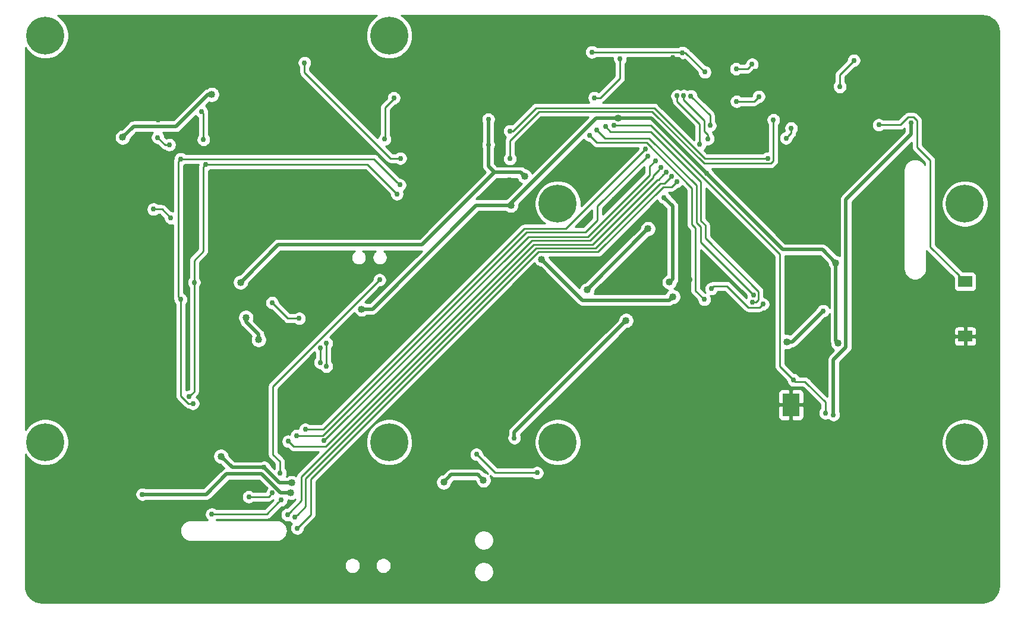
<source format=gbl>
G04 #@! TF.GenerationSoftware,KiCad,Pcbnew,5.0.2-bee76a0~70~ubuntu18.04.1*
G04 #@! TF.CreationDate,2018-12-20T17:19:35+03:00*
G04 #@! TF.ProjectId,AA-PI-V2_2-Display-Board-NanoPiA64,41412d50-492d-4563-925f-322d44697370,2.2*
G04 #@! TF.SameCoordinates,Original*
G04 #@! TF.FileFunction,Copper,L2,Bot*
G04 #@! TF.FilePolarity,Positive*
%FSLAX46Y46*%
G04 Gerber Fmt 4.6, Leading zero omitted, Abs format (unit mm)*
G04 Created by KiCad (PCBNEW 5.0.2-bee76a0~70~ubuntu18.04.1) date Thu 20 Dec 2018 17:19:35 MSK*
%MOMM*%
%LPD*%
G01*
G04 APERTURE LIST*
G04 #@! TA.AperFunction,ComponentPad*
%ADD10C,5.400000*%
G04 #@! TD*
G04 #@! TA.AperFunction,ComponentPad*
%ADD11R,2.410000X3.290000*%
G04 #@! TD*
G04 #@! TA.AperFunction,SMDPad,CuDef*
%ADD12R,2.000000X1.600000*%
G04 #@! TD*
G04 #@! TA.AperFunction,ViaPad*
%ADD13C,0.762000*%
G04 #@! TD*
G04 #@! TA.AperFunction,ViaPad*
%ADD14C,1.016000*%
G04 #@! TD*
G04 #@! TA.AperFunction,Conductor*
%ADD15C,0.254000*%
G04 #@! TD*
G04 #@! TA.AperFunction,Conductor*
%ADD16C,0.508000*%
G04 #@! TD*
G04 APERTURE END LIST*
D10*
G04 #@! TO.P,SS8,1*
G04 #@! TO.N,N/C*
X103300000Y-116200000D03*
G04 #@! TD*
D11*
G04 #@! TO.P,U5,17*
G04 #@! TO.N,GND*
X160520000Y-110872000D03*
G04 #@! TD*
D10*
G04 #@! TO.P,SS7,1*
G04 #@! TO.N,N/C*
X54300000Y-116200000D03*
G04 #@! TD*
G04 #@! TO.P,SS6,1*
G04 #@! TO.N,N/C*
X103300000Y-58200000D03*
G04 #@! TD*
G04 #@! TO.P,SS5,1*
G04 #@! TO.N,N/C*
X54300000Y-58200000D03*
G04 #@! TD*
G04 #@! TO.P,SS4,1*
G04 #@! TO.N,N/C*
X185300000Y-116200000D03*
G04 #@! TD*
G04 #@! TO.P,SS3,1*
G04 #@! TO.N,N/C*
X127300000Y-116200000D03*
G04 #@! TD*
G04 #@! TO.P,SS1,1*
G04 #@! TO.N,N/C*
X127300000Y-82200000D03*
G04 #@! TD*
G04 #@! TO.P,SS2,1*
G04 #@! TO.N,N/C*
X185300000Y-82200000D03*
G04 #@! TD*
D12*
G04 #@! TO.P,SW1,1*
G04 #@! TO.N,GND*
X185350000Y-101100000D03*
G04 #@! TO.P,SW1,2*
G04 #@! TO.N,Net-(C1-Pad1)*
X185350000Y-93300000D03*
G04 #@! TD*
D13*
G04 #@! TO.N,Net-(C1-Pad1)*
X173044000Y-70962400D03*
X169497902Y-61752098D03*
X167481210Y-65499203D03*
D14*
G04 #@! TO.N,V_SW*
X143200000Y-93370000D03*
D13*
X142430000Y-81310000D03*
G04 #@! TO.N,GND*
X163035000Y-114207900D03*
X85000000Y-135000000D03*
X70000000Y-135000000D03*
X55000000Y-128000000D03*
X55000000Y-88000000D03*
X91360000Y-58390000D03*
X70000000Y-58000000D03*
X118000000Y-58000000D03*
X145000000Y-58000000D03*
X170000000Y-58000000D03*
X145000000Y-135000000D03*
X170000000Y-135000000D03*
X145000000Y-123000000D03*
X170000000Y-82000000D03*
X186000000Y-128000000D03*
X66330000Y-76770000D03*
X170950000Y-106410000D03*
X154940000Y-117000000D03*
X87700000Y-64370000D03*
X75350000Y-88000000D03*
X70330000Y-70220000D03*
X66290000Y-70280000D03*
X115230000Y-89330000D03*
X132170000Y-62020000D03*
X154430000Y-66540000D03*
X145720000Y-63440000D03*
X158979009Y-64739001D03*
X106320000Y-83320000D03*
X142180000Y-66770000D03*
X153250000Y-70190000D03*
X156730000Y-93120000D03*
X123950000Y-76090000D03*
X136080000Y-66760000D03*
X170090000Y-122900000D03*
X55030000Y-103640000D03*
X109508816Y-70199999D03*
X186110000Y-90620000D03*
X186110000Y-76920000D03*
X55060000Y-72710000D03*
X126480000Y-103900000D03*
X116150000Y-115440000D03*
X91240000Y-95770000D03*
X156908589Y-63350177D03*
X155360000Y-63330002D03*
X151170000Y-63230000D03*
X143698609Y-61353191D03*
X182600000Y-101890000D03*
X95570000Y-86770000D03*
X90480000Y-77940000D03*
X175764000Y-68110000D03*
X145080000Y-87400000D03*
X174016153Y-95721347D03*
X160540000Y-86310000D03*
X179780000Y-67570000D03*
X72250000Y-109720000D03*
X84490000Y-96500000D03*
X95530013Y-92779999D03*
X161710000Y-91750000D03*
X90330000Y-100730000D03*
X163460000Y-103150000D03*
X154110000Y-89980000D03*
X146110000Y-93060000D03*
X147989998Y-93320000D03*
X140560000Y-103850000D03*
X96520000Y-109480000D03*
X80839999Y-106470000D03*
X112620000Y-72550000D03*
X87870000Y-109050000D03*
X85080000Y-114570000D03*
X89200000Y-111600000D03*
X90860000Y-110250000D03*
X90340000Y-109050000D03*
X111920000Y-112280000D03*
X111410000Y-119840000D03*
X84720000Y-103210000D03*
X160350000Y-76540000D03*
X123400000Y-96240000D03*
X72120000Y-117590000D03*
X78490000Y-120660000D03*
X120380000Y-78760000D03*
X120420000Y-68250000D03*
X131090000Y-90100000D03*
X135290000Y-81630000D03*
X88670000Y-117700000D03*
X88390597Y-113865588D03*
X90770000Y-113220000D03*
X91910000Y-118420000D03*
X131640000Y-84090000D03*
G04 #@! TO.N,V_LOAD*
X166577800Y-112290700D03*
X177607800Y-70703400D03*
D14*
G04 #@! TO.N,+5V*
X167236400Y-102085300D03*
X166922600Y-90640900D03*
X99345395Y-97223895D03*
X135910000Y-70000000D03*
X120620000Y-82430000D03*
D13*
X148520000Y-77900000D03*
G04 #@! TO.N,V_IN*
X121100000Y-115600000D03*
D14*
X137040000Y-98860000D03*
G04 #@! TO.N,+3V3*
X143690000Y-95440000D03*
D13*
X117410000Y-70152000D03*
X117410000Y-73798000D03*
D14*
X122590000Y-78280000D03*
D13*
X165100000Y-97470000D03*
D14*
X159949998Y-101870000D03*
X82100002Y-93400000D03*
X82880000Y-98410000D03*
X84680000Y-101580000D03*
X124980000Y-90100000D03*
D13*
G04 #@! TO.N,Net-(C16-Pad1)*
X72174023Y-84224023D03*
X69700521Y-82982028D03*
G04 #@! TO.N,Net-(C19-Pad1)*
X76832700Y-73046200D03*
X76517098Y-69037098D03*
G04 #@! TO.N,LCD_RESET*
X132170000Y-60560000D03*
X94339998Y-105380000D03*
X94340000Y-102079999D03*
X102650000Y-72970000D03*
X103942366Y-67108790D03*
X148250000Y-63420000D03*
X145050000Y-60658210D03*
G04 #@! TO.N,I2C_SDA*
X77170000Y-76587200D03*
X104400000Y-80790000D03*
X74730000Y-109740000D03*
X75490000Y-93420000D03*
G04 #@! TO.N,I2C_SCL*
X73587900Y-75811300D03*
X104800000Y-79490000D03*
X73587900Y-95850000D03*
X75339998Y-110690000D03*
G04 #@! TO.N,DSI_D0_N*
X139810000Y-74430000D03*
X91340000Y-114389999D03*
G04 #@! TO.N,DSI_D0_P*
X144267638Y-79027338D03*
X90180000Y-128460000D03*
G04 #@! TO.N,DSI_CLK_N*
X143499999Y-78299999D03*
X152780000Y-67608421D03*
X155950000Y-66910000D03*
X89860000Y-126910000D03*
G04 #@! TO.N,DSI_CLK_P*
X152730000Y-62960000D03*
X154968387Y-62326667D03*
X140110000Y-75380000D03*
X90100000Y-115288000D03*
G04 #@! TO.N,DSI_D1_N*
X88919155Y-116075211D03*
X142015303Y-77017650D03*
G04 #@! TO.N,DSI_D1_P*
X142757144Y-77657829D03*
X88790000Y-126550000D03*
G04 #@! TO.N,PWM_CABC*
X101925400Y-93057900D03*
X83305069Y-124001210D03*
X87760000Y-120630000D03*
X86659998Y-123449998D03*
G04 #@! TO.N,CHRG_PG*
X148185100Y-95855000D03*
X131806299Y-72429109D03*
G04 #@! TO.N,CHRG_STAT1*
X132872100Y-71679200D03*
X155168600Y-95200200D03*
G04 #@! TO.N,CHRG_STAT2*
X134097000Y-71197500D03*
X155021875Y-96219367D03*
G04 #@! TO.N,LOW_BATT*
X165430900Y-112044900D03*
X160888800Y-107326300D03*
X135265600Y-71019010D03*
G04 #@! TO.N,I2S_BCLK*
X70319000Y-72760000D03*
X71968952Y-73788952D03*
G04 #@! TO.N,Net-(Q5-Pad1)*
X124351300Y-120561900D03*
X115724100Y-117931600D03*
G04 #@! TO.N,Net-(Q7-Pad3)*
X149180000Y-94310000D03*
X156535900Y-96504100D03*
D14*
G04 #@! TO.N,/V_USB*
X116722100Y-121600000D03*
X111050000Y-121918790D03*
D13*
G04 #@! TO.N,/V_F2*
X68120000Y-123640000D03*
D14*
X89290000Y-123380000D03*
D13*
G04 #@! TO.N,ADC_EN*
X91230000Y-62080000D03*
X104890000Y-75710000D03*
G04 #@! TO.N,I2C_SCL_H*
X157220000Y-75720000D03*
X120480000Y-71820000D03*
G04 #@! TO.N,I2C_SDA_H*
X158020000Y-70240000D03*
X120490000Y-75770000D03*
G04 #@! TO.N,SHDN_REQ*
X132520000Y-67090000D03*
X136170000Y-61530000D03*
G04 #@! TO.N,LCD_I2C_SCL*
X145240000Y-66800000D03*
X148701108Y-72936411D03*
G04 #@! TO.N,LCD_I2C_SDA*
X144310000Y-66800000D03*
X147540000Y-73750000D03*
G04 #@! TO.N,LCD_CTP_INT*
X146250000Y-66840000D03*
X148982902Y-71022902D03*
G04 #@! TO.N,Net-(C31-Pad1)*
X160550000Y-71419998D03*
X159830000Y-72852411D03*
G04 #@! TO.N,LCD_EN*
X86610000Y-96310000D03*
X93460000Y-104830000D03*
X93460000Y-102740000D03*
X90460000Y-98540000D03*
D14*
G04 #@! TO.N,+V_LCD*
X140150008Y-85750000D03*
X131470002Y-94500000D03*
X79330000Y-118210000D03*
X89400001Y-122000001D03*
D13*
X85472108Y-119798930D03*
D14*
G04 #@! TO.N,+V_ADC*
X65310000Y-72720000D03*
X78010000Y-66610000D03*
D13*
G04 #@! TO.N,LCD_TE_OUT*
X141209999Y-76060001D03*
X78018500Y-126470000D03*
X93990000Y-116000000D03*
X87890000Y-124430002D03*
G04 #@! TD*
D15*
G04 #@! TO.N,Net-(C1-Pad1)*
X178496900Y-74146900D02*
X178496900Y-70335100D01*
X180390000Y-88360400D02*
X180390000Y-76040000D01*
X184477000Y-92447400D02*
X180390000Y-88360400D01*
X180390000Y-76040000D02*
X178496900Y-74146900D01*
X185350000Y-93300000D02*
X184477000Y-92627000D01*
X184477000Y-92627000D02*
X184477000Y-92447400D01*
X178496900Y-70335100D02*
X177976100Y-69814300D01*
X177976100Y-69814300D02*
X177239500Y-69814300D01*
X177239500Y-69814300D02*
X176091400Y-70962400D01*
X176091400Y-70962400D02*
X173044000Y-70962400D01*
X167220000Y-65550000D02*
X167220000Y-65550000D01*
X167481210Y-64960388D02*
X167481210Y-65499203D01*
X167481210Y-63768790D02*
X167481210Y-64960388D01*
X169497902Y-61752098D02*
X167481210Y-63768790D01*
D16*
G04 #@! TO.N,V_SW*
X143680000Y-82560000D02*
X142430000Y-81310000D01*
X143680000Y-92900000D02*
X143680000Y-82560000D01*
X143210000Y-93370000D02*
X143680000Y-92900000D01*
D15*
G04 #@! TO.N,GND*
X160710000Y-113400000D02*
X160520000Y-113210000D01*
X163035000Y-114207900D02*
X162227100Y-113400000D01*
X160520000Y-113210000D02*
X160520000Y-110872000D01*
X162227100Y-113400000D02*
X160710000Y-113400000D01*
X170282100Y-114207900D02*
X163035000Y-114207900D01*
X182717000Y-101773000D02*
X182600000Y-101890000D01*
X145720000Y-63440000D02*
X145720000Y-63440000D01*
X158979009Y-65400991D02*
X158979009Y-64739001D01*
X157170000Y-66540000D02*
X157840000Y-66540000D01*
X157840000Y-66540000D02*
X158979009Y-65400991D01*
X155090000Y-65880000D02*
X154430000Y-66540000D01*
X157170000Y-66540000D02*
X156510000Y-65880000D01*
X156510000Y-65880000D02*
X155090000Y-65880000D01*
X183450000Y-101050000D02*
X182760000Y-101740000D01*
X185460000Y-101050000D02*
X183450000Y-101050000D01*
X151170000Y-63280000D02*
X151170000Y-63230000D01*
X154430000Y-66540000D02*
X151170000Y-63280000D01*
X182600000Y-101890000D02*
X170282100Y-114207900D01*
X144503191Y-61353191D02*
X143698609Y-61353191D01*
X145720000Y-63440000D02*
X145720000Y-62570000D01*
X145720000Y-62570000D02*
X144503191Y-61353191D01*
D16*
G04 #@! TO.N,V_LOAD*
X177607800Y-71592200D02*
X177607800Y-70703400D01*
X177607800Y-72292200D02*
X177607800Y-71542200D01*
X168350000Y-102650000D02*
X168350000Y-81550000D01*
X166577800Y-112290700D02*
X166577800Y-104422200D01*
X168350000Y-81550000D02*
X177607800Y-72292200D01*
X166577800Y-104422200D02*
X168350000Y-102650000D01*
G04 #@! TO.N,+5V*
X166922600Y-90640900D02*
X166922600Y-101771500D01*
X166922600Y-101771500D02*
X167236400Y-102085300D01*
X159360000Y-88740000D02*
X165021700Y-88740000D01*
X165021700Y-88740000D02*
X166922600Y-90640900D01*
X135910000Y-70000000D02*
X140620000Y-70000000D01*
X140620000Y-70000000D02*
X148520000Y-77900000D01*
X132750000Y-70000000D02*
X135910000Y-70000000D01*
X120438000Y-82612000D02*
X120438000Y-82312000D01*
X120438000Y-82312000D02*
X132750000Y-70000000D01*
X148520000Y-77900000D02*
X159360000Y-88740000D01*
X120620000Y-82430000D02*
X115690000Y-82430000D01*
X100896105Y-97223895D02*
X99345395Y-97223895D01*
X115690000Y-82430000D02*
X100896105Y-97223895D01*
G04 #@! TO.N,V_IN*
X121100000Y-114800000D02*
X136532001Y-99367999D01*
X136532001Y-99367999D02*
X137040000Y-98860000D01*
X121100000Y-115600000D02*
X121100000Y-114800000D01*
G04 #@! TO.N,+3V3*
X117410000Y-70152000D02*
X117410000Y-73798000D01*
X122590000Y-78280000D02*
X122590000Y-78280000D01*
X122010000Y-77700000D02*
X122590000Y-78280000D01*
X118280000Y-77700000D02*
X122010000Y-77700000D01*
X117410000Y-73798000D02*
X117400000Y-73808000D01*
X117410000Y-76830000D02*
X118280000Y-77700000D01*
X117410000Y-73798000D02*
X117410000Y-76830000D01*
X165100000Y-97470000D02*
X165100000Y-97470000D01*
X160700000Y-101870000D02*
X160668418Y-101870000D01*
X160668418Y-101870000D02*
X159949998Y-101870000D01*
X165100000Y-97470000D02*
X160700000Y-101870000D01*
X82608001Y-92892001D02*
X82100002Y-93400000D01*
X87470002Y-88030000D02*
X82608001Y-92892001D01*
X118280000Y-77700000D02*
X107950000Y-88030000D01*
X107950000Y-88030000D02*
X87470002Y-88030000D01*
X82880000Y-99040000D02*
X82880000Y-98410000D01*
X84680000Y-101580000D02*
X84680000Y-100840000D01*
X84680000Y-100840000D02*
X82880000Y-99040000D01*
X143182001Y-95947999D02*
X130827999Y-95947999D01*
X130827999Y-95947999D02*
X125487999Y-90607999D01*
X125487999Y-90607999D02*
X124980000Y-90100000D01*
X143690000Y-95440000D02*
X143182001Y-95947999D01*
D15*
G04 #@! TO.N,Net-(C16-Pad1)*
X70239336Y-82982028D02*
X69700521Y-82982028D01*
X70932028Y-82982028D02*
X70239336Y-82982028D01*
X72174023Y-84224023D02*
X70932028Y-82982028D01*
G04 #@! TO.N,Net-(C19-Pad1)*
X76832700Y-69342700D02*
X76832700Y-73046200D01*
X76500000Y-69010000D02*
X76832700Y-69342700D01*
G04 #@! TO.N,LCD_RESET*
X94340000Y-105379998D02*
X94339998Y-105380000D01*
X94340000Y-102079999D02*
X94340000Y-105379998D01*
X132170000Y-60560000D02*
X132190000Y-60580000D01*
X144939623Y-60580000D02*
X144959623Y-60560000D01*
X132190000Y-60580000D02*
X144939623Y-60580000D01*
X102700000Y-72920000D02*
X102650000Y-72970000D01*
X103942366Y-67220000D02*
X102700000Y-68462366D01*
X102700000Y-68462366D02*
X102700000Y-72920000D01*
X148250000Y-63420000D02*
X148250000Y-63420000D01*
X148250000Y-63420000D02*
X145488210Y-60658210D01*
X145488210Y-60658210D02*
X145050000Y-60658210D01*
G04 #@! TO.N,I2C_SDA*
X77170000Y-76587200D02*
X100197200Y-76587200D01*
X104019001Y-80409001D02*
X104400000Y-80790000D01*
X100197200Y-76587200D02*
X104019001Y-80409001D01*
X75110999Y-109359001D02*
X74730000Y-109740000D01*
X75490000Y-108980000D02*
X75110999Y-109359001D01*
X75490000Y-93420000D02*
X75490000Y-108980000D01*
X75490000Y-90280000D02*
X75490000Y-93420000D01*
X76810000Y-88960000D02*
X75490000Y-90280000D01*
X77170000Y-76587200D02*
X76810000Y-76947200D01*
X76810000Y-76947200D02*
X76810000Y-88960000D01*
G04 #@! TO.N,I2C_SCL*
X73587900Y-75811300D02*
X101121300Y-75811300D01*
X104419001Y-79109001D02*
X104800000Y-79490000D01*
X101121300Y-75811300D02*
X104419001Y-79109001D01*
X74667420Y-110690000D02*
X74801183Y-110690000D01*
X73587900Y-95850000D02*
X73587900Y-109610480D01*
X74801183Y-110690000D02*
X75339998Y-110690000D01*
X73587900Y-109610480D02*
X74667420Y-110690000D01*
X73587900Y-75811300D02*
X73220000Y-76179200D01*
X73220000Y-95482100D02*
X73587900Y-95850000D01*
X73220000Y-76179200D02*
X73220000Y-95482100D01*
G04 #@! TO.N,DSI_D0_N*
X93900001Y-114389999D02*
X91878815Y-114389999D01*
X91878815Y-114389999D02*
X91340000Y-114389999D01*
X122520000Y-85770000D02*
X93900001Y-114389999D01*
X128470000Y-85770000D02*
X122520000Y-85770000D01*
X139810000Y-74430000D02*
X128470000Y-85770000D01*
G04 #@! TO.N,DSI_D0_P*
X124520000Y-89080000D02*
X133030000Y-89080000D01*
X133030000Y-89080000D02*
X142320000Y-79790000D01*
X95720002Y-117879998D02*
X124520000Y-89080000D01*
X142320000Y-79790000D02*
X143504976Y-79790000D01*
X143504976Y-79790000D02*
X144267638Y-79027338D01*
X92125211Y-121474789D02*
X95710000Y-117890000D01*
X90180000Y-128460000D02*
X92125211Y-126514789D01*
X92125211Y-126514789D02*
X92125211Y-121474789D01*
G04 #@! TO.N,DSI_CLK_N*
X155251579Y-67608421D02*
X155950000Y-66910000D01*
X152780000Y-67608421D02*
X155251579Y-67608421D01*
X142519998Y-79280000D02*
X143499999Y-78299999D01*
X141920000Y-79280000D02*
X142519998Y-79280000D01*
X124200000Y-88550000D02*
X132650000Y-88550000D01*
X132650000Y-88550000D02*
X141920000Y-79280000D01*
X95059384Y-117690616D02*
X124200000Y-88550000D01*
X90240999Y-126529001D02*
X89860000Y-126910000D01*
X91400000Y-125370000D02*
X90240999Y-126529001D01*
X95080000Y-117670000D02*
X91400000Y-121350000D01*
X91400000Y-121350000D02*
X91400000Y-125370000D01*
G04 #@! TO.N,DSI_CLK_P*
X152730000Y-62960000D02*
X154335054Y-62960000D01*
X154335054Y-62960000D02*
X154587388Y-62707666D01*
X154587388Y-62707666D02*
X154968387Y-62326667D01*
X132947211Y-82542789D02*
X132947211Y-84532789D01*
X90638815Y-115288000D02*
X90100000Y-115288000D01*
X132947211Y-84532789D02*
X131228844Y-86251156D01*
X131228844Y-86251156D02*
X122898844Y-86251156D01*
X122898844Y-86251156D02*
X93862000Y-115288000D01*
X93862000Y-115288000D02*
X90638815Y-115288000D01*
X140110000Y-75380000D02*
X132947211Y-82542789D01*
G04 #@! TO.N,DSI_D1_N*
X141634304Y-77398649D02*
X142015303Y-77017650D01*
X89653944Y-116810000D02*
X94270000Y-116810000D01*
X88919155Y-116075211D02*
X89653944Y-116810000D01*
X94270000Y-116810000D02*
X123640000Y-87440000D01*
X123640000Y-87440000D02*
X131900000Y-87440000D01*
X131900000Y-87440000D02*
X140852953Y-78487047D01*
X140852953Y-78180000D02*
X141634304Y-77398649D01*
X140852953Y-78487047D02*
X140852953Y-78180000D01*
G04 #@! TO.N,DSI_D1_P*
X93899466Y-117970534D02*
X123880000Y-87990000D01*
X93899466Y-117990534D02*
X93899466Y-117970534D01*
X141462789Y-78757211D02*
X141657762Y-78757211D01*
X142376145Y-78038828D02*
X142757144Y-77657829D01*
X141657762Y-78757211D02*
X142376145Y-78038828D01*
X123880000Y-87990000D02*
X132230000Y-87990000D01*
X132230000Y-87990000D02*
X141462789Y-78757211D01*
X89170999Y-126169001D02*
X88790000Y-126550000D01*
X90790000Y-124550000D02*
X89170999Y-126169001D01*
X93960000Y-117930000D02*
X90790000Y-121100000D01*
X90790000Y-121100000D02*
X90790000Y-124550000D01*
G04 #@! TO.N,PWM_CABC*
X83146279Y-124160000D02*
X83305069Y-124001210D01*
X86660000Y-123450000D02*
X86660000Y-123450000D01*
X87720000Y-120590000D02*
X87760000Y-120630000D01*
X87720000Y-118930000D02*
X87720000Y-120590000D01*
X87700000Y-118930000D02*
X87720000Y-118930000D01*
X86740000Y-117970000D02*
X87700000Y-118930000D01*
X101925400Y-93057900D02*
X86740000Y-108243300D01*
X86740000Y-108243300D02*
X86740000Y-117970000D01*
X86108786Y-124001210D02*
X86278999Y-123830997D01*
X86278999Y-123830997D02*
X86659998Y-123449998D01*
X83305069Y-124001210D02*
X86108786Y-124001210D01*
G04 #@! TO.N,CHRG_PG*
X132187298Y-72810108D02*
X131806299Y-72429109D01*
X132847190Y-73470000D02*
X132187298Y-72810108D01*
X139932580Y-73470000D02*
X132847190Y-73470000D01*
X146418800Y-79956220D02*
X139932580Y-73470000D01*
X146418800Y-85160700D02*
X146418800Y-79956220D01*
X148175000Y-95855000D02*
X146910000Y-94590000D01*
X148185100Y-95855000D02*
X148175000Y-95855000D01*
X146910000Y-94590000D02*
X146910000Y-85651900D01*
X146910000Y-85651900D02*
X146418800Y-85160700D01*
G04 #@! TO.N,CHRG_STAT1*
X147678500Y-87710100D02*
X154787601Y-94819201D01*
X154787601Y-94819201D02*
X155168600Y-95200200D01*
X147053900Y-84897700D02*
X147678500Y-85522300D01*
X134022900Y-72830000D02*
X140290000Y-72830000D01*
X132872100Y-71679200D02*
X134022900Y-72830000D01*
X140290000Y-72830000D02*
X147053900Y-79593900D01*
X147053900Y-79593900D02*
X147053900Y-84897700D01*
X147678500Y-85522300D02*
X147678500Y-87710100D01*
G04 #@! TO.N,CHRG_STAT2*
X155560690Y-96219367D02*
X155021875Y-96219367D01*
X155920000Y-94694200D02*
X155920000Y-95860057D01*
X148313600Y-87087800D02*
X155920000Y-94694200D01*
X155920000Y-95860057D02*
X155560690Y-96219367D01*
X134819500Y-71920000D02*
X140520000Y-71920000D01*
X134097000Y-71197500D02*
X134819500Y-71920000D01*
X148313600Y-85259200D02*
X148313600Y-87087800D01*
X140520000Y-71920000D02*
X147689000Y-79089000D01*
X147689000Y-79089000D02*
X147689000Y-84634600D01*
X147689000Y-84634600D02*
X148313600Y-85259200D01*
G04 #@! TO.N,LOW_BATT*
X140540000Y-71020000D02*
X135266590Y-71020000D01*
X158930000Y-89410000D02*
X140540000Y-71020000D01*
X160888800Y-107326300D02*
X158930000Y-105367500D01*
X135266590Y-71020000D02*
X135265600Y-71019010D01*
X158930000Y-105367500D02*
X158930000Y-89410000D01*
X165430900Y-112044900D02*
X165430900Y-110480900D01*
X165430900Y-110480900D02*
X162840000Y-107890000D01*
X161112500Y-107550000D02*
X160888800Y-107326300D01*
X162830000Y-107890000D02*
X162490000Y-107550000D01*
X162490000Y-107550000D02*
X161112500Y-107550000D01*
G04 #@! TO.N,I2S_BCLK*
X70319000Y-72760000D02*
X71347952Y-73788952D01*
X71430137Y-73788952D02*
X71968952Y-73788952D01*
X71347952Y-73788952D02*
X71430137Y-73788952D01*
G04 #@! TO.N,Net-(Q5-Pad1)*
X124351300Y-120561900D02*
X118354400Y-120561900D01*
X118354400Y-120561900D02*
X115724100Y-117931600D01*
G04 #@! TO.N,Net-(Q7-Pad3)*
X156080000Y-96960000D02*
X156535900Y-96504100D01*
X154430000Y-96960000D02*
X156080000Y-96960000D01*
X151399001Y-93929001D02*
X154430000Y-96960000D01*
X149180000Y-94310000D02*
X149560999Y-93929001D01*
X149560999Y-93929001D02*
X151399001Y-93929001D01*
X156535900Y-96504100D02*
X156535900Y-96504100D01*
D16*
G04 #@! TO.N,/V_USB*
X116722100Y-121600000D02*
X115942100Y-120820000D01*
X112148790Y-120820000D02*
X111050000Y-121918790D01*
X115942100Y-120820000D02*
X112148790Y-120820000D01*
G04 #@! TO.N,/V_F2*
X88571580Y-123380000D02*
X89290000Y-123380000D01*
X87780000Y-123380000D02*
X88571580Y-123380000D01*
X85110000Y-120710000D02*
X87780000Y-123380000D01*
X80137191Y-120710000D02*
X85110000Y-120710000D01*
X68120000Y-123640000D02*
X77207191Y-123640000D01*
X77207191Y-123640000D02*
X80137191Y-120710000D01*
D15*
G04 #@! TO.N,ADC_EN*
X91230000Y-62080000D02*
X91230000Y-62080000D01*
X103480000Y-75710000D02*
X104890000Y-75710000D01*
X91230000Y-62080000D02*
X91230000Y-63460000D01*
X91230000Y-63460000D02*
X103480000Y-75710000D01*
G04 #@! TO.N,I2C_SCL_H*
X156681185Y-75720000D02*
X157220000Y-75720000D01*
X148220000Y-75720000D02*
X156681185Y-75720000D01*
X141030000Y-68530000D02*
X148220000Y-75720000D01*
X124198815Y-68530000D02*
X141030000Y-68530000D01*
X120480000Y-71820000D02*
X120480000Y-71820000D01*
X120908815Y-71820000D02*
X124198815Y-68530000D01*
X120480000Y-71820000D02*
X120908815Y-71820000D01*
G04 #@! TO.N,I2C_SDA_H*
X158020000Y-70240000D02*
X158020000Y-70240000D01*
X158020000Y-76080000D02*
X158020000Y-70240000D01*
X120490000Y-73180000D02*
X124600000Y-69070000D01*
X120490000Y-75770000D02*
X120490000Y-75770000D01*
X157640000Y-76460000D02*
X158020000Y-76080000D01*
X124600000Y-69070000D02*
X140760000Y-69070000D01*
X140760000Y-69070000D02*
X148150000Y-76460000D01*
X148150000Y-76460000D02*
X157640000Y-76460000D01*
X120490000Y-75770000D02*
X120490000Y-73180000D01*
G04 #@! TO.N,SHDN_REQ*
X136170000Y-62068815D02*
X136170000Y-61530000D01*
X136170000Y-64310000D02*
X136170000Y-62068815D01*
X132520000Y-67090000D02*
X133390000Y-67090000D01*
X133390000Y-67090000D02*
X136170000Y-64310000D01*
G04 #@! TO.N,LCD_I2C_SCL*
X145240000Y-66800000D02*
X145240000Y-66730000D01*
X148701108Y-72381108D02*
X148701108Y-72936411D01*
X148180000Y-71860000D02*
X148701108Y-72381108D01*
X148180000Y-70340000D02*
X148180000Y-71860000D01*
X145240000Y-66800000D02*
X145240000Y-67400000D01*
X145240000Y-67400000D02*
X148180000Y-70340000D01*
G04 #@! TO.N,LCD_I2C_SDA*
X144310000Y-66800000D02*
X144310000Y-66800000D01*
X147540000Y-72930000D02*
X147540000Y-73750000D01*
X144320000Y-67580000D02*
X147540000Y-70800000D01*
X144310000Y-66800000D02*
X144320000Y-66810000D01*
X147540000Y-70800000D02*
X147540000Y-72930000D01*
X144320000Y-66810000D02*
X144320000Y-67580000D01*
G04 #@! TO.N,LCD_CTP_INT*
X146250000Y-66840000D02*
X146250000Y-66840000D01*
X148980000Y-71020000D02*
X148980000Y-71020000D01*
X146250000Y-66840000D02*
X148982902Y-69572902D01*
X148982902Y-69572902D02*
X148982902Y-70484087D01*
X148982902Y-70484087D02*
X148982902Y-71022902D01*
G04 #@! TO.N,Net-(C31-Pad1)*
X160210999Y-72471412D02*
X159830000Y-72852411D01*
X160550000Y-72132411D02*
X160210999Y-72471412D01*
X160550000Y-71419998D02*
X160550000Y-72132411D01*
G04 #@! TO.N,LCD_EN*
X93460000Y-104830000D02*
X93460000Y-104291185D01*
X93460000Y-104291185D02*
X93460000Y-102740000D01*
X93460000Y-102740000D02*
X93460000Y-102740000D01*
X88840000Y-98540000D02*
X90460000Y-98540000D01*
X86610000Y-96310000D02*
X88840000Y-98540000D01*
D16*
G04 #@! TO.N,+V_LCD*
X140150000Y-85750000D02*
X140150000Y-85750000D01*
X131470002Y-94430006D02*
X131470002Y-94500000D01*
X140150008Y-85750000D02*
X131470002Y-94430006D01*
X87673179Y-122000001D02*
X85853107Y-120179929D01*
X89400001Y-122000001D02*
X87673179Y-122000001D01*
X80918930Y-119798930D02*
X84933293Y-119798930D01*
X84933293Y-119798930D02*
X85472108Y-119798930D01*
X79330000Y-118210000D02*
X80918930Y-119798930D01*
X85853107Y-120179929D02*
X85472108Y-119798930D01*
G04 #@! TO.N,+V_ADC*
X65310000Y-72720000D02*
X66860000Y-71170000D01*
X66860000Y-71170000D02*
X72288783Y-71170000D01*
X77471185Y-66610000D02*
X78010000Y-66610000D01*
X72160000Y-71170000D02*
X72911185Y-71170000D01*
X72911185Y-71170000D02*
X77471185Y-66610000D01*
D15*
G04 #@! TO.N,LCD_TE_OUT*
X93990000Y-116000000D02*
X93990000Y-116000000D01*
X78018500Y-126470000D02*
X85850002Y-126470000D01*
X87509001Y-124811001D02*
X87890000Y-124430002D01*
X85850002Y-126470000D02*
X87509001Y-124811001D01*
X123120000Y-86890000D02*
X94010000Y-116000000D01*
X131590000Y-86890000D02*
X123120000Y-86890000D01*
X140395744Y-78084256D02*
X131590000Y-86890000D01*
X141209999Y-76060001D02*
X140395744Y-76874256D01*
X94010000Y-116000000D02*
X93990000Y-116000000D01*
X140395744Y-76874256D02*
X140395744Y-78084256D01*
G04 #@! TD*
G04 #@! TO.N,GND*
G36*
X101174061Y-55609536D02*
X100709536Y-56074061D01*
X100344561Y-56620285D01*
X100093162Y-57227216D01*
X99965000Y-57871531D01*
X99965000Y-58528469D01*
X100093162Y-59172784D01*
X100344561Y-59779715D01*
X100709536Y-60325939D01*
X101174061Y-60790464D01*
X101720285Y-61155439D01*
X102327216Y-61406838D01*
X102971531Y-61535000D01*
X103628469Y-61535000D01*
X104272784Y-61406838D01*
X104879715Y-61155439D01*
X105425939Y-60790464D01*
X105890464Y-60325939D01*
X106255439Y-59779715D01*
X106506838Y-59172784D01*
X106635000Y-58528469D01*
X106635000Y-57871531D01*
X106506838Y-57227216D01*
X106255439Y-56620285D01*
X105890464Y-56074061D01*
X105425939Y-55609536D01*
X105034074Y-55347700D01*
X187768319Y-55347700D01*
X188256294Y-55395547D01*
X188695211Y-55528063D01*
X189100026Y-55743308D01*
X189455321Y-56033079D01*
X189747570Y-56386346D01*
X189965634Y-56789650D01*
X190101212Y-57227626D01*
X190152301Y-57713706D01*
X190152300Y-136668319D01*
X190104453Y-137156296D01*
X189971937Y-137595212D01*
X189756695Y-138000023D01*
X189466919Y-138355323D01*
X189113654Y-138647570D01*
X188710350Y-138865635D01*
X188272370Y-139001213D01*
X187786303Y-139052300D01*
X53831681Y-139052300D01*
X53343704Y-139004453D01*
X52904788Y-138871937D01*
X52499977Y-138656695D01*
X52144677Y-138366919D01*
X51852430Y-138013654D01*
X51634365Y-137610350D01*
X51498787Y-137172370D01*
X51447700Y-136686303D01*
X51447700Y-133688212D01*
X96915000Y-133688212D01*
X96915000Y-133911788D01*
X96958617Y-134131067D01*
X97044176Y-134337624D01*
X97168388Y-134523520D01*
X97326480Y-134681612D01*
X97512376Y-134805824D01*
X97718933Y-134891383D01*
X97938212Y-134935000D01*
X98161788Y-134935000D01*
X98381067Y-134891383D01*
X98587624Y-134805824D01*
X98773520Y-134681612D01*
X98931612Y-134523520D01*
X99055824Y-134337624D01*
X99141383Y-134131067D01*
X99185000Y-133911788D01*
X99185000Y-133688212D01*
X101315000Y-133688212D01*
X101315000Y-133911788D01*
X101358617Y-134131067D01*
X101444176Y-134337624D01*
X101568388Y-134523520D01*
X101726480Y-134681612D01*
X101912376Y-134805824D01*
X102118933Y-134891383D01*
X102338212Y-134935000D01*
X102561788Y-134935000D01*
X102781067Y-134891383D01*
X102987624Y-134805824D01*
X103173520Y-134681612D01*
X103296467Y-134558665D01*
X115315000Y-134558665D01*
X115315000Y-134841335D01*
X115370147Y-135118574D01*
X115478320Y-135379727D01*
X115635363Y-135614759D01*
X115835241Y-135814637D01*
X116070273Y-135971680D01*
X116331426Y-136079853D01*
X116608665Y-136135000D01*
X116891335Y-136135000D01*
X117168574Y-136079853D01*
X117429727Y-135971680D01*
X117664759Y-135814637D01*
X117864637Y-135614759D01*
X118021680Y-135379727D01*
X118129853Y-135118574D01*
X118185000Y-134841335D01*
X118185000Y-134558665D01*
X118129853Y-134281426D01*
X118021680Y-134020273D01*
X117864637Y-133785241D01*
X117664759Y-133585363D01*
X117429727Y-133428320D01*
X117168574Y-133320147D01*
X116891335Y-133265000D01*
X116608665Y-133265000D01*
X116331426Y-133320147D01*
X116070273Y-133428320D01*
X115835241Y-133585363D01*
X115635363Y-133785241D01*
X115478320Y-134020273D01*
X115370147Y-134281426D01*
X115315000Y-134558665D01*
X103296467Y-134558665D01*
X103331612Y-134523520D01*
X103455824Y-134337624D01*
X103541383Y-134131067D01*
X103585000Y-133911788D01*
X103585000Y-133688212D01*
X103541383Y-133468933D01*
X103455824Y-133262376D01*
X103331612Y-133076480D01*
X103173520Y-132918388D01*
X102987624Y-132794176D01*
X102781067Y-132708617D01*
X102561788Y-132665000D01*
X102338212Y-132665000D01*
X102118933Y-132708617D01*
X101912376Y-132794176D01*
X101726480Y-132918388D01*
X101568388Y-133076480D01*
X101444176Y-133262376D01*
X101358617Y-133468933D01*
X101315000Y-133688212D01*
X99185000Y-133688212D01*
X99141383Y-133468933D01*
X99055824Y-133262376D01*
X98931612Y-133076480D01*
X98773520Y-132918388D01*
X98587624Y-132794176D01*
X98381067Y-132708617D01*
X98161788Y-132665000D01*
X97938212Y-132665000D01*
X97718933Y-132708617D01*
X97512376Y-132794176D01*
X97326480Y-132918388D01*
X97168388Y-133076480D01*
X97044176Y-133262376D01*
X96958617Y-133468933D01*
X96915000Y-133688212D01*
X51447700Y-133688212D01*
X51447700Y-123539933D01*
X67104000Y-123539933D01*
X67104000Y-123740067D01*
X67143044Y-123936356D01*
X67219632Y-124121256D01*
X67330821Y-124287662D01*
X67472338Y-124429179D01*
X67638744Y-124540368D01*
X67823644Y-124616956D01*
X68019933Y-124656000D01*
X68220067Y-124656000D01*
X68416356Y-124616956D01*
X68601256Y-124540368D01*
X68618269Y-124529000D01*
X77163531Y-124529000D01*
X77207191Y-124533300D01*
X77250851Y-124529000D01*
X77250858Y-124529000D01*
X77381465Y-124516136D01*
X77549042Y-124465303D01*
X77703482Y-124382753D01*
X77838850Y-124271659D01*
X77866690Y-124237736D01*
X80505427Y-121599000D01*
X84741765Y-121599000D01*
X85907960Y-122765195D01*
X85870819Y-122802336D01*
X85759630Y-122968742D01*
X85683042Y-123153642D01*
X85666022Y-123239210D01*
X83979910Y-123239210D01*
X83952731Y-123212031D01*
X83786325Y-123100842D01*
X83601425Y-123024254D01*
X83405136Y-122985210D01*
X83205002Y-122985210D01*
X83008713Y-123024254D01*
X82823813Y-123100842D01*
X82657407Y-123212031D01*
X82515890Y-123353548D01*
X82404701Y-123519954D01*
X82328113Y-123704854D01*
X82289069Y-123901143D01*
X82289069Y-124101277D01*
X82328113Y-124297566D01*
X82404701Y-124482466D01*
X82515890Y-124648872D01*
X82657407Y-124790389D01*
X82823813Y-124901578D01*
X83008713Y-124978166D01*
X83205002Y-125017210D01*
X83405136Y-125017210D01*
X83601425Y-124978166D01*
X83786325Y-124901578D01*
X83952731Y-124790389D01*
X83979910Y-124763210D01*
X86071363Y-124763210D01*
X86108786Y-124766896D01*
X86146209Y-124763210D01*
X86146212Y-124763210D01*
X86258164Y-124752184D01*
X86401801Y-124708612D01*
X86534178Y-124637855D01*
X86650208Y-124542632D01*
X86674071Y-124513555D01*
X86721628Y-124465998D01*
X86760065Y-124465998D01*
X86780422Y-124461949D01*
X85534372Y-125708000D01*
X78693341Y-125708000D01*
X78666162Y-125680821D01*
X78499756Y-125569632D01*
X78314856Y-125493044D01*
X78118567Y-125454000D01*
X77918433Y-125454000D01*
X77722144Y-125493044D01*
X77537244Y-125569632D01*
X77370838Y-125680821D01*
X77229321Y-125822338D01*
X77118132Y-125988744D01*
X77041544Y-126173644D01*
X77002500Y-126369933D01*
X77002500Y-126570067D01*
X77041544Y-126766356D01*
X77118132Y-126951256D01*
X77229321Y-127117662D01*
X77370838Y-127259179D01*
X77394516Y-127275000D01*
X74974592Y-127275000D01*
X74749087Y-127297210D01*
X74459739Y-127384983D01*
X74193073Y-127527519D01*
X73959339Y-127719339D01*
X73767519Y-127953073D01*
X73624983Y-128219739D01*
X73537210Y-128509087D01*
X73507573Y-128810000D01*
X73537210Y-129110913D01*
X73624983Y-129400261D01*
X73767519Y-129666927D01*
X73959339Y-129900661D01*
X74193073Y-130092481D01*
X74459739Y-130235017D01*
X74749087Y-130322790D01*
X74974592Y-130345000D01*
X87325408Y-130345000D01*
X87550913Y-130322790D01*
X87840261Y-130235017D01*
X88106927Y-130092481D01*
X88148132Y-130058665D01*
X115315000Y-130058665D01*
X115315000Y-130341335D01*
X115370147Y-130618574D01*
X115478320Y-130879727D01*
X115635363Y-131114759D01*
X115835241Y-131314637D01*
X116070273Y-131471680D01*
X116331426Y-131579853D01*
X116608665Y-131635000D01*
X116891335Y-131635000D01*
X117168574Y-131579853D01*
X117429727Y-131471680D01*
X117664759Y-131314637D01*
X117864637Y-131114759D01*
X118021680Y-130879727D01*
X118129853Y-130618574D01*
X118185000Y-130341335D01*
X118185000Y-130058665D01*
X118129853Y-129781426D01*
X118021680Y-129520273D01*
X117864637Y-129285241D01*
X117664759Y-129085363D01*
X117429727Y-128928320D01*
X117168574Y-128820147D01*
X116891335Y-128765000D01*
X116608665Y-128765000D01*
X116331426Y-128820147D01*
X116070273Y-128928320D01*
X115835241Y-129085363D01*
X115635363Y-129285241D01*
X115478320Y-129520273D01*
X115370147Y-129781426D01*
X115315000Y-130058665D01*
X88148132Y-130058665D01*
X88340661Y-129900661D01*
X88532481Y-129666927D01*
X88675017Y-129400261D01*
X88762790Y-129110913D01*
X88792427Y-128810000D01*
X88762790Y-128509087D01*
X88675017Y-128219739D01*
X88532481Y-127953073D01*
X88340661Y-127719339D01*
X88106927Y-127527519D01*
X87840261Y-127384983D01*
X87550913Y-127297210D01*
X87325408Y-127275000D01*
X78642484Y-127275000D01*
X78666162Y-127259179D01*
X78693341Y-127232000D01*
X85812579Y-127232000D01*
X85850002Y-127235686D01*
X85887425Y-127232000D01*
X85887428Y-127232000D01*
X85999380Y-127220974D01*
X86143017Y-127177402D01*
X86275394Y-127106645D01*
X86391424Y-127011422D01*
X86415286Y-126982346D01*
X87951631Y-125446002D01*
X87990067Y-125446002D01*
X88186356Y-125406958D01*
X88371256Y-125330370D01*
X88537662Y-125219181D01*
X88679179Y-125077664D01*
X88790368Y-124911258D01*
X88866956Y-124726358D01*
X88906000Y-124530069D01*
X88906000Y-124458116D01*
X88956599Y-124479075D01*
X89177424Y-124523000D01*
X89402576Y-124523000D01*
X89623401Y-124479075D01*
X89831413Y-124392913D01*
X89946061Y-124316308D01*
X88728370Y-125534000D01*
X88689933Y-125534000D01*
X88493644Y-125573044D01*
X88308744Y-125649632D01*
X88142338Y-125760821D01*
X88000821Y-125902338D01*
X87889632Y-126068744D01*
X87813044Y-126253644D01*
X87774000Y-126449933D01*
X87774000Y-126650067D01*
X87813044Y-126846356D01*
X87889632Y-127031256D01*
X88000821Y-127197662D01*
X88142338Y-127339179D01*
X88308744Y-127450368D01*
X88493644Y-127526956D01*
X88689933Y-127566000D01*
X88890067Y-127566000D01*
X89054533Y-127533286D01*
X89070821Y-127557662D01*
X89212338Y-127699179D01*
X89378744Y-127810368D01*
X89389234Y-127814713D01*
X89279632Y-127978744D01*
X89203044Y-128163644D01*
X89164000Y-128359933D01*
X89164000Y-128560067D01*
X89203044Y-128756356D01*
X89279632Y-128941256D01*
X89390821Y-129107662D01*
X89532338Y-129249179D01*
X89698744Y-129360368D01*
X89883644Y-129436956D01*
X90079933Y-129476000D01*
X90280067Y-129476000D01*
X90476356Y-129436956D01*
X90661256Y-129360368D01*
X90827662Y-129249179D01*
X90969179Y-129107662D01*
X91080368Y-128941256D01*
X91156956Y-128756356D01*
X91196000Y-128560067D01*
X91196000Y-128521630D01*
X92637564Y-127080067D01*
X92666633Y-127056211D01*
X92704502Y-127010067D01*
X92761856Y-126940182D01*
X92799676Y-126869425D01*
X92832613Y-126807804D01*
X92876185Y-126664167D01*
X92887211Y-126552215D01*
X92887211Y-126552212D01*
X92890897Y-126514789D01*
X92887211Y-126477366D01*
X92887211Y-121806214D01*
X109907000Y-121806214D01*
X109907000Y-122031366D01*
X109950925Y-122252191D01*
X110037087Y-122460203D01*
X110162174Y-122647410D01*
X110321380Y-122806616D01*
X110508587Y-122931703D01*
X110716599Y-123017865D01*
X110937424Y-123061790D01*
X111162576Y-123061790D01*
X111383401Y-123017865D01*
X111591413Y-122931703D01*
X111778620Y-122806616D01*
X111937826Y-122647410D01*
X112062913Y-122460203D01*
X112149075Y-122252191D01*
X112192588Y-122033438D01*
X112517026Y-121709000D01*
X115573865Y-121709000D01*
X115579512Y-121714647D01*
X115623025Y-121933401D01*
X115709187Y-122141413D01*
X115834274Y-122328620D01*
X115993480Y-122487826D01*
X116180687Y-122612913D01*
X116388699Y-122699075D01*
X116609524Y-122743000D01*
X116834676Y-122743000D01*
X117055501Y-122699075D01*
X117263513Y-122612913D01*
X117450720Y-122487826D01*
X117609926Y-122328620D01*
X117735013Y-122141413D01*
X117821175Y-121933401D01*
X117865100Y-121712576D01*
X117865100Y-121487424D01*
X117821175Y-121266599D01*
X117735013Y-121058587D01*
X117657603Y-120942734D01*
X117789121Y-121074252D01*
X117812978Y-121103322D01*
X117842048Y-121127179D01*
X117929007Y-121198545D01*
X117949619Y-121209562D01*
X118061385Y-121269302D01*
X118205022Y-121312874D01*
X118316974Y-121323900D01*
X118316977Y-121323900D01*
X118354400Y-121327586D01*
X118391823Y-121323900D01*
X123676459Y-121323900D01*
X123703638Y-121351079D01*
X123870044Y-121462268D01*
X124054944Y-121538856D01*
X124251233Y-121577900D01*
X124451367Y-121577900D01*
X124647656Y-121538856D01*
X124832556Y-121462268D01*
X124998962Y-121351079D01*
X125140479Y-121209562D01*
X125251668Y-121043156D01*
X125328256Y-120858256D01*
X125367300Y-120661967D01*
X125367300Y-120461833D01*
X125328256Y-120265544D01*
X125251668Y-120080644D01*
X125140479Y-119914238D01*
X124998962Y-119772721D01*
X124832556Y-119661532D01*
X124647656Y-119584944D01*
X124451367Y-119545900D01*
X124251233Y-119545900D01*
X124054944Y-119584944D01*
X123870044Y-119661532D01*
X123703638Y-119772721D01*
X123676459Y-119799900D01*
X118670031Y-119799900D01*
X116740100Y-117869970D01*
X116740100Y-117831533D01*
X116701056Y-117635244D01*
X116624468Y-117450344D01*
X116513279Y-117283938D01*
X116371762Y-117142421D01*
X116205356Y-117031232D01*
X116020456Y-116954644D01*
X115824167Y-116915600D01*
X115624033Y-116915600D01*
X115427744Y-116954644D01*
X115242844Y-117031232D01*
X115076438Y-117142421D01*
X114934921Y-117283938D01*
X114823732Y-117450344D01*
X114747144Y-117635244D01*
X114708100Y-117831533D01*
X114708100Y-118031667D01*
X114747144Y-118227956D01*
X114823732Y-118412856D01*
X114934921Y-118579262D01*
X115076438Y-118720779D01*
X115242844Y-118831968D01*
X115427744Y-118908556D01*
X115624033Y-118947600D01*
X115662470Y-118947600D01*
X117379367Y-120664498D01*
X117263513Y-120587087D01*
X117055501Y-120500925D01*
X116836747Y-120457412D01*
X116601599Y-120222263D01*
X116573759Y-120188341D01*
X116438391Y-120077247D01*
X116283951Y-119994697D01*
X116116374Y-119943864D01*
X115985767Y-119931000D01*
X115985760Y-119931000D01*
X115942100Y-119926700D01*
X115898440Y-119931000D01*
X112192450Y-119931000D01*
X112148790Y-119926700D01*
X112105130Y-119931000D01*
X112105123Y-119931000D01*
X111991115Y-119942229D01*
X111974515Y-119943864D01*
X111923682Y-119959284D01*
X111806939Y-119994697D01*
X111652499Y-120077247D01*
X111517131Y-120188341D01*
X111489295Y-120222259D01*
X110935352Y-120776202D01*
X110716599Y-120819715D01*
X110508587Y-120905877D01*
X110321380Y-121030964D01*
X110162174Y-121190170D01*
X110037087Y-121377377D01*
X109950925Y-121585389D01*
X109907000Y-121806214D01*
X92887211Y-121806214D01*
X92887211Y-121790419D01*
X96275279Y-118402352D01*
X96275284Y-118402346D01*
X98806099Y-115871531D01*
X99965000Y-115871531D01*
X99965000Y-116528469D01*
X100093162Y-117172784D01*
X100344561Y-117779715D01*
X100709536Y-118325939D01*
X101174061Y-118790464D01*
X101720285Y-119155439D01*
X102327216Y-119406838D01*
X102971531Y-119535000D01*
X103628469Y-119535000D01*
X104272784Y-119406838D01*
X104879715Y-119155439D01*
X105425939Y-118790464D01*
X105890464Y-118325939D01*
X106255439Y-117779715D01*
X106506838Y-117172784D01*
X106635000Y-116528469D01*
X106635000Y-115871531D01*
X106561085Y-115499933D01*
X120084000Y-115499933D01*
X120084000Y-115700067D01*
X120123044Y-115896356D01*
X120199632Y-116081256D01*
X120310821Y-116247662D01*
X120452338Y-116389179D01*
X120618744Y-116500368D01*
X120803644Y-116576956D01*
X120999933Y-116616000D01*
X121200067Y-116616000D01*
X121396356Y-116576956D01*
X121581256Y-116500368D01*
X121747662Y-116389179D01*
X121889179Y-116247662D01*
X122000368Y-116081256D01*
X122076956Y-115896356D01*
X122081893Y-115871531D01*
X123965000Y-115871531D01*
X123965000Y-116528469D01*
X124093162Y-117172784D01*
X124344561Y-117779715D01*
X124709536Y-118325939D01*
X125174061Y-118790464D01*
X125720285Y-119155439D01*
X126327216Y-119406838D01*
X126971531Y-119535000D01*
X127628469Y-119535000D01*
X128272784Y-119406838D01*
X128879715Y-119155439D01*
X129425939Y-118790464D01*
X129890464Y-118325939D01*
X130255439Y-117779715D01*
X130506838Y-117172784D01*
X130635000Y-116528469D01*
X130635000Y-115871531D01*
X181965000Y-115871531D01*
X181965000Y-116528469D01*
X182093162Y-117172784D01*
X182344561Y-117779715D01*
X182709536Y-118325939D01*
X183174061Y-118790464D01*
X183720285Y-119155439D01*
X184327216Y-119406838D01*
X184971531Y-119535000D01*
X185628469Y-119535000D01*
X186272784Y-119406838D01*
X186879715Y-119155439D01*
X187425939Y-118790464D01*
X187890464Y-118325939D01*
X188255439Y-117779715D01*
X188506838Y-117172784D01*
X188635000Y-116528469D01*
X188635000Y-115871531D01*
X188506838Y-115227216D01*
X188255439Y-114620285D01*
X187890464Y-114074061D01*
X187425939Y-113609536D01*
X186879715Y-113244561D01*
X186272784Y-112993162D01*
X185628469Y-112865000D01*
X184971531Y-112865000D01*
X184327216Y-112993162D01*
X183720285Y-113244561D01*
X183174061Y-113609536D01*
X182709536Y-114074061D01*
X182344561Y-114620285D01*
X182093162Y-115227216D01*
X181965000Y-115871531D01*
X130635000Y-115871531D01*
X130506838Y-115227216D01*
X130255439Y-114620285D01*
X129890464Y-114074061D01*
X129425939Y-113609536D01*
X128879715Y-113244561D01*
X128272784Y-112993162D01*
X127628469Y-112865000D01*
X126971531Y-112865000D01*
X126327216Y-112993162D01*
X125720285Y-113244561D01*
X125174061Y-113609536D01*
X124709536Y-114074061D01*
X124344561Y-114620285D01*
X124093162Y-115227216D01*
X123965000Y-115871531D01*
X122081893Y-115871531D01*
X122116000Y-115700067D01*
X122116000Y-115499933D01*
X122076956Y-115303644D01*
X122011534Y-115145701D01*
X125999485Y-111157750D01*
X158680000Y-111157750D01*
X158680000Y-112579542D01*
X158704403Y-112702223D01*
X158752270Y-112817785D01*
X158821763Y-112921789D01*
X158910211Y-113010237D01*
X159014215Y-113079730D01*
X159129777Y-113127597D01*
X159252458Y-113152000D01*
X160234250Y-113152000D01*
X160393000Y-112993250D01*
X160393000Y-110999000D01*
X160647000Y-110999000D01*
X160647000Y-112993250D01*
X160805750Y-113152000D01*
X161787542Y-113152000D01*
X161910223Y-113127597D01*
X162025785Y-113079730D01*
X162129789Y-113010237D01*
X162218237Y-112921789D01*
X162287730Y-112817785D01*
X162335597Y-112702223D01*
X162360000Y-112579542D01*
X162360000Y-111157750D01*
X162201250Y-110999000D01*
X160647000Y-110999000D01*
X160393000Y-110999000D01*
X158838750Y-110999000D01*
X158680000Y-111157750D01*
X125999485Y-111157750D01*
X127992777Y-109164458D01*
X158680000Y-109164458D01*
X158680000Y-110586250D01*
X158838750Y-110745000D01*
X160393000Y-110745000D01*
X160393000Y-108750750D01*
X160647000Y-108750750D01*
X160647000Y-110745000D01*
X162201250Y-110745000D01*
X162360000Y-110586250D01*
X162360000Y-109164458D01*
X162335597Y-109041777D01*
X162287730Y-108926215D01*
X162218237Y-108822211D01*
X162129789Y-108733763D01*
X162025785Y-108664270D01*
X161910223Y-108616403D01*
X161787542Y-108592000D01*
X160805750Y-108592000D01*
X160647000Y-108750750D01*
X160393000Y-108750750D01*
X160234250Y-108592000D01*
X159252458Y-108592000D01*
X159129777Y-108616403D01*
X159014215Y-108664270D01*
X158910211Y-108733763D01*
X158821763Y-108822211D01*
X158752270Y-108926215D01*
X158704403Y-109041777D01*
X158680000Y-109164458D01*
X127992777Y-109164458D01*
X137154648Y-100002588D01*
X137373401Y-99959075D01*
X137581413Y-99872913D01*
X137768620Y-99747826D01*
X137927826Y-99588620D01*
X138052913Y-99401413D01*
X138139075Y-99193401D01*
X138183000Y-98972576D01*
X138183000Y-98747424D01*
X138139075Y-98526599D01*
X138052913Y-98318587D01*
X137927826Y-98131380D01*
X137768620Y-97972174D01*
X137581413Y-97847087D01*
X137373401Y-97760925D01*
X137152576Y-97717000D01*
X136927424Y-97717000D01*
X136706599Y-97760925D01*
X136498587Y-97847087D01*
X136311380Y-97972174D01*
X136152174Y-98131380D01*
X136027087Y-98318587D01*
X135940925Y-98526599D01*
X135897412Y-98745352D01*
X120502259Y-114140506D01*
X120468342Y-114168341D01*
X120440507Y-114202258D01*
X120440505Y-114202260D01*
X120357248Y-114303709D01*
X120274698Y-114458148D01*
X120223864Y-114625726D01*
X120218222Y-114683014D01*
X120211000Y-114756333D01*
X120211000Y-114756340D01*
X120206700Y-114800000D01*
X120211000Y-114843660D01*
X120211000Y-115101731D01*
X120199632Y-115118744D01*
X120123044Y-115303644D01*
X120084000Y-115499933D01*
X106561085Y-115499933D01*
X106506838Y-115227216D01*
X106255439Y-114620285D01*
X105890464Y-114074061D01*
X105425939Y-113609536D01*
X104879715Y-113244561D01*
X104272784Y-112993162D01*
X103628469Y-112865000D01*
X102971531Y-112865000D01*
X102327216Y-112993162D01*
X101720285Y-113244561D01*
X101174061Y-113609536D01*
X100709536Y-114074061D01*
X100344561Y-114620285D01*
X100093162Y-115227216D01*
X99965000Y-115871531D01*
X98806099Y-115871531D01*
X123994777Y-90682854D01*
X124092174Y-90828620D01*
X124251380Y-90987826D01*
X124438587Y-91112913D01*
X124646599Y-91199075D01*
X124865353Y-91242588D01*
X130168500Y-96545735D01*
X130196340Y-96579658D01*
X130331708Y-96690752D01*
X130486148Y-96773302D01*
X130552057Y-96793295D01*
X130653723Y-96824135D01*
X130682366Y-96826956D01*
X130784332Y-96836999D01*
X130784338Y-96836999D01*
X130827998Y-96841299D01*
X130871658Y-96836999D01*
X143138341Y-96836999D01*
X143182001Y-96841299D01*
X143225661Y-96836999D01*
X143225668Y-96836999D01*
X143356275Y-96824135D01*
X143523852Y-96773302D01*
X143678292Y-96690752D01*
X143811831Y-96581159D01*
X144023401Y-96539075D01*
X144231413Y-96452913D01*
X144418620Y-96327826D01*
X144577826Y-96168620D01*
X144702913Y-95981413D01*
X144789075Y-95773401D01*
X144833000Y-95552576D01*
X144833000Y-95327424D01*
X144789075Y-95106599D01*
X144702913Y-94898587D01*
X144577826Y-94711380D01*
X144418620Y-94552174D01*
X144231413Y-94427087D01*
X144023401Y-94340925D01*
X143854526Y-94307334D01*
X143928620Y-94257826D01*
X144087826Y-94098620D01*
X144212913Y-93911413D01*
X144299075Y-93703401D01*
X144340140Y-93496955D01*
X144422753Y-93396291D01*
X144505303Y-93241851D01*
X144529126Y-93163315D01*
X144556136Y-93074276D01*
X144562629Y-93008351D01*
X144569000Y-92943667D01*
X144569000Y-92943661D01*
X144573300Y-92900001D01*
X144569000Y-92856341D01*
X144569000Y-82603660D01*
X144573300Y-82560000D01*
X144569000Y-82516340D01*
X144569000Y-82516333D01*
X144556136Y-82385726D01*
X144505303Y-82218149D01*
X144422753Y-82063709D01*
X144311659Y-81928341D01*
X144277741Y-81900505D01*
X143410948Y-81033713D01*
X143406956Y-81013644D01*
X143330368Y-80828744D01*
X143219179Y-80662338D01*
X143108841Y-80552000D01*
X143467553Y-80552000D01*
X143504976Y-80555686D01*
X143542399Y-80552000D01*
X143542402Y-80552000D01*
X143654354Y-80540974D01*
X143797991Y-80497402D01*
X143930368Y-80426645D01*
X144046398Y-80331422D01*
X144070260Y-80302347D01*
X144329268Y-80043338D01*
X144367705Y-80043338D01*
X144563994Y-80004294D01*
X144748894Y-79927706D01*
X144915300Y-79816517D01*
X145056817Y-79675000D01*
X145058072Y-79673122D01*
X145656801Y-80271852D01*
X145656800Y-85123277D01*
X145653114Y-85160700D01*
X145656800Y-85198123D01*
X145656800Y-85198125D01*
X145667826Y-85310077D01*
X145711398Y-85453714D01*
X145744335Y-85515335D01*
X145782155Y-85586092D01*
X145821783Y-85634378D01*
X145877378Y-85702122D01*
X145906454Y-85725984D01*
X146148001Y-85967530D01*
X146148000Y-94552577D01*
X146144314Y-94590000D01*
X146148000Y-94627423D01*
X146148000Y-94627425D01*
X146159026Y-94739377D01*
X146202598Y-94883014D01*
X146202599Y-94883015D01*
X146273355Y-95015392D01*
X146309143Y-95058999D01*
X146368578Y-95131422D01*
X146397654Y-95155284D01*
X147169100Y-95926731D01*
X147169100Y-95955067D01*
X147208144Y-96151356D01*
X147284732Y-96336256D01*
X147395921Y-96502662D01*
X147537438Y-96644179D01*
X147703844Y-96755368D01*
X147888744Y-96831956D01*
X148085033Y-96871000D01*
X148285167Y-96871000D01*
X148481456Y-96831956D01*
X148666356Y-96755368D01*
X148832762Y-96644179D01*
X148974279Y-96502662D01*
X149085468Y-96336256D01*
X149162056Y-96151356D01*
X149201100Y-95955067D01*
X149201100Y-95754933D01*
X149162056Y-95558644D01*
X149085468Y-95373744D01*
X149049525Y-95319952D01*
X149079933Y-95326000D01*
X149280067Y-95326000D01*
X149476356Y-95286956D01*
X149661256Y-95210368D01*
X149827662Y-95099179D01*
X149969179Y-94957662D01*
X150080368Y-94791256D01*
X150121895Y-94691001D01*
X151083371Y-94691001D01*
X153864721Y-97472352D01*
X153888578Y-97501422D01*
X153917648Y-97525279D01*
X154004607Y-97596645D01*
X154075364Y-97634465D01*
X154136985Y-97667402D01*
X154280622Y-97710974D01*
X154392574Y-97722000D01*
X154392577Y-97722000D01*
X154430000Y-97725686D01*
X154467423Y-97722000D01*
X156042577Y-97722000D01*
X156080000Y-97725686D01*
X156117423Y-97722000D01*
X156117426Y-97722000D01*
X156229378Y-97710974D01*
X156373015Y-97667402D01*
X156505392Y-97596645D01*
X156598663Y-97520100D01*
X156635967Y-97520100D01*
X156832256Y-97481056D01*
X157017156Y-97404468D01*
X157183562Y-97293279D01*
X157325079Y-97151762D01*
X157436268Y-96985356D01*
X157512856Y-96800456D01*
X157551900Y-96604167D01*
X157551900Y-96404033D01*
X157512856Y-96207744D01*
X157436268Y-96022844D01*
X157325079Y-95856438D01*
X157183562Y-95714921D01*
X157017156Y-95603732D01*
X156832256Y-95527144D01*
X156682000Y-95497256D01*
X156682000Y-94731622D01*
X156685686Y-94694199D01*
X156682000Y-94656774D01*
X156670974Y-94544822D01*
X156627402Y-94401185D01*
X156556645Y-94268808D01*
X156461422Y-94152778D01*
X156432353Y-94128922D01*
X149075600Y-86772170D01*
X149075600Y-85296623D01*
X149079286Y-85259200D01*
X149073271Y-85198126D01*
X149064574Y-85109822D01*
X149021002Y-84966185D01*
X148977958Y-84885655D01*
X148950245Y-84833807D01*
X148878879Y-84746848D01*
X148855022Y-84717778D01*
X148825952Y-84693922D01*
X148451000Y-84318970D01*
X148451000Y-80008630D01*
X158168001Y-89725632D01*
X158168000Y-105330077D01*
X158164314Y-105367500D01*
X158168000Y-105404923D01*
X158168000Y-105404925D01*
X158179026Y-105516877D01*
X158222598Y-105660514D01*
X158222599Y-105660515D01*
X158293355Y-105792892D01*
X158332983Y-105841178D01*
X158388578Y-105908922D01*
X158417654Y-105932784D01*
X159872800Y-107387930D01*
X159872800Y-107426367D01*
X159911844Y-107622656D01*
X159988432Y-107807556D01*
X160099621Y-107973962D01*
X160241138Y-108115479D01*
X160407544Y-108226668D01*
X160592444Y-108303256D01*
X160788733Y-108342300D01*
X160988867Y-108342300D01*
X161132637Y-108313703D01*
X161149923Y-108312000D01*
X162174371Y-108312000D01*
X162317650Y-108455279D01*
X162373415Y-108501045D01*
X164668901Y-110796532D01*
X164668900Y-111370059D01*
X164641721Y-111397238D01*
X164530532Y-111563644D01*
X164453944Y-111748544D01*
X164414900Y-111944833D01*
X164414900Y-112144967D01*
X164453944Y-112341256D01*
X164530532Y-112526156D01*
X164641721Y-112692562D01*
X164783238Y-112834079D01*
X164949644Y-112945268D01*
X165134544Y-113021856D01*
X165330833Y-113060900D01*
X165530967Y-113060900D01*
X165727256Y-113021856D01*
X165829687Y-112979428D01*
X165930138Y-113079879D01*
X166096544Y-113191068D01*
X166281444Y-113267656D01*
X166477733Y-113306700D01*
X166677867Y-113306700D01*
X166874156Y-113267656D01*
X167059056Y-113191068D01*
X167225462Y-113079879D01*
X167366979Y-112938362D01*
X167478168Y-112771956D01*
X167554756Y-112587056D01*
X167593800Y-112390767D01*
X167593800Y-112190633D01*
X167554756Y-111994344D01*
X167478168Y-111809444D01*
X167466800Y-111792431D01*
X167466800Y-104790435D01*
X168947737Y-103309498D01*
X168981659Y-103281659D01*
X169092753Y-103146291D01*
X169175303Y-102991851D01*
X169206387Y-102889378D01*
X169226136Y-102824276D01*
X169229406Y-102791076D01*
X169239000Y-102693667D01*
X169239000Y-102693661D01*
X169243300Y-102650001D01*
X169239000Y-102606341D01*
X169239000Y-101385750D01*
X183715000Y-101385750D01*
X183715000Y-101962542D01*
X183739403Y-102085223D01*
X183787270Y-102200785D01*
X183856763Y-102304789D01*
X183945211Y-102393237D01*
X184049215Y-102462730D01*
X184164777Y-102510597D01*
X184287458Y-102535000D01*
X185064250Y-102535000D01*
X185223000Y-102376250D01*
X185223000Y-101227000D01*
X185477000Y-101227000D01*
X185477000Y-102376250D01*
X185635750Y-102535000D01*
X186412542Y-102535000D01*
X186535223Y-102510597D01*
X186650785Y-102462730D01*
X186754789Y-102393237D01*
X186843237Y-102304789D01*
X186912730Y-102200785D01*
X186960597Y-102085223D01*
X186985000Y-101962542D01*
X186985000Y-101385750D01*
X186826250Y-101227000D01*
X185477000Y-101227000D01*
X185223000Y-101227000D01*
X183873750Y-101227000D01*
X183715000Y-101385750D01*
X169239000Y-101385750D01*
X169239000Y-100237458D01*
X183715000Y-100237458D01*
X183715000Y-100814250D01*
X183873750Y-100973000D01*
X185223000Y-100973000D01*
X185223000Y-99823750D01*
X185477000Y-99823750D01*
X185477000Y-100973000D01*
X186826250Y-100973000D01*
X186985000Y-100814250D01*
X186985000Y-100237458D01*
X186960597Y-100114777D01*
X186912730Y-99999215D01*
X186843237Y-99895211D01*
X186754789Y-99806763D01*
X186650785Y-99737270D01*
X186535223Y-99689403D01*
X186412542Y-99665000D01*
X185635750Y-99665000D01*
X185477000Y-99823750D01*
X185223000Y-99823750D01*
X185064250Y-99665000D01*
X184287458Y-99665000D01*
X184164777Y-99689403D01*
X184049215Y-99737270D01*
X183945211Y-99806763D01*
X183856763Y-99895211D01*
X183787270Y-99999215D01*
X183739403Y-100114777D01*
X183715000Y-100237458D01*
X169239000Y-100237458D01*
X169239000Y-81918235D01*
X177734900Y-73422335D01*
X177734900Y-74109477D01*
X177731214Y-74146900D01*
X177734900Y-74184323D01*
X177734900Y-74184325D01*
X177745926Y-74296277D01*
X177789498Y-74439914D01*
X177810728Y-74479632D01*
X177860255Y-74572292D01*
X177894742Y-74614314D01*
X177955478Y-74688322D01*
X177984554Y-74712184D01*
X179628001Y-76355631D01*
X179628001Y-76653186D01*
X179566031Y-76537248D01*
X179361714Y-76288286D01*
X179112751Y-76083969D01*
X178828714Y-75932148D01*
X178520515Y-75838657D01*
X178200000Y-75807089D01*
X177879484Y-75838657D01*
X177571285Y-75932148D01*
X177287248Y-76083969D01*
X177038286Y-76288286D01*
X176833969Y-76537249D01*
X176682148Y-76821286D01*
X176588657Y-77129485D01*
X176565000Y-77369679D01*
X176565001Y-91530322D01*
X176588658Y-91770516D01*
X176682149Y-92078715D01*
X176833970Y-92362752D01*
X177038287Y-92611714D01*
X177287249Y-92816031D01*
X177571286Y-92967852D01*
X177879485Y-93061343D01*
X178200000Y-93092911D01*
X178520516Y-93061343D01*
X178828715Y-92967852D01*
X179112752Y-92816031D01*
X179361714Y-92611714D01*
X179566031Y-92362752D01*
X179717852Y-92078715D01*
X179811343Y-91770516D01*
X179835000Y-91530322D01*
X179835000Y-88885277D01*
X179848578Y-88901822D01*
X179877654Y-88925684D01*
X183711928Y-92759959D01*
X183711928Y-94100000D01*
X183724188Y-94224482D01*
X183760498Y-94344180D01*
X183819463Y-94454494D01*
X183898815Y-94551185D01*
X183995506Y-94630537D01*
X184105820Y-94689502D01*
X184225518Y-94725812D01*
X184350000Y-94738072D01*
X186350000Y-94738072D01*
X186474482Y-94725812D01*
X186594180Y-94689502D01*
X186704494Y-94630537D01*
X186801185Y-94551185D01*
X186880537Y-94454494D01*
X186939502Y-94344180D01*
X186975812Y-94224482D01*
X186988072Y-94100000D01*
X186988072Y-92500000D01*
X186975812Y-92375518D01*
X186939502Y-92255820D01*
X186880537Y-92145506D01*
X186801185Y-92048815D01*
X186704494Y-91969463D01*
X186594180Y-91910498D01*
X186474482Y-91874188D01*
X186350000Y-91861928D01*
X184969159Y-91861928D01*
X181152000Y-88044770D01*
X181152000Y-81871531D01*
X181965000Y-81871531D01*
X181965000Y-82528469D01*
X182093162Y-83172784D01*
X182344561Y-83779715D01*
X182709536Y-84325939D01*
X183174061Y-84790464D01*
X183720285Y-85155439D01*
X184327216Y-85406838D01*
X184971531Y-85535000D01*
X185628469Y-85535000D01*
X186272784Y-85406838D01*
X186879715Y-85155439D01*
X187425939Y-84790464D01*
X187890464Y-84325939D01*
X188255439Y-83779715D01*
X188506838Y-83172784D01*
X188635000Y-82528469D01*
X188635000Y-81871531D01*
X188506838Y-81227216D01*
X188255439Y-80620285D01*
X187890464Y-80074061D01*
X187425939Y-79609536D01*
X186879715Y-79244561D01*
X186272784Y-78993162D01*
X185628469Y-78865000D01*
X184971531Y-78865000D01*
X184327216Y-78993162D01*
X183720285Y-79244561D01*
X183174061Y-79609536D01*
X182709536Y-80074061D01*
X182344561Y-80620285D01*
X182093162Y-81227216D01*
X181965000Y-81871531D01*
X181152000Y-81871531D01*
X181152000Y-76077423D01*
X181155686Y-76040000D01*
X181151909Y-76001650D01*
X181140974Y-75890622D01*
X181097402Y-75746985D01*
X181056217Y-75669933D01*
X181026645Y-75614607D01*
X180982339Y-75560621D01*
X180931422Y-75498578D01*
X180902346Y-75474716D01*
X179258900Y-73831270D01*
X179258900Y-70372522D01*
X179262586Y-70335099D01*
X179258900Y-70297674D01*
X179247874Y-70185722D01*
X179204302Y-70042085D01*
X179133545Y-69909708D01*
X179038322Y-69793678D01*
X179009251Y-69769820D01*
X178541383Y-69301953D01*
X178517522Y-69272878D01*
X178401492Y-69177655D01*
X178269115Y-69106898D01*
X178125478Y-69063326D01*
X178013526Y-69052300D01*
X178013523Y-69052300D01*
X177976100Y-69048614D01*
X177938677Y-69052300D01*
X177276923Y-69052300D01*
X177239500Y-69048614D01*
X177202077Y-69052300D01*
X177202074Y-69052300D01*
X177090122Y-69063326D01*
X176946485Y-69106898D01*
X176884864Y-69139835D01*
X176814107Y-69177655D01*
X176795016Y-69193323D01*
X176698078Y-69272878D01*
X176674216Y-69301954D01*
X175775770Y-70200400D01*
X173718841Y-70200400D01*
X173691662Y-70173221D01*
X173525256Y-70062032D01*
X173340356Y-69985444D01*
X173144067Y-69946400D01*
X172943933Y-69946400D01*
X172747644Y-69985444D01*
X172562744Y-70062032D01*
X172396338Y-70173221D01*
X172254821Y-70314738D01*
X172143632Y-70481144D01*
X172067044Y-70666044D01*
X172028000Y-70862333D01*
X172028000Y-71062467D01*
X172067044Y-71258756D01*
X172143632Y-71443656D01*
X172254821Y-71610062D01*
X172396338Y-71751579D01*
X172562744Y-71862768D01*
X172747644Y-71939356D01*
X172943933Y-71978400D01*
X173144067Y-71978400D01*
X173340356Y-71939356D01*
X173525256Y-71862768D01*
X173691662Y-71751579D01*
X173718841Y-71724400D01*
X176053977Y-71724400D01*
X176091400Y-71728086D01*
X176128823Y-71724400D01*
X176128826Y-71724400D01*
X176240778Y-71713374D01*
X176384415Y-71669802D01*
X176516792Y-71599045D01*
X176632822Y-71503822D01*
X176656684Y-71474746D01*
X176718800Y-71412630D01*
X176718800Y-71923965D01*
X167752259Y-80890506D01*
X167718342Y-80918341D01*
X167690507Y-80952258D01*
X167690505Y-80952260D01*
X167607248Y-81053709D01*
X167524698Y-81208148D01*
X167473864Y-81375726D01*
X167456700Y-81550000D01*
X167461001Y-81593670D01*
X167461001Y-89626739D01*
X167256001Y-89541825D01*
X167037248Y-89498312D01*
X165681199Y-88142264D01*
X165653359Y-88108341D01*
X165517991Y-87997247D01*
X165363551Y-87914697D01*
X165195974Y-87863864D01*
X165065367Y-87851000D01*
X165065360Y-87851000D01*
X165021700Y-87846700D01*
X164978040Y-87851000D01*
X159728236Y-87851000D01*
X149500948Y-77623713D01*
X149496956Y-77603644D01*
X149420368Y-77418744D01*
X149309179Y-77252338D01*
X149278841Y-77222000D01*
X157602577Y-77222000D01*
X157640000Y-77225686D01*
X157677423Y-77222000D01*
X157677426Y-77222000D01*
X157789378Y-77210974D01*
X157933015Y-77167402D01*
X158065392Y-77096645D01*
X158181422Y-77001422D01*
X158205284Y-76972346D01*
X158532347Y-76645283D01*
X158561422Y-76621422D01*
X158656645Y-76505392D01*
X158727402Y-76373015D01*
X158770974Y-76229378D01*
X158782000Y-76117426D01*
X158782000Y-76117424D01*
X158785686Y-76080001D01*
X158782000Y-76042578D01*
X158782000Y-72752344D01*
X158814000Y-72752344D01*
X158814000Y-72952478D01*
X158853044Y-73148767D01*
X158929632Y-73333667D01*
X159040821Y-73500073D01*
X159182338Y-73641590D01*
X159348744Y-73752779D01*
X159533644Y-73829367D01*
X159729933Y-73868411D01*
X159930067Y-73868411D01*
X160126356Y-73829367D01*
X160311256Y-73752779D01*
X160477662Y-73641590D01*
X160619179Y-73500073D01*
X160730368Y-73333667D01*
X160806956Y-73148767D01*
X160846000Y-72952478D01*
X160846000Y-72914041D01*
X161062346Y-72697695D01*
X161091422Y-72673833D01*
X161186645Y-72557803D01*
X161257402Y-72425426D01*
X161300974Y-72281789D01*
X161312000Y-72169837D01*
X161312000Y-72169834D01*
X161315686Y-72132411D01*
X161312000Y-72094988D01*
X161312000Y-72094839D01*
X161339179Y-72067660D01*
X161450368Y-71901254D01*
X161526956Y-71716354D01*
X161566000Y-71520065D01*
X161566000Y-71319931D01*
X161526956Y-71123642D01*
X161450368Y-70938742D01*
X161339179Y-70772336D01*
X161197662Y-70630819D01*
X161031256Y-70519630D01*
X160846356Y-70443042D01*
X160650067Y-70403998D01*
X160449933Y-70403998D01*
X160253644Y-70443042D01*
X160068744Y-70519630D01*
X159902338Y-70630819D01*
X159760821Y-70772336D01*
X159649632Y-70938742D01*
X159573044Y-71123642D01*
X159534000Y-71319931D01*
X159534000Y-71520065D01*
X159573044Y-71716354D01*
X159630930Y-71856104D01*
X159533644Y-71875455D01*
X159348744Y-71952043D01*
X159182338Y-72063232D01*
X159040821Y-72204749D01*
X158929632Y-72371155D01*
X158853044Y-72556055D01*
X158814000Y-72752344D01*
X158782000Y-72752344D01*
X158782000Y-70914841D01*
X158809179Y-70887662D01*
X158920368Y-70721256D01*
X158996956Y-70536356D01*
X159036000Y-70340067D01*
X159036000Y-70139933D01*
X158996956Y-69943644D01*
X158920368Y-69758744D01*
X158809179Y-69592338D01*
X158667662Y-69450821D01*
X158501256Y-69339632D01*
X158316356Y-69263044D01*
X158120067Y-69224000D01*
X157919933Y-69224000D01*
X157723644Y-69263044D01*
X157538744Y-69339632D01*
X157372338Y-69450821D01*
X157230821Y-69592338D01*
X157119632Y-69758744D01*
X157043044Y-69943644D01*
X157004000Y-70139933D01*
X157004000Y-70340067D01*
X157043044Y-70536356D01*
X157119632Y-70721256D01*
X157230821Y-70887662D01*
X157258001Y-70914842D01*
X157258000Y-74704000D01*
X157119933Y-74704000D01*
X156923644Y-74743044D01*
X156738744Y-74819632D01*
X156572338Y-74930821D01*
X156545159Y-74958000D01*
X148535630Y-74958000D01*
X148145189Y-74567559D01*
X148187662Y-74539179D01*
X148329179Y-74397662D01*
X148440368Y-74231256D01*
X148516956Y-74046356D01*
X148538132Y-73939898D01*
X148601041Y-73952411D01*
X148801175Y-73952411D01*
X148997464Y-73913367D01*
X149182364Y-73836779D01*
X149348770Y-73725590D01*
X149490287Y-73584073D01*
X149601476Y-73417667D01*
X149678064Y-73232767D01*
X149717108Y-73036478D01*
X149717108Y-72836344D01*
X149678064Y-72640055D01*
X149601476Y-72455155D01*
X149490287Y-72288749D01*
X149454137Y-72252599D01*
X149452082Y-72231730D01*
X149408510Y-72088093D01*
X149363410Y-72003717D01*
X149346468Y-71972019D01*
X149464158Y-71923270D01*
X149630564Y-71812081D01*
X149772081Y-71670564D01*
X149883270Y-71504158D01*
X149959858Y-71319258D01*
X149998902Y-71122969D01*
X149998902Y-70922835D01*
X149959858Y-70726546D01*
X149883270Y-70541646D01*
X149772081Y-70375240D01*
X149744902Y-70348061D01*
X149744902Y-69610324D01*
X149748588Y-69572901D01*
X149744902Y-69535476D01*
X149733876Y-69423524D01*
X149690304Y-69279887D01*
X149619547Y-69147510D01*
X149524324Y-69031480D01*
X149495255Y-69007624D01*
X147995985Y-67508354D01*
X151764000Y-67508354D01*
X151764000Y-67708488D01*
X151803044Y-67904777D01*
X151879632Y-68089677D01*
X151990821Y-68256083D01*
X152132338Y-68397600D01*
X152298744Y-68508789D01*
X152483644Y-68585377D01*
X152679933Y-68624421D01*
X152880067Y-68624421D01*
X153076356Y-68585377D01*
X153261256Y-68508789D01*
X153427662Y-68397600D01*
X153454841Y-68370421D01*
X155214156Y-68370421D01*
X155251579Y-68374107D01*
X155289002Y-68370421D01*
X155289005Y-68370421D01*
X155400957Y-68359395D01*
X155544594Y-68315823D01*
X155676971Y-68245066D01*
X155793001Y-68149843D01*
X155816862Y-68120768D01*
X156011630Y-67926000D01*
X156050067Y-67926000D01*
X156246356Y-67886956D01*
X156431256Y-67810368D01*
X156597662Y-67699179D01*
X156739179Y-67557662D01*
X156850368Y-67391256D01*
X156926956Y-67206356D01*
X156966000Y-67010067D01*
X156966000Y-66809933D01*
X156926956Y-66613644D01*
X156850368Y-66428744D01*
X156739179Y-66262338D01*
X156597662Y-66120821D01*
X156431256Y-66009632D01*
X156246356Y-65933044D01*
X156050067Y-65894000D01*
X155849933Y-65894000D01*
X155653644Y-65933044D01*
X155468744Y-66009632D01*
X155302338Y-66120821D01*
X155160821Y-66262338D01*
X155049632Y-66428744D01*
X154973044Y-66613644D01*
X154934000Y-66809933D01*
X154934000Y-66846421D01*
X153454841Y-66846421D01*
X153427662Y-66819242D01*
X153261256Y-66708053D01*
X153076356Y-66631465D01*
X152880067Y-66592421D01*
X152679933Y-66592421D01*
X152483644Y-66631465D01*
X152298744Y-66708053D01*
X152132338Y-66819242D01*
X151990821Y-66960759D01*
X151879632Y-67127165D01*
X151803044Y-67312065D01*
X151764000Y-67508354D01*
X147995985Y-67508354D01*
X147266000Y-66778370D01*
X147266000Y-66739933D01*
X147226956Y-66543644D01*
X147150368Y-66358744D01*
X147039179Y-66192338D01*
X146897662Y-66050821D01*
X146731256Y-65939632D01*
X146546356Y-65863044D01*
X146350067Y-65824000D01*
X146149933Y-65824000D01*
X145953644Y-65863044D01*
X145776384Y-65936467D01*
X145721256Y-65899632D01*
X145536356Y-65823044D01*
X145340067Y-65784000D01*
X145139933Y-65784000D01*
X144943644Y-65823044D01*
X144775000Y-65892899D01*
X144606356Y-65823044D01*
X144410067Y-65784000D01*
X144209933Y-65784000D01*
X144013644Y-65823044D01*
X143828744Y-65899632D01*
X143662338Y-66010821D01*
X143520821Y-66152338D01*
X143409632Y-66318744D01*
X143333044Y-66503644D01*
X143294000Y-66699933D01*
X143294000Y-66900067D01*
X143333044Y-67096356D01*
X143409632Y-67281256D01*
X143520821Y-67447662D01*
X143558000Y-67484841D01*
X143558000Y-67542577D01*
X143554314Y-67580000D01*
X143558000Y-67617423D01*
X143558000Y-67617426D01*
X143569026Y-67729378D01*
X143612599Y-67873015D01*
X143683355Y-68005392D01*
X143754721Y-68092351D01*
X143778579Y-68121422D01*
X143807649Y-68145279D01*
X146778000Y-71115630D01*
X146778001Y-72892565D01*
X146778000Y-72892575D01*
X146778000Y-73075159D01*
X146750821Y-73102338D01*
X146722441Y-73144811D01*
X141595284Y-68017654D01*
X141571422Y-67988578D01*
X141455392Y-67893355D01*
X141323015Y-67822598D01*
X141179378Y-67779026D01*
X141067426Y-67768000D01*
X141067423Y-67768000D01*
X141030000Y-67764314D01*
X140992577Y-67768000D01*
X133738022Y-67768000D01*
X133815392Y-67726645D01*
X133931422Y-67631422D01*
X133955284Y-67602346D01*
X136007630Y-65550000D01*
X166454314Y-65550000D01*
X166469026Y-65699378D01*
X166512598Y-65843015D01*
X166562864Y-65937055D01*
X166580842Y-65980459D01*
X166692031Y-66146865D01*
X166833548Y-66288382D01*
X166999954Y-66399571D01*
X167184854Y-66476159D01*
X167381143Y-66515203D01*
X167581277Y-66515203D01*
X167777566Y-66476159D01*
X167962466Y-66399571D01*
X168128872Y-66288382D01*
X168270389Y-66146865D01*
X168381578Y-65980459D01*
X168458166Y-65795559D01*
X168497210Y-65599270D01*
X168497210Y-65399136D01*
X168458166Y-65202847D01*
X168381578Y-65017947D01*
X168270389Y-64851541D01*
X168243210Y-64824362D01*
X168243210Y-64084420D01*
X169559533Y-62768098D01*
X169597969Y-62768098D01*
X169794258Y-62729054D01*
X169979158Y-62652466D01*
X170145564Y-62541277D01*
X170287081Y-62399760D01*
X170398270Y-62233354D01*
X170474858Y-62048454D01*
X170513902Y-61852165D01*
X170513902Y-61652031D01*
X170474858Y-61455742D01*
X170398270Y-61270842D01*
X170287081Y-61104436D01*
X170145564Y-60962919D01*
X169979158Y-60851730D01*
X169794258Y-60775142D01*
X169597969Y-60736098D01*
X169397835Y-60736098D01*
X169201546Y-60775142D01*
X169016646Y-60851730D01*
X168850240Y-60962919D01*
X168708723Y-61104436D01*
X168597534Y-61270842D01*
X168520946Y-61455742D01*
X168481902Y-61652031D01*
X168481902Y-61690467D01*
X166968864Y-63203506D01*
X166939788Y-63227368D01*
X166884193Y-63295112D01*
X166844565Y-63343398D01*
X166822119Y-63385392D01*
X166773808Y-63475776D01*
X166730236Y-63619413D01*
X166719210Y-63731364D01*
X166715524Y-63768790D01*
X166719210Y-63806214D01*
X166719211Y-64824361D01*
X166692031Y-64851541D01*
X166580842Y-65017947D01*
X166504254Y-65202847D01*
X166465210Y-65399136D01*
X166465210Y-65439368D01*
X166454314Y-65550000D01*
X136007630Y-65550000D01*
X136682347Y-64875283D01*
X136711422Y-64851422D01*
X136771857Y-64777781D01*
X136806645Y-64735393D01*
X136877401Y-64603016D01*
X136877402Y-64603015D01*
X136920974Y-64459378D01*
X136932000Y-64347426D01*
X136932000Y-64347423D01*
X136935686Y-64310000D01*
X136932000Y-64272577D01*
X136932000Y-62204841D01*
X136959179Y-62177662D01*
X137070368Y-62011256D01*
X137146956Y-61826356D01*
X137186000Y-61630067D01*
X137186000Y-61429933D01*
X137168509Y-61342000D01*
X144296949Y-61342000D01*
X144402338Y-61447389D01*
X144568744Y-61558578D01*
X144753644Y-61635166D01*
X144949933Y-61674210D01*
X145150067Y-61674210D01*
X145346356Y-61635166D01*
X145375475Y-61623105D01*
X147234000Y-63481631D01*
X147234000Y-63520067D01*
X147273044Y-63716356D01*
X147349632Y-63901256D01*
X147460821Y-64067662D01*
X147602338Y-64209179D01*
X147768744Y-64320368D01*
X147953644Y-64396956D01*
X148149933Y-64436000D01*
X148350067Y-64436000D01*
X148546356Y-64396956D01*
X148731256Y-64320368D01*
X148897662Y-64209179D01*
X149039179Y-64067662D01*
X149150368Y-63901256D01*
X149226956Y-63716356D01*
X149266000Y-63520067D01*
X149266000Y-63319933D01*
X149226956Y-63123644D01*
X149150368Y-62938744D01*
X149097709Y-62859933D01*
X151714000Y-62859933D01*
X151714000Y-63060067D01*
X151753044Y-63256356D01*
X151829632Y-63441256D01*
X151940821Y-63607662D01*
X152082338Y-63749179D01*
X152248744Y-63860368D01*
X152433644Y-63936956D01*
X152629933Y-63976000D01*
X152830067Y-63976000D01*
X153026356Y-63936956D01*
X153211256Y-63860368D01*
X153377662Y-63749179D01*
X153404841Y-63722000D01*
X154297631Y-63722000D01*
X154335054Y-63725686D01*
X154372477Y-63722000D01*
X154372480Y-63722000D01*
X154484432Y-63710974D01*
X154628069Y-63667402D01*
X154760446Y-63596645D01*
X154876476Y-63501422D01*
X154900338Y-63472346D01*
X155030017Y-63342667D01*
X155068454Y-63342667D01*
X155264743Y-63303623D01*
X155449643Y-63227035D01*
X155616049Y-63115846D01*
X155757566Y-62974329D01*
X155868755Y-62807923D01*
X155945343Y-62623023D01*
X155984387Y-62426734D01*
X155984387Y-62226600D01*
X155945343Y-62030311D01*
X155868755Y-61845411D01*
X155757566Y-61679005D01*
X155616049Y-61537488D01*
X155449643Y-61426299D01*
X155264743Y-61349711D01*
X155068454Y-61310667D01*
X154868320Y-61310667D01*
X154672031Y-61349711D01*
X154487131Y-61426299D01*
X154320725Y-61537488D01*
X154179208Y-61679005D01*
X154068019Y-61845411D01*
X153991431Y-62030311D01*
X153958076Y-62198000D01*
X153404841Y-62198000D01*
X153377662Y-62170821D01*
X153211256Y-62059632D01*
X153026356Y-61983044D01*
X152830067Y-61944000D01*
X152629933Y-61944000D01*
X152433644Y-61983044D01*
X152248744Y-62059632D01*
X152082338Y-62170821D01*
X151940821Y-62312338D01*
X151829632Y-62478744D01*
X151753044Y-62663644D01*
X151714000Y-62859933D01*
X149097709Y-62859933D01*
X149039179Y-62772338D01*
X148897662Y-62630821D01*
X148731256Y-62519632D01*
X148546356Y-62443044D01*
X148350067Y-62404000D01*
X148311631Y-62404000D01*
X146053494Y-60145864D01*
X146029632Y-60116788D01*
X145913602Y-60021565D01*
X145781225Y-59950808D01*
X145778661Y-59950030D01*
X145697662Y-59869031D01*
X145531256Y-59757842D01*
X145346356Y-59681254D01*
X145150067Y-59642210D01*
X144949933Y-59642210D01*
X144753644Y-59681254D01*
X144568744Y-59757842D01*
X144478711Y-59818000D01*
X132864841Y-59818000D01*
X132817662Y-59770821D01*
X132651256Y-59659632D01*
X132466356Y-59583044D01*
X132270067Y-59544000D01*
X132069933Y-59544000D01*
X131873644Y-59583044D01*
X131688744Y-59659632D01*
X131522338Y-59770821D01*
X131380821Y-59912338D01*
X131269632Y-60078744D01*
X131193044Y-60263644D01*
X131154000Y-60459933D01*
X131154000Y-60660067D01*
X131193044Y-60856356D01*
X131269632Y-61041256D01*
X131380821Y-61207662D01*
X131522338Y-61349179D01*
X131688744Y-61460368D01*
X131873644Y-61536956D01*
X132069933Y-61576000D01*
X132270067Y-61576000D01*
X132466356Y-61536956D01*
X132651256Y-61460368D01*
X132817662Y-61349179D01*
X132824841Y-61342000D01*
X135171491Y-61342000D01*
X135154000Y-61429933D01*
X135154000Y-61630067D01*
X135193044Y-61826356D01*
X135269632Y-62011256D01*
X135380821Y-62177662D01*
X135408001Y-62204842D01*
X135408000Y-63994370D01*
X133128030Y-66274340D01*
X133001256Y-66189632D01*
X132816356Y-66113044D01*
X132620067Y-66074000D01*
X132419933Y-66074000D01*
X132223644Y-66113044D01*
X132038744Y-66189632D01*
X131872338Y-66300821D01*
X131730821Y-66442338D01*
X131619632Y-66608744D01*
X131543044Y-66793644D01*
X131504000Y-66989933D01*
X131504000Y-67190067D01*
X131543044Y-67386356D01*
X131619632Y-67571256D01*
X131730821Y-67737662D01*
X131761159Y-67768000D01*
X124236238Y-67768000D01*
X124198815Y-67764314D01*
X124161392Y-67768000D01*
X124161389Y-67768000D01*
X124049437Y-67779026D01*
X123905800Y-67822598D01*
X123871423Y-67840973D01*
X123773422Y-67893355D01*
X123733645Y-67926000D01*
X123657393Y-67988578D01*
X123633531Y-68017654D01*
X120798831Y-70852354D01*
X120776356Y-70843044D01*
X120580067Y-70804000D01*
X120379933Y-70804000D01*
X120183644Y-70843044D01*
X119998744Y-70919632D01*
X119832338Y-71030821D01*
X119690821Y-71172338D01*
X119579632Y-71338744D01*
X119503044Y-71523644D01*
X119464000Y-71719933D01*
X119464000Y-71920067D01*
X119503044Y-72116356D01*
X119579632Y-72301256D01*
X119690821Y-72467662D01*
X119832338Y-72609179D01*
X119922994Y-72669753D01*
X119853355Y-72754608D01*
X119782599Y-72886985D01*
X119739027Y-73030622D01*
X119724314Y-73180000D01*
X119728001Y-73217433D01*
X119728000Y-75095159D01*
X119700821Y-75122338D01*
X119589632Y-75288744D01*
X119513044Y-75473644D01*
X119474000Y-75669933D01*
X119474000Y-75870067D01*
X119513044Y-76066356D01*
X119589632Y-76251256D01*
X119700821Y-76417662D01*
X119842338Y-76559179D01*
X120008744Y-76670368D01*
X120193644Y-76746956D01*
X120389933Y-76786000D01*
X120590067Y-76786000D01*
X120786356Y-76746956D01*
X120971256Y-76670368D01*
X121137662Y-76559179D01*
X121279179Y-76417662D01*
X121390368Y-76251256D01*
X121466956Y-76066356D01*
X121506000Y-75870067D01*
X121506000Y-75669933D01*
X121466956Y-75473644D01*
X121390368Y-75288744D01*
X121279179Y-75122338D01*
X121252000Y-75095159D01*
X121252000Y-73495630D01*
X124915631Y-69832000D01*
X131660765Y-69832000D01*
X123647218Y-77845547D01*
X123602913Y-77738587D01*
X123477826Y-77551380D01*
X123318620Y-77392174D01*
X123131413Y-77267087D01*
X122923401Y-77180925D01*
X122704647Y-77137412D01*
X122669499Y-77102264D01*
X122641659Y-77068341D01*
X122506291Y-76957247D01*
X122351851Y-76874697D01*
X122184274Y-76823864D01*
X122053667Y-76811000D01*
X122053660Y-76811000D01*
X122010000Y-76806700D01*
X121966340Y-76811000D01*
X118648236Y-76811000D01*
X118299000Y-76461765D01*
X118299000Y-74296269D01*
X118310368Y-74279256D01*
X118386956Y-74094356D01*
X118426000Y-73898067D01*
X118426000Y-73697933D01*
X118386956Y-73501644D01*
X118310368Y-73316744D01*
X118299000Y-73299731D01*
X118299000Y-70650269D01*
X118310368Y-70633256D01*
X118386956Y-70448356D01*
X118426000Y-70252067D01*
X118426000Y-70051933D01*
X118386956Y-69855644D01*
X118310368Y-69670744D01*
X118199179Y-69504338D01*
X118057662Y-69362821D01*
X117891256Y-69251632D01*
X117706356Y-69175044D01*
X117510067Y-69136000D01*
X117309933Y-69136000D01*
X117113644Y-69175044D01*
X116928744Y-69251632D01*
X116762338Y-69362821D01*
X116620821Y-69504338D01*
X116509632Y-69670744D01*
X116433044Y-69855644D01*
X116394000Y-70051933D01*
X116394000Y-70252067D01*
X116433044Y-70448356D01*
X116509632Y-70633256D01*
X116521000Y-70650270D01*
X116521001Y-73299729D01*
X116509632Y-73316744D01*
X116433044Y-73501644D01*
X116394000Y-73697933D01*
X116394000Y-73898067D01*
X116433044Y-74094356D01*
X116509632Y-74279256D01*
X116521000Y-74296270D01*
X116521001Y-76786330D01*
X116516700Y-76830000D01*
X116533864Y-77004274D01*
X116584698Y-77171852D01*
X116667248Y-77326291D01*
X116730911Y-77403864D01*
X116778342Y-77461659D01*
X116812259Y-77489494D01*
X117022764Y-77700000D01*
X107581765Y-87141000D01*
X87513662Y-87141000D01*
X87470002Y-87136700D01*
X87426342Y-87141000D01*
X87426335Y-87141000D01*
X87312327Y-87152229D01*
X87295727Y-87153864D01*
X87222760Y-87175998D01*
X87128151Y-87204697D01*
X86973711Y-87287247D01*
X86838343Y-87398341D01*
X86810508Y-87432258D01*
X82010261Y-92232506D01*
X81985355Y-92257412D01*
X81766601Y-92300925D01*
X81558589Y-92387087D01*
X81371382Y-92512174D01*
X81212176Y-92671380D01*
X81087089Y-92858587D01*
X81000927Y-93066599D01*
X80957002Y-93287424D01*
X80957002Y-93512576D01*
X81000927Y-93733401D01*
X81087089Y-93941413D01*
X81212176Y-94128620D01*
X81371382Y-94287826D01*
X81558589Y-94412913D01*
X81766601Y-94499075D01*
X81987426Y-94543000D01*
X82212578Y-94543000D01*
X82433403Y-94499075D01*
X82641415Y-94412913D01*
X82828622Y-94287826D01*
X82987828Y-94128620D01*
X83112915Y-93941413D01*
X83199077Y-93733401D01*
X83242590Y-93514647D01*
X83267496Y-93489741D01*
X87838238Y-88919000D01*
X98390391Y-88919000D01*
X98258353Y-89007225D01*
X98107225Y-89158353D01*
X97988485Y-89336060D01*
X97906696Y-89533517D01*
X97865000Y-89743137D01*
X97865000Y-89956863D01*
X97906696Y-90166483D01*
X97988485Y-90363940D01*
X98107225Y-90541647D01*
X98258353Y-90692775D01*
X98436060Y-90811515D01*
X98633517Y-90893304D01*
X98843137Y-90935000D01*
X99056863Y-90935000D01*
X99266483Y-90893304D01*
X99463940Y-90811515D01*
X99641647Y-90692775D01*
X99792775Y-90541647D01*
X99911515Y-90363940D01*
X99993304Y-90166483D01*
X100035000Y-89956863D01*
X100035000Y-89743137D01*
X99993304Y-89533517D01*
X99911515Y-89336060D01*
X99792775Y-89158353D01*
X99641647Y-89007225D01*
X99509609Y-88919000D01*
X101390391Y-88919000D01*
X101258353Y-89007225D01*
X101107225Y-89158353D01*
X100988485Y-89336060D01*
X100906696Y-89533517D01*
X100865000Y-89743137D01*
X100865000Y-89956863D01*
X100906696Y-90166483D01*
X100988485Y-90363940D01*
X101107225Y-90541647D01*
X101258353Y-90692775D01*
X101436060Y-90811515D01*
X101633517Y-90893304D01*
X101843137Y-90935000D01*
X102056863Y-90935000D01*
X102266483Y-90893304D01*
X102463940Y-90811515D01*
X102641647Y-90692775D01*
X102792775Y-90541647D01*
X102911515Y-90363940D01*
X102993304Y-90166483D01*
X103035000Y-89956863D01*
X103035000Y-89743137D01*
X102993304Y-89533517D01*
X102911515Y-89336060D01*
X102792775Y-89158353D01*
X102641647Y-89007225D01*
X102509609Y-88919000D01*
X107906340Y-88919000D01*
X107940409Y-88922355D01*
X100527870Y-96334895D01*
X100072258Y-96334895D01*
X99886808Y-96210982D01*
X99860744Y-96200186D01*
X101987030Y-94073900D01*
X102025467Y-94073900D01*
X102221756Y-94034856D01*
X102406656Y-93958268D01*
X102573062Y-93847079D01*
X102714579Y-93705562D01*
X102825768Y-93539156D01*
X102902356Y-93354256D01*
X102941400Y-93157967D01*
X102941400Y-92957833D01*
X102902356Y-92761544D01*
X102825768Y-92576644D01*
X102714579Y-92410238D01*
X102573062Y-92268721D01*
X102406656Y-92157532D01*
X102221756Y-92080944D01*
X102025467Y-92041900D01*
X101825333Y-92041900D01*
X101629044Y-92080944D01*
X101444144Y-92157532D01*
X101277738Y-92268721D01*
X101136221Y-92410238D01*
X101025032Y-92576644D01*
X100948444Y-92761544D01*
X100909400Y-92957833D01*
X100909400Y-92996270D01*
X86227654Y-107678016D01*
X86198578Y-107701878D01*
X86142983Y-107769622D01*
X86103355Y-107817908D01*
X86089935Y-107843016D01*
X86032598Y-107950286D01*
X85989026Y-108093923D01*
X85979894Y-108186645D01*
X85974314Y-108243300D01*
X85978000Y-108280723D01*
X85978001Y-117932567D01*
X85974314Y-117970000D01*
X85989027Y-118119378D01*
X86032599Y-118263015D01*
X86103355Y-118395392D01*
X86143207Y-118443951D01*
X86198579Y-118511422D01*
X86227649Y-118535279D01*
X86958000Y-119265631D01*
X86958001Y-120001525D01*
X86947562Y-120017148D01*
X86453056Y-119522643D01*
X86449064Y-119502574D01*
X86372476Y-119317674D01*
X86261287Y-119151268D01*
X86119770Y-119009751D01*
X85953364Y-118898562D01*
X85768464Y-118821974D01*
X85572175Y-118782930D01*
X85372041Y-118782930D01*
X85175752Y-118821974D01*
X84990852Y-118898562D01*
X84973839Y-118909930D01*
X81287165Y-118909930D01*
X80472588Y-118095353D01*
X80429075Y-117876599D01*
X80342913Y-117668587D01*
X80217826Y-117481380D01*
X80058620Y-117322174D01*
X79871413Y-117197087D01*
X79663401Y-117110925D01*
X79442576Y-117067000D01*
X79217424Y-117067000D01*
X78996599Y-117110925D01*
X78788587Y-117197087D01*
X78601380Y-117322174D01*
X78442174Y-117481380D01*
X78317087Y-117668587D01*
X78230925Y-117876599D01*
X78187000Y-118097424D01*
X78187000Y-118322576D01*
X78230925Y-118543401D01*
X78317087Y-118751413D01*
X78442174Y-118938620D01*
X78601380Y-119097826D01*
X78788587Y-119222913D01*
X78996599Y-119309075D01*
X79215353Y-119352588D01*
X79764139Y-119901374D01*
X79640900Y-119967247D01*
X79505532Y-120078341D01*
X79477697Y-120112258D01*
X76838956Y-122751000D01*
X68618269Y-122751000D01*
X68601256Y-122739632D01*
X68416356Y-122663044D01*
X68220067Y-122624000D01*
X68019933Y-122624000D01*
X67823644Y-122663044D01*
X67638744Y-122739632D01*
X67472338Y-122850821D01*
X67330821Y-122992338D01*
X67219632Y-123158744D01*
X67143044Y-123343644D01*
X67104000Y-123539933D01*
X51447700Y-123539933D01*
X51447700Y-117934074D01*
X51709536Y-118325939D01*
X52174061Y-118790464D01*
X52720285Y-119155439D01*
X53327216Y-119406838D01*
X53971531Y-119535000D01*
X54628469Y-119535000D01*
X55272784Y-119406838D01*
X55879715Y-119155439D01*
X56425939Y-118790464D01*
X56890464Y-118325939D01*
X57255439Y-117779715D01*
X57506838Y-117172784D01*
X57635000Y-116528469D01*
X57635000Y-115871531D01*
X57506838Y-115227216D01*
X57255439Y-114620285D01*
X56890464Y-114074061D01*
X56425939Y-113609536D01*
X55879715Y-113244561D01*
X55272784Y-112993162D01*
X54628469Y-112865000D01*
X53971531Y-112865000D01*
X53327216Y-112993162D01*
X52720285Y-113244561D01*
X52174061Y-113609536D01*
X51709536Y-114074061D01*
X51447700Y-114465926D01*
X51447700Y-82881961D01*
X68684521Y-82881961D01*
X68684521Y-83082095D01*
X68723565Y-83278384D01*
X68800153Y-83463284D01*
X68911342Y-83629690D01*
X69052859Y-83771207D01*
X69219265Y-83882396D01*
X69404165Y-83958984D01*
X69600454Y-83998028D01*
X69800588Y-83998028D01*
X69996877Y-83958984D01*
X70181777Y-83882396D01*
X70348183Y-83771207D01*
X70375362Y-83744028D01*
X70616398Y-83744028D01*
X71158023Y-84285654D01*
X71158023Y-84324090D01*
X71197067Y-84520379D01*
X71273655Y-84705279D01*
X71384844Y-84871685D01*
X71526361Y-85013202D01*
X71692767Y-85124391D01*
X71877667Y-85200979D01*
X72073956Y-85240023D01*
X72274090Y-85240023D01*
X72458000Y-85203441D01*
X72458001Y-95444667D01*
X72454314Y-95482100D01*
X72469027Y-95631478D01*
X72512599Y-95775115D01*
X72571900Y-95886061D01*
X72571900Y-95950067D01*
X72610944Y-96146356D01*
X72687532Y-96331256D01*
X72798721Y-96497662D01*
X72825900Y-96524841D01*
X72825901Y-109573047D01*
X72822214Y-109610480D01*
X72836927Y-109759858D01*
X72880499Y-109903495D01*
X72951255Y-110035872D01*
X73022621Y-110122831D01*
X73046479Y-110151902D01*
X73075549Y-110175759D01*
X74102141Y-111202352D01*
X74125998Y-111231422D01*
X74155068Y-111255279D01*
X74242027Y-111326645D01*
X74262639Y-111337662D01*
X74374405Y-111397402D01*
X74518042Y-111440974D01*
X74629994Y-111452000D01*
X74629997Y-111452000D01*
X74667420Y-111455686D01*
X74668715Y-111455558D01*
X74692336Y-111479179D01*
X74858742Y-111590368D01*
X75043642Y-111666956D01*
X75239931Y-111706000D01*
X75440065Y-111706000D01*
X75636354Y-111666956D01*
X75821254Y-111590368D01*
X75987660Y-111479179D01*
X76129177Y-111337662D01*
X76240366Y-111171256D01*
X76316954Y-110986356D01*
X76355998Y-110790067D01*
X76355998Y-110589933D01*
X76316954Y-110393644D01*
X76240366Y-110208744D01*
X76129177Y-110042338D01*
X75987660Y-109900821D01*
X75821254Y-109789632D01*
X75776525Y-109771105D01*
X76002346Y-109545284D01*
X76031422Y-109521422D01*
X76126645Y-109405392D01*
X76197402Y-109273015D01*
X76240974Y-109129378D01*
X76252000Y-109017426D01*
X76252000Y-109017424D01*
X76255686Y-108980001D01*
X76252000Y-108942578D01*
X76252000Y-98297424D01*
X81737000Y-98297424D01*
X81737000Y-98522576D01*
X81780925Y-98743401D01*
X81867087Y-98951413D01*
X81992174Y-99138620D01*
X81996876Y-99143322D01*
X82003864Y-99214273D01*
X82054697Y-99381850D01*
X82137247Y-99536290D01*
X82248341Y-99671659D01*
X82282264Y-99699499D01*
X83653691Y-101070926D01*
X83580925Y-101246599D01*
X83537000Y-101467424D01*
X83537000Y-101692576D01*
X83580925Y-101913401D01*
X83667087Y-102121413D01*
X83792174Y-102308620D01*
X83951380Y-102467826D01*
X84138587Y-102592913D01*
X84346599Y-102679075D01*
X84567424Y-102723000D01*
X84792576Y-102723000D01*
X85013401Y-102679075D01*
X85221413Y-102592913D01*
X85408620Y-102467826D01*
X85567826Y-102308620D01*
X85692913Y-102121413D01*
X85779075Y-101913401D01*
X85823000Y-101692576D01*
X85823000Y-101467424D01*
X85779075Y-101246599D01*
X85692913Y-101038587D01*
X85571620Y-100857058D01*
X85573300Y-100839999D01*
X85569000Y-100796339D01*
X85569000Y-100796333D01*
X85556136Y-100665726D01*
X85556136Y-100665724D01*
X85505302Y-100498147D01*
X85501589Y-100491200D01*
X85422753Y-100343709D01*
X85311659Y-100208341D01*
X85277736Y-100180501D01*
X83938527Y-98841292D01*
X83979075Y-98743401D01*
X84023000Y-98522576D01*
X84023000Y-98297424D01*
X83979075Y-98076599D01*
X83892913Y-97868587D01*
X83767826Y-97681380D01*
X83608620Y-97522174D01*
X83421413Y-97397087D01*
X83213401Y-97310925D01*
X82992576Y-97267000D01*
X82767424Y-97267000D01*
X82546599Y-97310925D01*
X82338587Y-97397087D01*
X82151380Y-97522174D01*
X81992174Y-97681380D01*
X81867087Y-97868587D01*
X81780925Y-98076599D01*
X81737000Y-98297424D01*
X76252000Y-98297424D01*
X76252000Y-96209933D01*
X85594000Y-96209933D01*
X85594000Y-96410067D01*
X85633044Y-96606356D01*
X85709632Y-96791256D01*
X85820821Y-96957662D01*
X85962338Y-97099179D01*
X86128744Y-97210368D01*
X86313644Y-97286956D01*
X86509933Y-97326000D01*
X86548370Y-97326000D01*
X88274721Y-99052352D01*
X88298578Y-99081422D01*
X88414608Y-99176645D01*
X88546985Y-99247402D01*
X88690622Y-99290974D01*
X88802574Y-99302000D01*
X88802576Y-99302000D01*
X88839999Y-99305686D01*
X88877422Y-99302000D01*
X89785159Y-99302000D01*
X89812338Y-99329179D01*
X89978744Y-99440368D01*
X90163644Y-99516956D01*
X90359933Y-99556000D01*
X90560067Y-99556000D01*
X90756356Y-99516956D01*
X90941256Y-99440368D01*
X91107662Y-99329179D01*
X91249179Y-99187662D01*
X91360368Y-99021256D01*
X91436956Y-98836356D01*
X91476000Y-98640067D01*
X91476000Y-98439933D01*
X91436956Y-98243644D01*
X91360368Y-98058744D01*
X91249179Y-97892338D01*
X91107662Y-97750821D01*
X90941256Y-97639632D01*
X90756356Y-97563044D01*
X90560067Y-97524000D01*
X90359933Y-97524000D01*
X90163644Y-97563044D01*
X89978744Y-97639632D01*
X89812338Y-97750821D01*
X89785159Y-97778000D01*
X89155631Y-97778000D01*
X87626000Y-96248370D01*
X87626000Y-96209933D01*
X87586956Y-96013644D01*
X87510368Y-95828744D01*
X87399179Y-95662338D01*
X87257662Y-95520821D01*
X87091256Y-95409632D01*
X86906356Y-95333044D01*
X86710067Y-95294000D01*
X86509933Y-95294000D01*
X86313644Y-95333044D01*
X86128744Y-95409632D01*
X85962338Y-95520821D01*
X85820821Y-95662338D01*
X85709632Y-95828744D01*
X85633044Y-96013644D01*
X85594000Y-96209933D01*
X76252000Y-96209933D01*
X76252000Y-94094841D01*
X76279179Y-94067662D01*
X76390368Y-93901256D01*
X76466956Y-93716356D01*
X76506000Y-93520067D01*
X76506000Y-93319933D01*
X76466956Y-93123644D01*
X76390368Y-92938744D01*
X76279179Y-92772338D01*
X76252000Y-92745159D01*
X76252000Y-90595630D01*
X77322352Y-89525279D01*
X77351422Y-89501422D01*
X77426451Y-89409999D01*
X77446645Y-89385393D01*
X77513336Y-89260622D01*
X77517402Y-89253015D01*
X77560974Y-89109378D01*
X77572000Y-88997426D01*
X77572000Y-88997423D01*
X77575686Y-88960000D01*
X77572000Y-88922577D01*
X77572000Y-77520397D01*
X77651256Y-77487568D01*
X77817662Y-77376379D01*
X77844841Y-77349200D01*
X99881570Y-77349200D01*
X103384000Y-80851631D01*
X103384000Y-80890067D01*
X103423044Y-81086356D01*
X103499632Y-81271256D01*
X103610821Y-81437662D01*
X103752338Y-81579179D01*
X103918744Y-81690368D01*
X104103644Y-81766956D01*
X104299933Y-81806000D01*
X104500067Y-81806000D01*
X104696356Y-81766956D01*
X104881256Y-81690368D01*
X105047662Y-81579179D01*
X105189179Y-81437662D01*
X105300368Y-81271256D01*
X105376956Y-81086356D01*
X105416000Y-80890067D01*
X105416000Y-80689933D01*
X105376956Y-80493644D01*
X105322706Y-80362672D01*
X105447662Y-80279179D01*
X105589179Y-80137662D01*
X105700368Y-79971256D01*
X105776956Y-79786356D01*
X105816000Y-79590067D01*
X105816000Y-79389933D01*
X105776956Y-79193644D01*
X105700368Y-79008744D01*
X105589179Y-78842338D01*
X105447662Y-78700821D01*
X105281256Y-78589632D01*
X105096356Y-78513044D01*
X104900067Y-78474000D01*
X104861631Y-78474000D01*
X101686584Y-75298954D01*
X101662722Y-75269878D01*
X101546692Y-75174655D01*
X101414315Y-75103898D01*
X101270678Y-75060326D01*
X101158726Y-75049300D01*
X101158723Y-75049300D01*
X101121300Y-75045614D01*
X101083877Y-75049300D01*
X74262741Y-75049300D01*
X74235562Y-75022121D01*
X74069156Y-74910932D01*
X73884256Y-74834344D01*
X73687967Y-74795300D01*
X73487833Y-74795300D01*
X73291544Y-74834344D01*
X73106644Y-74910932D01*
X72940238Y-75022121D01*
X72798721Y-75163638D01*
X72687532Y-75330044D01*
X72610944Y-75514944D01*
X72571900Y-75711233D01*
X72571900Y-75775239D01*
X72565622Y-75786985D01*
X72512598Y-75886186D01*
X72469026Y-76029823D01*
X72458629Y-76135392D01*
X72454314Y-76179200D01*
X72458000Y-76216623D01*
X72458000Y-83244605D01*
X72274090Y-83208023D01*
X72235654Y-83208023D01*
X71497312Y-82469682D01*
X71473450Y-82440606D01*
X71357420Y-82345383D01*
X71225043Y-82274626D01*
X71081406Y-82231054D01*
X70969454Y-82220028D01*
X70969451Y-82220028D01*
X70932028Y-82216342D01*
X70894605Y-82220028D01*
X70375362Y-82220028D01*
X70348183Y-82192849D01*
X70181777Y-82081660D01*
X69996877Y-82005072D01*
X69800588Y-81966028D01*
X69600454Y-81966028D01*
X69404165Y-82005072D01*
X69219265Y-82081660D01*
X69052859Y-82192849D01*
X68911342Y-82334366D01*
X68800153Y-82500772D01*
X68723565Y-82685672D01*
X68684521Y-82881961D01*
X51447700Y-82881961D01*
X51447700Y-72607424D01*
X64167000Y-72607424D01*
X64167000Y-72832576D01*
X64210925Y-73053401D01*
X64297087Y-73261413D01*
X64422174Y-73448620D01*
X64581380Y-73607826D01*
X64768587Y-73732913D01*
X64976599Y-73819075D01*
X65197424Y-73863000D01*
X65422576Y-73863000D01*
X65643401Y-73819075D01*
X65851413Y-73732913D01*
X66038620Y-73607826D01*
X66197826Y-73448620D01*
X66322913Y-73261413D01*
X66409075Y-73053401D01*
X66452588Y-72834647D01*
X67228236Y-72059000D01*
X69583159Y-72059000D01*
X69529821Y-72112338D01*
X69418632Y-72278744D01*
X69342044Y-72463644D01*
X69303000Y-72659933D01*
X69303000Y-72860067D01*
X69342044Y-73056356D01*
X69418632Y-73241256D01*
X69529821Y-73407662D01*
X69671338Y-73549179D01*
X69837744Y-73660368D01*
X70022644Y-73736956D01*
X70218933Y-73776000D01*
X70257370Y-73776000D01*
X70782673Y-74301303D01*
X70806530Y-74330374D01*
X70835600Y-74354231D01*
X70922559Y-74425597D01*
X70982063Y-74457402D01*
X71054937Y-74496354D01*
X71198574Y-74539926D01*
X71292318Y-74549159D01*
X71321290Y-74578131D01*
X71487696Y-74689320D01*
X71672596Y-74765908D01*
X71868885Y-74804952D01*
X72069019Y-74804952D01*
X72265308Y-74765908D01*
X72450208Y-74689320D01*
X72616614Y-74578131D01*
X72758131Y-74436614D01*
X72869320Y-74270208D01*
X72945908Y-74085308D01*
X72984952Y-73889019D01*
X72984952Y-73688885D01*
X72945908Y-73492596D01*
X72869320Y-73307696D01*
X72758131Y-73141290D01*
X72616614Y-72999773D01*
X72450208Y-72888584D01*
X72265308Y-72811996D01*
X72069019Y-72772952D01*
X71868885Y-72772952D01*
X71672596Y-72811996D01*
X71514226Y-72877595D01*
X71335000Y-72698370D01*
X71335000Y-72659933D01*
X71295956Y-72463644D01*
X71219368Y-72278744D01*
X71108179Y-72112338D01*
X71054841Y-72059000D01*
X72867525Y-72059000D01*
X72911185Y-72063300D01*
X72954845Y-72059000D01*
X72954852Y-72059000D01*
X73085459Y-72046136D01*
X73253036Y-71995303D01*
X73407476Y-71912753D01*
X73542844Y-71801659D01*
X73570684Y-71767736D01*
X75698175Y-69640245D01*
X75727919Y-69684760D01*
X75869436Y-69826277D01*
X76035842Y-69937466D01*
X76070700Y-69951905D01*
X76070701Y-72371358D01*
X76043521Y-72398538D01*
X75932332Y-72564944D01*
X75855744Y-72749844D01*
X75816700Y-72946133D01*
X75816700Y-73146267D01*
X75855744Y-73342556D01*
X75932332Y-73527456D01*
X76043521Y-73693862D01*
X76185038Y-73835379D01*
X76351444Y-73946568D01*
X76536344Y-74023156D01*
X76732633Y-74062200D01*
X76932767Y-74062200D01*
X77129056Y-74023156D01*
X77313956Y-73946568D01*
X77480362Y-73835379D01*
X77621879Y-73693862D01*
X77733068Y-73527456D01*
X77809656Y-73342556D01*
X77848700Y-73146267D01*
X77848700Y-72946133D01*
X77809656Y-72749844D01*
X77733068Y-72564944D01*
X77621879Y-72398538D01*
X77594700Y-72371359D01*
X77594700Y-69380123D01*
X77598386Y-69342700D01*
X77594700Y-69305274D01*
X77583674Y-69193322D01*
X77540102Y-69049685D01*
X77533098Y-69036581D01*
X77533098Y-68937031D01*
X77494054Y-68740742D01*
X77417466Y-68555842D01*
X77306277Y-68389436D01*
X77164760Y-68247919D01*
X77120245Y-68218175D01*
X77643186Y-67695235D01*
X77676599Y-67709075D01*
X77897424Y-67753000D01*
X78122576Y-67753000D01*
X78343401Y-67709075D01*
X78551413Y-67622913D01*
X78738620Y-67497826D01*
X78897826Y-67338620D01*
X79022913Y-67151413D01*
X79109075Y-66943401D01*
X79153000Y-66722576D01*
X79153000Y-66497424D01*
X79109075Y-66276599D01*
X79022913Y-66068587D01*
X78897826Y-65881380D01*
X78738620Y-65722174D01*
X78551413Y-65597087D01*
X78343401Y-65510925D01*
X78122576Y-65467000D01*
X77897424Y-65467000D01*
X77676599Y-65510925D01*
X77468587Y-65597087D01*
X77281380Y-65722174D01*
X77257838Y-65745716D01*
X77223943Y-65755998D01*
X77129334Y-65784697D01*
X76974894Y-65867247D01*
X76839526Y-65978341D01*
X76811691Y-66012258D01*
X72542950Y-70281000D01*
X66903659Y-70281000D01*
X66859999Y-70276700D01*
X66816339Y-70281000D01*
X66816333Y-70281000D01*
X66704073Y-70292057D01*
X66685725Y-70293864D01*
X66623967Y-70312598D01*
X66518149Y-70344697D01*
X66363709Y-70427247D01*
X66228341Y-70538341D01*
X66200506Y-70572258D01*
X65195353Y-71577412D01*
X64976599Y-71620925D01*
X64768587Y-71707087D01*
X64581380Y-71832174D01*
X64422174Y-71991380D01*
X64297087Y-72178587D01*
X64210925Y-72386599D01*
X64167000Y-72607424D01*
X51447700Y-72607424D01*
X51447700Y-61979933D01*
X90214000Y-61979933D01*
X90214000Y-62180067D01*
X90253044Y-62376356D01*
X90329632Y-62561256D01*
X90440821Y-62727662D01*
X90468000Y-62754841D01*
X90468001Y-63422567D01*
X90464314Y-63460000D01*
X90479027Y-63609378D01*
X90522599Y-63753015D01*
X90593355Y-63885392D01*
X90620254Y-63918168D01*
X90688579Y-64001422D01*
X90717649Y-64025279D01*
X102914721Y-76222352D01*
X102938578Y-76251422D01*
X103054608Y-76346645D01*
X103186985Y-76417402D01*
X103330622Y-76460974D01*
X103442574Y-76472000D01*
X103442576Y-76472000D01*
X103479999Y-76475686D01*
X103517422Y-76472000D01*
X104215159Y-76472000D01*
X104242338Y-76499179D01*
X104408744Y-76610368D01*
X104593644Y-76686956D01*
X104789933Y-76726000D01*
X104990067Y-76726000D01*
X105186356Y-76686956D01*
X105371256Y-76610368D01*
X105537662Y-76499179D01*
X105679179Y-76357662D01*
X105790368Y-76191256D01*
X105866956Y-76006356D01*
X105906000Y-75810067D01*
X105906000Y-75609933D01*
X105866956Y-75413644D01*
X105790368Y-75228744D01*
X105679179Y-75062338D01*
X105537662Y-74920821D01*
X105371256Y-74809632D01*
X105186356Y-74733044D01*
X104990067Y-74694000D01*
X104789933Y-74694000D01*
X104593644Y-74733044D01*
X104408744Y-74809632D01*
X104242338Y-74920821D01*
X104215159Y-74948000D01*
X103795631Y-74948000D01*
X102819767Y-73972136D01*
X102946356Y-73946956D01*
X103131256Y-73870368D01*
X103297662Y-73759179D01*
X103439179Y-73617662D01*
X103550368Y-73451256D01*
X103626956Y-73266356D01*
X103666000Y-73070067D01*
X103666000Y-72869933D01*
X103626956Y-72673644D01*
X103550368Y-72488744D01*
X103462000Y-72356492D01*
X103462000Y-68777996D01*
X104133276Y-68106720D01*
X104238722Y-68085746D01*
X104423622Y-68009158D01*
X104590028Y-67897969D01*
X104731545Y-67756452D01*
X104842734Y-67590046D01*
X104919322Y-67405146D01*
X104958366Y-67208857D01*
X104958366Y-67008723D01*
X104919322Y-66812434D01*
X104842734Y-66627534D01*
X104731545Y-66461128D01*
X104590028Y-66319611D01*
X104423622Y-66208422D01*
X104238722Y-66131834D01*
X104042433Y-66092790D01*
X103842299Y-66092790D01*
X103646010Y-66131834D01*
X103461110Y-66208422D01*
X103294704Y-66319611D01*
X103153187Y-66461128D01*
X103041998Y-66627534D01*
X102965410Y-66812434D01*
X102926366Y-67008723D01*
X102926366Y-67158369D01*
X102187654Y-67897082D01*
X102158578Y-67920944D01*
X102122652Y-67964721D01*
X102063355Y-68036974D01*
X102050972Y-68060142D01*
X101992598Y-68169352D01*
X101949026Y-68312989D01*
X101943370Y-68370421D01*
X101934314Y-68462366D01*
X101938000Y-68499789D01*
X101938001Y-72245158D01*
X101860821Y-72322338D01*
X101749632Y-72488744D01*
X101673044Y-72673644D01*
X101647864Y-72800233D01*
X91992000Y-63144370D01*
X91992000Y-62754841D01*
X92019179Y-62727662D01*
X92130368Y-62561256D01*
X92206956Y-62376356D01*
X92246000Y-62180067D01*
X92246000Y-61979933D01*
X92206956Y-61783644D01*
X92130368Y-61598744D01*
X92019179Y-61432338D01*
X91877662Y-61290821D01*
X91711256Y-61179632D01*
X91526356Y-61103044D01*
X91330067Y-61064000D01*
X91129933Y-61064000D01*
X90933644Y-61103044D01*
X90748744Y-61179632D01*
X90582338Y-61290821D01*
X90440821Y-61432338D01*
X90329632Y-61598744D01*
X90253044Y-61783644D01*
X90214000Y-61979933D01*
X51447700Y-61979933D01*
X51447700Y-59934074D01*
X51709536Y-60325939D01*
X52174061Y-60790464D01*
X52720285Y-61155439D01*
X53327216Y-61406838D01*
X53971531Y-61535000D01*
X54628469Y-61535000D01*
X55272784Y-61406838D01*
X55879715Y-61155439D01*
X56425939Y-60790464D01*
X56890464Y-60325939D01*
X57255439Y-59779715D01*
X57506838Y-59172784D01*
X57635000Y-58528469D01*
X57635000Y-57871531D01*
X57506838Y-57227216D01*
X57255439Y-56620285D01*
X56890464Y-56074061D01*
X56425939Y-55609536D01*
X56034074Y-55347700D01*
X101565926Y-55347700D01*
X101174061Y-55609536D01*
X101174061Y-55609536D01*
G37*
X101174061Y-55609536D02*
X100709536Y-56074061D01*
X100344561Y-56620285D01*
X100093162Y-57227216D01*
X99965000Y-57871531D01*
X99965000Y-58528469D01*
X100093162Y-59172784D01*
X100344561Y-59779715D01*
X100709536Y-60325939D01*
X101174061Y-60790464D01*
X101720285Y-61155439D01*
X102327216Y-61406838D01*
X102971531Y-61535000D01*
X103628469Y-61535000D01*
X104272784Y-61406838D01*
X104879715Y-61155439D01*
X105425939Y-60790464D01*
X105890464Y-60325939D01*
X106255439Y-59779715D01*
X106506838Y-59172784D01*
X106635000Y-58528469D01*
X106635000Y-57871531D01*
X106506838Y-57227216D01*
X106255439Y-56620285D01*
X105890464Y-56074061D01*
X105425939Y-55609536D01*
X105034074Y-55347700D01*
X187768319Y-55347700D01*
X188256294Y-55395547D01*
X188695211Y-55528063D01*
X189100026Y-55743308D01*
X189455321Y-56033079D01*
X189747570Y-56386346D01*
X189965634Y-56789650D01*
X190101212Y-57227626D01*
X190152301Y-57713706D01*
X190152300Y-136668319D01*
X190104453Y-137156296D01*
X189971937Y-137595212D01*
X189756695Y-138000023D01*
X189466919Y-138355323D01*
X189113654Y-138647570D01*
X188710350Y-138865635D01*
X188272370Y-139001213D01*
X187786303Y-139052300D01*
X53831681Y-139052300D01*
X53343704Y-139004453D01*
X52904788Y-138871937D01*
X52499977Y-138656695D01*
X52144677Y-138366919D01*
X51852430Y-138013654D01*
X51634365Y-137610350D01*
X51498787Y-137172370D01*
X51447700Y-136686303D01*
X51447700Y-133688212D01*
X96915000Y-133688212D01*
X96915000Y-133911788D01*
X96958617Y-134131067D01*
X97044176Y-134337624D01*
X97168388Y-134523520D01*
X97326480Y-134681612D01*
X97512376Y-134805824D01*
X97718933Y-134891383D01*
X97938212Y-134935000D01*
X98161788Y-134935000D01*
X98381067Y-134891383D01*
X98587624Y-134805824D01*
X98773520Y-134681612D01*
X98931612Y-134523520D01*
X99055824Y-134337624D01*
X99141383Y-134131067D01*
X99185000Y-133911788D01*
X99185000Y-133688212D01*
X101315000Y-133688212D01*
X101315000Y-133911788D01*
X101358617Y-134131067D01*
X101444176Y-134337624D01*
X101568388Y-134523520D01*
X101726480Y-134681612D01*
X101912376Y-134805824D01*
X102118933Y-134891383D01*
X102338212Y-134935000D01*
X102561788Y-134935000D01*
X102781067Y-134891383D01*
X102987624Y-134805824D01*
X103173520Y-134681612D01*
X103296467Y-134558665D01*
X115315000Y-134558665D01*
X115315000Y-134841335D01*
X115370147Y-135118574D01*
X115478320Y-135379727D01*
X115635363Y-135614759D01*
X115835241Y-135814637D01*
X116070273Y-135971680D01*
X116331426Y-136079853D01*
X116608665Y-136135000D01*
X116891335Y-136135000D01*
X117168574Y-136079853D01*
X117429727Y-135971680D01*
X117664759Y-135814637D01*
X117864637Y-135614759D01*
X118021680Y-135379727D01*
X118129853Y-135118574D01*
X118185000Y-134841335D01*
X118185000Y-134558665D01*
X118129853Y-134281426D01*
X118021680Y-134020273D01*
X117864637Y-133785241D01*
X117664759Y-133585363D01*
X117429727Y-133428320D01*
X117168574Y-133320147D01*
X116891335Y-133265000D01*
X116608665Y-133265000D01*
X116331426Y-133320147D01*
X116070273Y-133428320D01*
X115835241Y-133585363D01*
X115635363Y-133785241D01*
X115478320Y-134020273D01*
X115370147Y-134281426D01*
X115315000Y-134558665D01*
X103296467Y-134558665D01*
X103331612Y-134523520D01*
X103455824Y-134337624D01*
X103541383Y-134131067D01*
X103585000Y-133911788D01*
X103585000Y-133688212D01*
X103541383Y-133468933D01*
X103455824Y-133262376D01*
X103331612Y-133076480D01*
X103173520Y-132918388D01*
X102987624Y-132794176D01*
X102781067Y-132708617D01*
X102561788Y-132665000D01*
X102338212Y-132665000D01*
X102118933Y-132708617D01*
X101912376Y-132794176D01*
X101726480Y-132918388D01*
X101568388Y-133076480D01*
X101444176Y-133262376D01*
X101358617Y-133468933D01*
X101315000Y-133688212D01*
X99185000Y-133688212D01*
X99141383Y-133468933D01*
X99055824Y-133262376D01*
X98931612Y-133076480D01*
X98773520Y-132918388D01*
X98587624Y-132794176D01*
X98381067Y-132708617D01*
X98161788Y-132665000D01*
X97938212Y-132665000D01*
X97718933Y-132708617D01*
X97512376Y-132794176D01*
X97326480Y-132918388D01*
X97168388Y-133076480D01*
X97044176Y-133262376D01*
X96958617Y-133468933D01*
X96915000Y-133688212D01*
X51447700Y-133688212D01*
X51447700Y-123539933D01*
X67104000Y-123539933D01*
X67104000Y-123740067D01*
X67143044Y-123936356D01*
X67219632Y-124121256D01*
X67330821Y-124287662D01*
X67472338Y-124429179D01*
X67638744Y-124540368D01*
X67823644Y-124616956D01*
X68019933Y-124656000D01*
X68220067Y-124656000D01*
X68416356Y-124616956D01*
X68601256Y-124540368D01*
X68618269Y-124529000D01*
X77163531Y-124529000D01*
X77207191Y-124533300D01*
X77250851Y-124529000D01*
X77250858Y-124529000D01*
X77381465Y-124516136D01*
X77549042Y-124465303D01*
X77703482Y-124382753D01*
X77838850Y-124271659D01*
X77866690Y-124237736D01*
X80505427Y-121599000D01*
X84741765Y-121599000D01*
X85907960Y-122765195D01*
X85870819Y-122802336D01*
X85759630Y-122968742D01*
X85683042Y-123153642D01*
X85666022Y-123239210D01*
X83979910Y-123239210D01*
X83952731Y-123212031D01*
X83786325Y-123100842D01*
X83601425Y-123024254D01*
X83405136Y-122985210D01*
X83205002Y-122985210D01*
X83008713Y-123024254D01*
X82823813Y-123100842D01*
X82657407Y-123212031D01*
X82515890Y-123353548D01*
X82404701Y-123519954D01*
X82328113Y-123704854D01*
X82289069Y-123901143D01*
X82289069Y-124101277D01*
X82328113Y-124297566D01*
X82404701Y-124482466D01*
X82515890Y-124648872D01*
X82657407Y-124790389D01*
X82823813Y-124901578D01*
X83008713Y-124978166D01*
X83205002Y-125017210D01*
X83405136Y-125017210D01*
X83601425Y-124978166D01*
X83786325Y-124901578D01*
X83952731Y-124790389D01*
X83979910Y-124763210D01*
X86071363Y-124763210D01*
X86108786Y-124766896D01*
X86146209Y-124763210D01*
X86146212Y-124763210D01*
X86258164Y-124752184D01*
X86401801Y-124708612D01*
X86534178Y-124637855D01*
X86650208Y-124542632D01*
X86674071Y-124513555D01*
X86721628Y-124465998D01*
X86760065Y-124465998D01*
X86780422Y-124461949D01*
X85534372Y-125708000D01*
X78693341Y-125708000D01*
X78666162Y-125680821D01*
X78499756Y-125569632D01*
X78314856Y-125493044D01*
X78118567Y-125454000D01*
X77918433Y-125454000D01*
X77722144Y-125493044D01*
X77537244Y-125569632D01*
X77370838Y-125680821D01*
X77229321Y-125822338D01*
X77118132Y-125988744D01*
X77041544Y-126173644D01*
X77002500Y-126369933D01*
X77002500Y-126570067D01*
X77041544Y-126766356D01*
X77118132Y-126951256D01*
X77229321Y-127117662D01*
X77370838Y-127259179D01*
X77394516Y-127275000D01*
X74974592Y-127275000D01*
X74749087Y-127297210D01*
X74459739Y-127384983D01*
X74193073Y-127527519D01*
X73959339Y-127719339D01*
X73767519Y-127953073D01*
X73624983Y-128219739D01*
X73537210Y-128509087D01*
X73507573Y-128810000D01*
X73537210Y-129110913D01*
X73624983Y-129400261D01*
X73767519Y-129666927D01*
X73959339Y-129900661D01*
X74193073Y-130092481D01*
X74459739Y-130235017D01*
X74749087Y-130322790D01*
X74974592Y-130345000D01*
X87325408Y-130345000D01*
X87550913Y-130322790D01*
X87840261Y-130235017D01*
X88106927Y-130092481D01*
X88148132Y-130058665D01*
X115315000Y-130058665D01*
X115315000Y-130341335D01*
X115370147Y-130618574D01*
X115478320Y-130879727D01*
X115635363Y-131114759D01*
X115835241Y-131314637D01*
X116070273Y-131471680D01*
X116331426Y-131579853D01*
X116608665Y-131635000D01*
X116891335Y-131635000D01*
X117168574Y-131579853D01*
X117429727Y-131471680D01*
X117664759Y-131314637D01*
X117864637Y-131114759D01*
X118021680Y-130879727D01*
X118129853Y-130618574D01*
X118185000Y-130341335D01*
X118185000Y-130058665D01*
X118129853Y-129781426D01*
X118021680Y-129520273D01*
X117864637Y-129285241D01*
X117664759Y-129085363D01*
X117429727Y-128928320D01*
X117168574Y-128820147D01*
X116891335Y-128765000D01*
X116608665Y-128765000D01*
X116331426Y-128820147D01*
X116070273Y-128928320D01*
X115835241Y-129085363D01*
X115635363Y-129285241D01*
X115478320Y-129520273D01*
X115370147Y-129781426D01*
X115315000Y-130058665D01*
X88148132Y-130058665D01*
X88340661Y-129900661D01*
X88532481Y-129666927D01*
X88675017Y-129400261D01*
X88762790Y-129110913D01*
X88792427Y-128810000D01*
X88762790Y-128509087D01*
X88675017Y-128219739D01*
X88532481Y-127953073D01*
X88340661Y-127719339D01*
X88106927Y-127527519D01*
X87840261Y-127384983D01*
X87550913Y-127297210D01*
X87325408Y-127275000D01*
X78642484Y-127275000D01*
X78666162Y-127259179D01*
X78693341Y-127232000D01*
X85812579Y-127232000D01*
X85850002Y-127235686D01*
X85887425Y-127232000D01*
X85887428Y-127232000D01*
X85999380Y-127220974D01*
X86143017Y-127177402D01*
X86275394Y-127106645D01*
X86391424Y-127011422D01*
X86415286Y-126982346D01*
X87951631Y-125446002D01*
X87990067Y-125446002D01*
X88186356Y-125406958D01*
X88371256Y-125330370D01*
X88537662Y-125219181D01*
X88679179Y-125077664D01*
X88790368Y-124911258D01*
X88866956Y-124726358D01*
X88906000Y-124530069D01*
X88906000Y-124458116D01*
X88956599Y-124479075D01*
X89177424Y-124523000D01*
X89402576Y-124523000D01*
X89623401Y-124479075D01*
X89831413Y-124392913D01*
X89946061Y-124316308D01*
X88728370Y-125534000D01*
X88689933Y-125534000D01*
X88493644Y-125573044D01*
X88308744Y-125649632D01*
X88142338Y-125760821D01*
X88000821Y-125902338D01*
X87889632Y-126068744D01*
X87813044Y-126253644D01*
X87774000Y-126449933D01*
X87774000Y-126650067D01*
X87813044Y-126846356D01*
X87889632Y-127031256D01*
X88000821Y-127197662D01*
X88142338Y-127339179D01*
X88308744Y-127450368D01*
X88493644Y-127526956D01*
X88689933Y-127566000D01*
X88890067Y-127566000D01*
X89054533Y-127533286D01*
X89070821Y-127557662D01*
X89212338Y-127699179D01*
X89378744Y-127810368D01*
X89389234Y-127814713D01*
X89279632Y-127978744D01*
X89203044Y-128163644D01*
X89164000Y-128359933D01*
X89164000Y-128560067D01*
X89203044Y-128756356D01*
X89279632Y-128941256D01*
X89390821Y-129107662D01*
X89532338Y-129249179D01*
X89698744Y-129360368D01*
X89883644Y-129436956D01*
X90079933Y-129476000D01*
X90280067Y-129476000D01*
X90476356Y-129436956D01*
X90661256Y-129360368D01*
X90827662Y-129249179D01*
X90969179Y-129107662D01*
X91080368Y-128941256D01*
X91156956Y-128756356D01*
X91196000Y-128560067D01*
X91196000Y-128521630D01*
X92637564Y-127080067D01*
X92666633Y-127056211D01*
X92704502Y-127010067D01*
X92761856Y-126940182D01*
X92799676Y-126869425D01*
X92832613Y-126807804D01*
X92876185Y-126664167D01*
X92887211Y-126552215D01*
X92887211Y-126552212D01*
X92890897Y-126514789D01*
X92887211Y-126477366D01*
X92887211Y-121806214D01*
X109907000Y-121806214D01*
X109907000Y-122031366D01*
X109950925Y-122252191D01*
X110037087Y-122460203D01*
X110162174Y-122647410D01*
X110321380Y-122806616D01*
X110508587Y-122931703D01*
X110716599Y-123017865D01*
X110937424Y-123061790D01*
X111162576Y-123061790D01*
X111383401Y-123017865D01*
X111591413Y-122931703D01*
X111778620Y-122806616D01*
X111937826Y-122647410D01*
X112062913Y-122460203D01*
X112149075Y-122252191D01*
X112192588Y-122033438D01*
X112517026Y-121709000D01*
X115573865Y-121709000D01*
X115579512Y-121714647D01*
X115623025Y-121933401D01*
X115709187Y-122141413D01*
X115834274Y-122328620D01*
X115993480Y-122487826D01*
X116180687Y-122612913D01*
X116388699Y-122699075D01*
X116609524Y-122743000D01*
X116834676Y-122743000D01*
X117055501Y-122699075D01*
X117263513Y-122612913D01*
X117450720Y-122487826D01*
X117609926Y-122328620D01*
X117735013Y-122141413D01*
X117821175Y-121933401D01*
X117865100Y-121712576D01*
X117865100Y-121487424D01*
X117821175Y-121266599D01*
X117735013Y-121058587D01*
X117657603Y-120942734D01*
X117789121Y-121074252D01*
X117812978Y-121103322D01*
X117842048Y-121127179D01*
X117929007Y-121198545D01*
X117949619Y-121209562D01*
X118061385Y-121269302D01*
X118205022Y-121312874D01*
X118316974Y-121323900D01*
X118316977Y-121323900D01*
X118354400Y-121327586D01*
X118391823Y-121323900D01*
X123676459Y-121323900D01*
X123703638Y-121351079D01*
X123870044Y-121462268D01*
X124054944Y-121538856D01*
X124251233Y-121577900D01*
X124451367Y-121577900D01*
X124647656Y-121538856D01*
X124832556Y-121462268D01*
X124998962Y-121351079D01*
X125140479Y-121209562D01*
X125251668Y-121043156D01*
X125328256Y-120858256D01*
X125367300Y-120661967D01*
X125367300Y-120461833D01*
X125328256Y-120265544D01*
X125251668Y-120080644D01*
X125140479Y-119914238D01*
X124998962Y-119772721D01*
X124832556Y-119661532D01*
X124647656Y-119584944D01*
X124451367Y-119545900D01*
X124251233Y-119545900D01*
X124054944Y-119584944D01*
X123870044Y-119661532D01*
X123703638Y-119772721D01*
X123676459Y-119799900D01*
X118670031Y-119799900D01*
X116740100Y-117869970D01*
X116740100Y-117831533D01*
X116701056Y-117635244D01*
X116624468Y-117450344D01*
X116513279Y-117283938D01*
X116371762Y-117142421D01*
X116205356Y-117031232D01*
X116020456Y-116954644D01*
X115824167Y-116915600D01*
X115624033Y-116915600D01*
X115427744Y-116954644D01*
X115242844Y-117031232D01*
X115076438Y-117142421D01*
X114934921Y-117283938D01*
X114823732Y-117450344D01*
X114747144Y-117635244D01*
X114708100Y-117831533D01*
X114708100Y-118031667D01*
X114747144Y-118227956D01*
X114823732Y-118412856D01*
X114934921Y-118579262D01*
X115076438Y-118720779D01*
X115242844Y-118831968D01*
X115427744Y-118908556D01*
X115624033Y-118947600D01*
X115662470Y-118947600D01*
X117379367Y-120664498D01*
X117263513Y-120587087D01*
X117055501Y-120500925D01*
X116836747Y-120457412D01*
X116601599Y-120222263D01*
X116573759Y-120188341D01*
X116438391Y-120077247D01*
X116283951Y-119994697D01*
X116116374Y-119943864D01*
X115985767Y-119931000D01*
X115985760Y-119931000D01*
X115942100Y-119926700D01*
X115898440Y-119931000D01*
X112192450Y-119931000D01*
X112148790Y-119926700D01*
X112105130Y-119931000D01*
X112105123Y-119931000D01*
X111991115Y-119942229D01*
X111974515Y-119943864D01*
X111923682Y-119959284D01*
X111806939Y-119994697D01*
X111652499Y-120077247D01*
X111517131Y-120188341D01*
X111489295Y-120222259D01*
X110935352Y-120776202D01*
X110716599Y-120819715D01*
X110508587Y-120905877D01*
X110321380Y-121030964D01*
X110162174Y-121190170D01*
X110037087Y-121377377D01*
X109950925Y-121585389D01*
X109907000Y-121806214D01*
X92887211Y-121806214D01*
X92887211Y-121790419D01*
X96275279Y-118402352D01*
X96275284Y-118402346D01*
X98806099Y-115871531D01*
X99965000Y-115871531D01*
X99965000Y-116528469D01*
X100093162Y-117172784D01*
X100344561Y-117779715D01*
X100709536Y-118325939D01*
X101174061Y-118790464D01*
X101720285Y-119155439D01*
X102327216Y-119406838D01*
X102971531Y-119535000D01*
X103628469Y-119535000D01*
X104272784Y-119406838D01*
X104879715Y-119155439D01*
X105425939Y-118790464D01*
X105890464Y-118325939D01*
X106255439Y-117779715D01*
X106506838Y-117172784D01*
X106635000Y-116528469D01*
X106635000Y-115871531D01*
X106561085Y-115499933D01*
X120084000Y-115499933D01*
X120084000Y-115700067D01*
X120123044Y-115896356D01*
X120199632Y-116081256D01*
X120310821Y-116247662D01*
X120452338Y-116389179D01*
X120618744Y-116500368D01*
X120803644Y-116576956D01*
X120999933Y-116616000D01*
X121200067Y-116616000D01*
X121396356Y-116576956D01*
X121581256Y-116500368D01*
X121747662Y-116389179D01*
X121889179Y-116247662D01*
X122000368Y-116081256D01*
X122076956Y-115896356D01*
X122081893Y-115871531D01*
X123965000Y-115871531D01*
X123965000Y-116528469D01*
X124093162Y-117172784D01*
X124344561Y-117779715D01*
X124709536Y-118325939D01*
X125174061Y-118790464D01*
X125720285Y-119155439D01*
X126327216Y-119406838D01*
X126971531Y-119535000D01*
X127628469Y-119535000D01*
X128272784Y-119406838D01*
X128879715Y-119155439D01*
X129425939Y-118790464D01*
X129890464Y-118325939D01*
X130255439Y-117779715D01*
X130506838Y-117172784D01*
X130635000Y-116528469D01*
X130635000Y-115871531D01*
X181965000Y-115871531D01*
X181965000Y-116528469D01*
X182093162Y-117172784D01*
X182344561Y-117779715D01*
X182709536Y-118325939D01*
X183174061Y-118790464D01*
X183720285Y-119155439D01*
X184327216Y-119406838D01*
X184971531Y-119535000D01*
X185628469Y-119535000D01*
X186272784Y-119406838D01*
X186879715Y-119155439D01*
X187425939Y-118790464D01*
X187890464Y-118325939D01*
X188255439Y-117779715D01*
X188506838Y-117172784D01*
X188635000Y-116528469D01*
X188635000Y-115871531D01*
X188506838Y-115227216D01*
X188255439Y-114620285D01*
X187890464Y-114074061D01*
X187425939Y-113609536D01*
X186879715Y-113244561D01*
X186272784Y-112993162D01*
X185628469Y-112865000D01*
X184971531Y-112865000D01*
X184327216Y-112993162D01*
X183720285Y-113244561D01*
X183174061Y-113609536D01*
X182709536Y-114074061D01*
X182344561Y-114620285D01*
X182093162Y-115227216D01*
X181965000Y-115871531D01*
X130635000Y-115871531D01*
X130506838Y-115227216D01*
X130255439Y-114620285D01*
X129890464Y-114074061D01*
X129425939Y-113609536D01*
X128879715Y-113244561D01*
X128272784Y-112993162D01*
X127628469Y-112865000D01*
X126971531Y-112865000D01*
X126327216Y-112993162D01*
X125720285Y-113244561D01*
X125174061Y-113609536D01*
X124709536Y-114074061D01*
X124344561Y-114620285D01*
X124093162Y-115227216D01*
X123965000Y-115871531D01*
X122081893Y-115871531D01*
X122116000Y-115700067D01*
X122116000Y-115499933D01*
X122076956Y-115303644D01*
X122011534Y-115145701D01*
X125999485Y-111157750D01*
X158680000Y-111157750D01*
X158680000Y-112579542D01*
X158704403Y-112702223D01*
X158752270Y-112817785D01*
X158821763Y-112921789D01*
X158910211Y-113010237D01*
X159014215Y-113079730D01*
X159129777Y-113127597D01*
X159252458Y-113152000D01*
X160234250Y-113152000D01*
X160393000Y-112993250D01*
X160393000Y-110999000D01*
X160647000Y-110999000D01*
X160647000Y-112993250D01*
X160805750Y-113152000D01*
X161787542Y-113152000D01*
X161910223Y-113127597D01*
X162025785Y-113079730D01*
X162129789Y-113010237D01*
X162218237Y-112921789D01*
X162287730Y-112817785D01*
X162335597Y-112702223D01*
X162360000Y-112579542D01*
X162360000Y-111157750D01*
X162201250Y-110999000D01*
X160647000Y-110999000D01*
X160393000Y-110999000D01*
X158838750Y-110999000D01*
X158680000Y-111157750D01*
X125999485Y-111157750D01*
X127992777Y-109164458D01*
X158680000Y-109164458D01*
X158680000Y-110586250D01*
X158838750Y-110745000D01*
X160393000Y-110745000D01*
X160393000Y-108750750D01*
X160647000Y-108750750D01*
X160647000Y-110745000D01*
X162201250Y-110745000D01*
X162360000Y-110586250D01*
X162360000Y-109164458D01*
X162335597Y-109041777D01*
X162287730Y-108926215D01*
X162218237Y-108822211D01*
X162129789Y-108733763D01*
X162025785Y-108664270D01*
X161910223Y-108616403D01*
X161787542Y-108592000D01*
X160805750Y-108592000D01*
X160647000Y-108750750D01*
X160393000Y-108750750D01*
X160234250Y-108592000D01*
X159252458Y-108592000D01*
X159129777Y-108616403D01*
X159014215Y-108664270D01*
X158910211Y-108733763D01*
X158821763Y-108822211D01*
X158752270Y-108926215D01*
X158704403Y-109041777D01*
X158680000Y-109164458D01*
X127992777Y-109164458D01*
X137154648Y-100002588D01*
X137373401Y-99959075D01*
X137581413Y-99872913D01*
X137768620Y-99747826D01*
X137927826Y-99588620D01*
X138052913Y-99401413D01*
X138139075Y-99193401D01*
X138183000Y-98972576D01*
X138183000Y-98747424D01*
X138139075Y-98526599D01*
X138052913Y-98318587D01*
X137927826Y-98131380D01*
X137768620Y-97972174D01*
X137581413Y-97847087D01*
X137373401Y-97760925D01*
X137152576Y-97717000D01*
X136927424Y-97717000D01*
X136706599Y-97760925D01*
X136498587Y-97847087D01*
X136311380Y-97972174D01*
X136152174Y-98131380D01*
X136027087Y-98318587D01*
X135940925Y-98526599D01*
X135897412Y-98745352D01*
X120502259Y-114140506D01*
X120468342Y-114168341D01*
X120440507Y-114202258D01*
X120440505Y-114202260D01*
X120357248Y-114303709D01*
X120274698Y-114458148D01*
X120223864Y-114625726D01*
X120218222Y-114683014D01*
X120211000Y-114756333D01*
X120211000Y-114756340D01*
X120206700Y-114800000D01*
X120211000Y-114843660D01*
X120211000Y-115101731D01*
X120199632Y-115118744D01*
X120123044Y-115303644D01*
X120084000Y-115499933D01*
X106561085Y-115499933D01*
X106506838Y-115227216D01*
X106255439Y-114620285D01*
X105890464Y-114074061D01*
X105425939Y-113609536D01*
X104879715Y-113244561D01*
X104272784Y-112993162D01*
X103628469Y-112865000D01*
X102971531Y-112865000D01*
X102327216Y-112993162D01*
X101720285Y-113244561D01*
X101174061Y-113609536D01*
X100709536Y-114074061D01*
X100344561Y-114620285D01*
X100093162Y-115227216D01*
X99965000Y-115871531D01*
X98806099Y-115871531D01*
X123994777Y-90682854D01*
X124092174Y-90828620D01*
X124251380Y-90987826D01*
X124438587Y-91112913D01*
X124646599Y-91199075D01*
X124865353Y-91242588D01*
X130168500Y-96545735D01*
X130196340Y-96579658D01*
X130331708Y-96690752D01*
X130486148Y-96773302D01*
X130552057Y-96793295D01*
X130653723Y-96824135D01*
X130682366Y-96826956D01*
X130784332Y-96836999D01*
X130784338Y-96836999D01*
X130827998Y-96841299D01*
X130871658Y-96836999D01*
X143138341Y-96836999D01*
X143182001Y-96841299D01*
X143225661Y-96836999D01*
X143225668Y-96836999D01*
X143356275Y-96824135D01*
X143523852Y-96773302D01*
X143678292Y-96690752D01*
X143811831Y-96581159D01*
X144023401Y-96539075D01*
X144231413Y-96452913D01*
X144418620Y-96327826D01*
X144577826Y-96168620D01*
X144702913Y-95981413D01*
X144789075Y-95773401D01*
X144833000Y-95552576D01*
X144833000Y-95327424D01*
X144789075Y-95106599D01*
X144702913Y-94898587D01*
X144577826Y-94711380D01*
X144418620Y-94552174D01*
X144231413Y-94427087D01*
X144023401Y-94340925D01*
X143854526Y-94307334D01*
X143928620Y-94257826D01*
X144087826Y-94098620D01*
X144212913Y-93911413D01*
X144299075Y-93703401D01*
X144340140Y-93496955D01*
X144422753Y-93396291D01*
X144505303Y-93241851D01*
X144529126Y-93163315D01*
X144556136Y-93074276D01*
X144562629Y-93008351D01*
X144569000Y-92943667D01*
X144569000Y-92943661D01*
X144573300Y-92900001D01*
X144569000Y-92856341D01*
X144569000Y-82603660D01*
X144573300Y-82560000D01*
X144569000Y-82516340D01*
X144569000Y-82516333D01*
X144556136Y-82385726D01*
X144505303Y-82218149D01*
X144422753Y-82063709D01*
X144311659Y-81928341D01*
X144277741Y-81900505D01*
X143410948Y-81033713D01*
X143406956Y-81013644D01*
X143330368Y-80828744D01*
X143219179Y-80662338D01*
X143108841Y-80552000D01*
X143467553Y-80552000D01*
X143504976Y-80555686D01*
X143542399Y-80552000D01*
X143542402Y-80552000D01*
X143654354Y-80540974D01*
X143797991Y-80497402D01*
X143930368Y-80426645D01*
X144046398Y-80331422D01*
X144070260Y-80302347D01*
X144329268Y-80043338D01*
X144367705Y-80043338D01*
X144563994Y-80004294D01*
X144748894Y-79927706D01*
X144915300Y-79816517D01*
X145056817Y-79675000D01*
X145058072Y-79673122D01*
X145656801Y-80271852D01*
X145656800Y-85123277D01*
X145653114Y-85160700D01*
X145656800Y-85198123D01*
X145656800Y-85198125D01*
X145667826Y-85310077D01*
X145711398Y-85453714D01*
X145744335Y-85515335D01*
X145782155Y-85586092D01*
X145821783Y-85634378D01*
X145877378Y-85702122D01*
X145906454Y-85725984D01*
X146148001Y-85967530D01*
X146148000Y-94552577D01*
X146144314Y-94590000D01*
X146148000Y-94627423D01*
X146148000Y-94627425D01*
X146159026Y-94739377D01*
X146202598Y-94883014D01*
X146202599Y-94883015D01*
X146273355Y-95015392D01*
X146309143Y-95058999D01*
X146368578Y-95131422D01*
X146397654Y-95155284D01*
X147169100Y-95926731D01*
X147169100Y-95955067D01*
X147208144Y-96151356D01*
X147284732Y-96336256D01*
X147395921Y-96502662D01*
X147537438Y-96644179D01*
X147703844Y-96755368D01*
X147888744Y-96831956D01*
X148085033Y-96871000D01*
X148285167Y-96871000D01*
X148481456Y-96831956D01*
X148666356Y-96755368D01*
X148832762Y-96644179D01*
X148974279Y-96502662D01*
X149085468Y-96336256D01*
X149162056Y-96151356D01*
X149201100Y-95955067D01*
X149201100Y-95754933D01*
X149162056Y-95558644D01*
X149085468Y-95373744D01*
X149049525Y-95319952D01*
X149079933Y-95326000D01*
X149280067Y-95326000D01*
X149476356Y-95286956D01*
X149661256Y-95210368D01*
X149827662Y-95099179D01*
X149969179Y-94957662D01*
X150080368Y-94791256D01*
X150121895Y-94691001D01*
X151083371Y-94691001D01*
X153864721Y-97472352D01*
X153888578Y-97501422D01*
X153917648Y-97525279D01*
X154004607Y-97596645D01*
X154075364Y-97634465D01*
X154136985Y-97667402D01*
X154280622Y-97710974D01*
X154392574Y-97722000D01*
X154392577Y-97722000D01*
X154430000Y-97725686D01*
X154467423Y-97722000D01*
X156042577Y-97722000D01*
X156080000Y-97725686D01*
X156117423Y-97722000D01*
X156117426Y-97722000D01*
X156229378Y-97710974D01*
X156373015Y-97667402D01*
X156505392Y-97596645D01*
X156598663Y-97520100D01*
X156635967Y-97520100D01*
X156832256Y-97481056D01*
X157017156Y-97404468D01*
X157183562Y-97293279D01*
X157325079Y-97151762D01*
X157436268Y-96985356D01*
X157512856Y-96800456D01*
X157551900Y-96604167D01*
X157551900Y-96404033D01*
X157512856Y-96207744D01*
X157436268Y-96022844D01*
X157325079Y-95856438D01*
X157183562Y-95714921D01*
X157017156Y-95603732D01*
X156832256Y-95527144D01*
X156682000Y-95497256D01*
X156682000Y-94731622D01*
X156685686Y-94694199D01*
X156682000Y-94656774D01*
X156670974Y-94544822D01*
X156627402Y-94401185D01*
X156556645Y-94268808D01*
X156461422Y-94152778D01*
X156432353Y-94128922D01*
X149075600Y-86772170D01*
X149075600Y-85296623D01*
X149079286Y-85259200D01*
X149073271Y-85198126D01*
X149064574Y-85109822D01*
X149021002Y-84966185D01*
X148977958Y-84885655D01*
X148950245Y-84833807D01*
X148878879Y-84746848D01*
X148855022Y-84717778D01*
X148825952Y-84693922D01*
X148451000Y-84318970D01*
X148451000Y-80008630D01*
X158168001Y-89725632D01*
X158168000Y-105330077D01*
X158164314Y-105367500D01*
X158168000Y-105404923D01*
X158168000Y-105404925D01*
X158179026Y-105516877D01*
X158222598Y-105660514D01*
X158222599Y-105660515D01*
X158293355Y-105792892D01*
X158332983Y-105841178D01*
X158388578Y-105908922D01*
X158417654Y-105932784D01*
X159872800Y-107387930D01*
X159872800Y-107426367D01*
X159911844Y-107622656D01*
X159988432Y-107807556D01*
X160099621Y-107973962D01*
X160241138Y-108115479D01*
X160407544Y-108226668D01*
X160592444Y-108303256D01*
X160788733Y-108342300D01*
X160988867Y-108342300D01*
X161132637Y-108313703D01*
X161149923Y-108312000D01*
X162174371Y-108312000D01*
X162317650Y-108455279D01*
X162373415Y-108501045D01*
X164668901Y-110796532D01*
X164668900Y-111370059D01*
X164641721Y-111397238D01*
X164530532Y-111563644D01*
X164453944Y-111748544D01*
X164414900Y-111944833D01*
X164414900Y-112144967D01*
X164453944Y-112341256D01*
X164530532Y-112526156D01*
X164641721Y-112692562D01*
X164783238Y-112834079D01*
X164949644Y-112945268D01*
X165134544Y-113021856D01*
X165330833Y-113060900D01*
X165530967Y-113060900D01*
X165727256Y-113021856D01*
X165829687Y-112979428D01*
X165930138Y-113079879D01*
X166096544Y-113191068D01*
X166281444Y-113267656D01*
X166477733Y-113306700D01*
X166677867Y-113306700D01*
X166874156Y-113267656D01*
X167059056Y-113191068D01*
X167225462Y-113079879D01*
X167366979Y-112938362D01*
X167478168Y-112771956D01*
X167554756Y-112587056D01*
X167593800Y-112390767D01*
X167593800Y-112190633D01*
X167554756Y-111994344D01*
X167478168Y-111809444D01*
X167466800Y-111792431D01*
X167466800Y-104790435D01*
X168947737Y-103309498D01*
X168981659Y-103281659D01*
X169092753Y-103146291D01*
X169175303Y-102991851D01*
X169206387Y-102889378D01*
X169226136Y-102824276D01*
X169229406Y-102791076D01*
X169239000Y-102693667D01*
X169239000Y-102693661D01*
X169243300Y-102650001D01*
X169239000Y-102606341D01*
X169239000Y-101385750D01*
X183715000Y-101385750D01*
X183715000Y-101962542D01*
X183739403Y-102085223D01*
X183787270Y-102200785D01*
X183856763Y-102304789D01*
X183945211Y-102393237D01*
X184049215Y-102462730D01*
X184164777Y-102510597D01*
X184287458Y-102535000D01*
X185064250Y-102535000D01*
X185223000Y-102376250D01*
X185223000Y-101227000D01*
X185477000Y-101227000D01*
X185477000Y-102376250D01*
X185635750Y-102535000D01*
X186412542Y-102535000D01*
X186535223Y-102510597D01*
X186650785Y-102462730D01*
X186754789Y-102393237D01*
X186843237Y-102304789D01*
X186912730Y-102200785D01*
X186960597Y-102085223D01*
X186985000Y-101962542D01*
X186985000Y-101385750D01*
X186826250Y-101227000D01*
X185477000Y-101227000D01*
X185223000Y-101227000D01*
X183873750Y-101227000D01*
X183715000Y-101385750D01*
X169239000Y-101385750D01*
X169239000Y-100237458D01*
X183715000Y-100237458D01*
X183715000Y-100814250D01*
X183873750Y-100973000D01*
X185223000Y-100973000D01*
X185223000Y-99823750D01*
X185477000Y-99823750D01*
X185477000Y-100973000D01*
X186826250Y-100973000D01*
X186985000Y-100814250D01*
X186985000Y-100237458D01*
X186960597Y-100114777D01*
X186912730Y-99999215D01*
X186843237Y-99895211D01*
X186754789Y-99806763D01*
X186650785Y-99737270D01*
X186535223Y-99689403D01*
X186412542Y-99665000D01*
X185635750Y-99665000D01*
X185477000Y-99823750D01*
X185223000Y-99823750D01*
X185064250Y-99665000D01*
X184287458Y-99665000D01*
X184164777Y-99689403D01*
X184049215Y-99737270D01*
X183945211Y-99806763D01*
X183856763Y-99895211D01*
X183787270Y-99999215D01*
X183739403Y-100114777D01*
X183715000Y-100237458D01*
X169239000Y-100237458D01*
X169239000Y-81918235D01*
X177734900Y-73422335D01*
X177734900Y-74109477D01*
X177731214Y-74146900D01*
X177734900Y-74184323D01*
X177734900Y-74184325D01*
X177745926Y-74296277D01*
X177789498Y-74439914D01*
X177810728Y-74479632D01*
X177860255Y-74572292D01*
X177894742Y-74614314D01*
X177955478Y-74688322D01*
X177984554Y-74712184D01*
X179628001Y-76355631D01*
X179628001Y-76653186D01*
X179566031Y-76537248D01*
X179361714Y-76288286D01*
X179112751Y-76083969D01*
X178828714Y-75932148D01*
X178520515Y-75838657D01*
X178200000Y-75807089D01*
X177879484Y-75838657D01*
X177571285Y-75932148D01*
X177287248Y-76083969D01*
X177038286Y-76288286D01*
X176833969Y-76537249D01*
X176682148Y-76821286D01*
X176588657Y-77129485D01*
X176565000Y-77369679D01*
X176565001Y-91530322D01*
X176588658Y-91770516D01*
X176682149Y-92078715D01*
X176833970Y-92362752D01*
X177038287Y-92611714D01*
X177287249Y-92816031D01*
X177571286Y-92967852D01*
X177879485Y-93061343D01*
X178200000Y-93092911D01*
X178520516Y-93061343D01*
X178828715Y-92967852D01*
X179112752Y-92816031D01*
X179361714Y-92611714D01*
X179566031Y-92362752D01*
X179717852Y-92078715D01*
X179811343Y-91770516D01*
X179835000Y-91530322D01*
X179835000Y-88885277D01*
X179848578Y-88901822D01*
X179877654Y-88925684D01*
X183711928Y-92759959D01*
X183711928Y-94100000D01*
X183724188Y-94224482D01*
X183760498Y-94344180D01*
X183819463Y-94454494D01*
X183898815Y-94551185D01*
X183995506Y-94630537D01*
X184105820Y-94689502D01*
X184225518Y-94725812D01*
X184350000Y-94738072D01*
X186350000Y-94738072D01*
X186474482Y-94725812D01*
X186594180Y-94689502D01*
X186704494Y-94630537D01*
X186801185Y-94551185D01*
X186880537Y-94454494D01*
X186939502Y-94344180D01*
X186975812Y-94224482D01*
X186988072Y-94100000D01*
X186988072Y-92500000D01*
X186975812Y-92375518D01*
X186939502Y-92255820D01*
X186880537Y-92145506D01*
X186801185Y-92048815D01*
X186704494Y-91969463D01*
X186594180Y-91910498D01*
X186474482Y-91874188D01*
X186350000Y-91861928D01*
X184969159Y-91861928D01*
X181152000Y-88044770D01*
X181152000Y-81871531D01*
X181965000Y-81871531D01*
X181965000Y-82528469D01*
X182093162Y-83172784D01*
X182344561Y-83779715D01*
X182709536Y-84325939D01*
X183174061Y-84790464D01*
X183720285Y-85155439D01*
X184327216Y-85406838D01*
X184971531Y-85535000D01*
X185628469Y-85535000D01*
X186272784Y-85406838D01*
X186879715Y-85155439D01*
X187425939Y-84790464D01*
X187890464Y-84325939D01*
X188255439Y-83779715D01*
X188506838Y-83172784D01*
X188635000Y-82528469D01*
X188635000Y-81871531D01*
X188506838Y-81227216D01*
X188255439Y-80620285D01*
X187890464Y-80074061D01*
X187425939Y-79609536D01*
X186879715Y-79244561D01*
X186272784Y-78993162D01*
X185628469Y-78865000D01*
X184971531Y-78865000D01*
X184327216Y-78993162D01*
X183720285Y-79244561D01*
X183174061Y-79609536D01*
X182709536Y-80074061D01*
X182344561Y-80620285D01*
X182093162Y-81227216D01*
X181965000Y-81871531D01*
X181152000Y-81871531D01*
X181152000Y-76077423D01*
X181155686Y-76040000D01*
X181151909Y-76001650D01*
X181140974Y-75890622D01*
X181097402Y-75746985D01*
X181056217Y-75669933D01*
X181026645Y-75614607D01*
X180982339Y-75560621D01*
X180931422Y-75498578D01*
X180902346Y-75474716D01*
X179258900Y-73831270D01*
X179258900Y-70372522D01*
X179262586Y-70335099D01*
X179258900Y-70297674D01*
X179247874Y-70185722D01*
X179204302Y-70042085D01*
X179133545Y-69909708D01*
X179038322Y-69793678D01*
X179009251Y-69769820D01*
X178541383Y-69301953D01*
X178517522Y-69272878D01*
X178401492Y-69177655D01*
X178269115Y-69106898D01*
X178125478Y-69063326D01*
X178013526Y-69052300D01*
X178013523Y-69052300D01*
X177976100Y-69048614D01*
X177938677Y-69052300D01*
X177276923Y-69052300D01*
X177239500Y-69048614D01*
X177202077Y-69052300D01*
X177202074Y-69052300D01*
X177090122Y-69063326D01*
X176946485Y-69106898D01*
X176884864Y-69139835D01*
X176814107Y-69177655D01*
X176795016Y-69193323D01*
X176698078Y-69272878D01*
X176674216Y-69301954D01*
X175775770Y-70200400D01*
X173718841Y-70200400D01*
X173691662Y-70173221D01*
X173525256Y-70062032D01*
X173340356Y-69985444D01*
X173144067Y-69946400D01*
X172943933Y-69946400D01*
X172747644Y-69985444D01*
X172562744Y-70062032D01*
X172396338Y-70173221D01*
X172254821Y-70314738D01*
X172143632Y-70481144D01*
X172067044Y-70666044D01*
X172028000Y-70862333D01*
X172028000Y-71062467D01*
X172067044Y-71258756D01*
X172143632Y-71443656D01*
X172254821Y-71610062D01*
X172396338Y-71751579D01*
X172562744Y-71862768D01*
X172747644Y-71939356D01*
X172943933Y-71978400D01*
X173144067Y-71978400D01*
X173340356Y-71939356D01*
X173525256Y-71862768D01*
X173691662Y-71751579D01*
X173718841Y-71724400D01*
X176053977Y-71724400D01*
X176091400Y-71728086D01*
X176128823Y-71724400D01*
X176128826Y-71724400D01*
X176240778Y-71713374D01*
X176384415Y-71669802D01*
X176516792Y-71599045D01*
X176632822Y-71503822D01*
X176656684Y-71474746D01*
X176718800Y-71412630D01*
X176718800Y-71923965D01*
X167752259Y-80890506D01*
X167718342Y-80918341D01*
X167690507Y-80952258D01*
X167690505Y-80952260D01*
X167607248Y-81053709D01*
X167524698Y-81208148D01*
X167473864Y-81375726D01*
X167456700Y-81550000D01*
X167461001Y-81593670D01*
X167461001Y-89626739D01*
X167256001Y-89541825D01*
X167037248Y-89498312D01*
X165681199Y-88142264D01*
X165653359Y-88108341D01*
X165517991Y-87997247D01*
X165363551Y-87914697D01*
X165195974Y-87863864D01*
X165065367Y-87851000D01*
X165065360Y-87851000D01*
X165021700Y-87846700D01*
X164978040Y-87851000D01*
X159728236Y-87851000D01*
X149500948Y-77623713D01*
X149496956Y-77603644D01*
X149420368Y-77418744D01*
X149309179Y-77252338D01*
X149278841Y-77222000D01*
X157602577Y-77222000D01*
X157640000Y-77225686D01*
X157677423Y-77222000D01*
X157677426Y-77222000D01*
X157789378Y-77210974D01*
X157933015Y-77167402D01*
X158065392Y-77096645D01*
X158181422Y-77001422D01*
X158205284Y-76972346D01*
X158532347Y-76645283D01*
X158561422Y-76621422D01*
X158656645Y-76505392D01*
X158727402Y-76373015D01*
X158770974Y-76229378D01*
X158782000Y-76117426D01*
X158782000Y-76117424D01*
X158785686Y-76080001D01*
X158782000Y-76042578D01*
X158782000Y-72752344D01*
X158814000Y-72752344D01*
X158814000Y-72952478D01*
X158853044Y-73148767D01*
X158929632Y-73333667D01*
X159040821Y-73500073D01*
X159182338Y-73641590D01*
X159348744Y-73752779D01*
X159533644Y-73829367D01*
X159729933Y-73868411D01*
X159930067Y-73868411D01*
X160126356Y-73829367D01*
X160311256Y-73752779D01*
X160477662Y-73641590D01*
X160619179Y-73500073D01*
X160730368Y-73333667D01*
X160806956Y-73148767D01*
X160846000Y-72952478D01*
X160846000Y-72914041D01*
X161062346Y-72697695D01*
X161091422Y-72673833D01*
X161186645Y-72557803D01*
X161257402Y-72425426D01*
X161300974Y-72281789D01*
X161312000Y-72169837D01*
X161312000Y-72169834D01*
X161315686Y-72132411D01*
X161312000Y-72094988D01*
X161312000Y-72094839D01*
X161339179Y-72067660D01*
X161450368Y-71901254D01*
X161526956Y-71716354D01*
X161566000Y-71520065D01*
X161566000Y-71319931D01*
X161526956Y-71123642D01*
X161450368Y-70938742D01*
X161339179Y-70772336D01*
X161197662Y-70630819D01*
X161031256Y-70519630D01*
X160846356Y-70443042D01*
X160650067Y-70403998D01*
X160449933Y-70403998D01*
X160253644Y-70443042D01*
X160068744Y-70519630D01*
X159902338Y-70630819D01*
X159760821Y-70772336D01*
X159649632Y-70938742D01*
X159573044Y-71123642D01*
X159534000Y-71319931D01*
X159534000Y-71520065D01*
X159573044Y-71716354D01*
X159630930Y-71856104D01*
X159533644Y-71875455D01*
X159348744Y-71952043D01*
X159182338Y-72063232D01*
X159040821Y-72204749D01*
X158929632Y-72371155D01*
X158853044Y-72556055D01*
X158814000Y-72752344D01*
X158782000Y-72752344D01*
X158782000Y-70914841D01*
X158809179Y-70887662D01*
X158920368Y-70721256D01*
X158996956Y-70536356D01*
X159036000Y-70340067D01*
X159036000Y-70139933D01*
X158996956Y-69943644D01*
X158920368Y-69758744D01*
X158809179Y-69592338D01*
X158667662Y-69450821D01*
X158501256Y-69339632D01*
X158316356Y-69263044D01*
X158120067Y-69224000D01*
X157919933Y-69224000D01*
X157723644Y-69263044D01*
X157538744Y-69339632D01*
X157372338Y-69450821D01*
X157230821Y-69592338D01*
X157119632Y-69758744D01*
X157043044Y-69943644D01*
X157004000Y-70139933D01*
X157004000Y-70340067D01*
X157043044Y-70536356D01*
X157119632Y-70721256D01*
X157230821Y-70887662D01*
X157258001Y-70914842D01*
X157258000Y-74704000D01*
X157119933Y-74704000D01*
X156923644Y-74743044D01*
X156738744Y-74819632D01*
X156572338Y-74930821D01*
X156545159Y-74958000D01*
X148535630Y-74958000D01*
X148145189Y-74567559D01*
X148187662Y-74539179D01*
X148329179Y-74397662D01*
X148440368Y-74231256D01*
X148516956Y-74046356D01*
X148538132Y-73939898D01*
X148601041Y-73952411D01*
X148801175Y-73952411D01*
X148997464Y-73913367D01*
X149182364Y-73836779D01*
X149348770Y-73725590D01*
X149490287Y-73584073D01*
X149601476Y-73417667D01*
X149678064Y-73232767D01*
X149717108Y-73036478D01*
X149717108Y-72836344D01*
X149678064Y-72640055D01*
X149601476Y-72455155D01*
X149490287Y-72288749D01*
X149454137Y-72252599D01*
X149452082Y-72231730D01*
X149408510Y-72088093D01*
X149363410Y-72003717D01*
X149346468Y-71972019D01*
X149464158Y-71923270D01*
X149630564Y-71812081D01*
X149772081Y-71670564D01*
X149883270Y-71504158D01*
X149959858Y-71319258D01*
X149998902Y-71122969D01*
X149998902Y-70922835D01*
X149959858Y-70726546D01*
X149883270Y-70541646D01*
X149772081Y-70375240D01*
X149744902Y-70348061D01*
X149744902Y-69610324D01*
X149748588Y-69572901D01*
X149744902Y-69535476D01*
X149733876Y-69423524D01*
X149690304Y-69279887D01*
X149619547Y-69147510D01*
X149524324Y-69031480D01*
X149495255Y-69007624D01*
X147995985Y-67508354D01*
X151764000Y-67508354D01*
X151764000Y-67708488D01*
X151803044Y-67904777D01*
X151879632Y-68089677D01*
X151990821Y-68256083D01*
X152132338Y-68397600D01*
X152298744Y-68508789D01*
X152483644Y-68585377D01*
X152679933Y-68624421D01*
X152880067Y-68624421D01*
X153076356Y-68585377D01*
X153261256Y-68508789D01*
X153427662Y-68397600D01*
X153454841Y-68370421D01*
X155214156Y-68370421D01*
X155251579Y-68374107D01*
X155289002Y-68370421D01*
X155289005Y-68370421D01*
X155400957Y-68359395D01*
X155544594Y-68315823D01*
X155676971Y-68245066D01*
X155793001Y-68149843D01*
X155816862Y-68120768D01*
X156011630Y-67926000D01*
X156050067Y-67926000D01*
X156246356Y-67886956D01*
X156431256Y-67810368D01*
X156597662Y-67699179D01*
X156739179Y-67557662D01*
X156850368Y-67391256D01*
X156926956Y-67206356D01*
X156966000Y-67010067D01*
X156966000Y-66809933D01*
X156926956Y-66613644D01*
X156850368Y-66428744D01*
X156739179Y-66262338D01*
X156597662Y-66120821D01*
X156431256Y-66009632D01*
X156246356Y-65933044D01*
X156050067Y-65894000D01*
X155849933Y-65894000D01*
X155653644Y-65933044D01*
X155468744Y-66009632D01*
X155302338Y-66120821D01*
X155160821Y-66262338D01*
X155049632Y-66428744D01*
X154973044Y-66613644D01*
X154934000Y-66809933D01*
X154934000Y-66846421D01*
X153454841Y-66846421D01*
X153427662Y-66819242D01*
X153261256Y-66708053D01*
X153076356Y-66631465D01*
X152880067Y-66592421D01*
X152679933Y-66592421D01*
X152483644Y-66631465D01*
X152298744Y-66708053D01*
X152132338Y-66819242D01*
X151990821Y-66960759D01*
X151879632Y-67127165D01*
X151803044Y-67312065D01*
X151764000Y-67508354D01*
X147995985Y-67508354D01*
X147266000Y-66778370D01*
X147266000Y-66739933D01*
X147226956Y-66543644D01*
X147150368Y-66358744D01*
X147039179Y-66192338D01*
X146897662Y-66050821D01*
X146731256Y-65939632D01*
X146546356Y-65863044D01*
X146350067Y-65824000D01*
X146149933Y-65824000D01*
X145953644Y-65863044D01*
X145776384Y-65936467D01*
X145721256Y-65899632D01*
X145536356Y-65823044D01*
X145340067Y-65784000D01*
X145139933Y-65784000D01*
X144943644Y-65823044D01*
X144775000Y-65892899D01*
X144606356Y-65823044D01*
X144410067Y-65784000D01*
X144209933Y-65784000D01*
X144013644Y-65823044D01*
X143828744Y-65899632D01*
X143662338Y-66010821D01*
X143520821Y-66152338D01*
X143409632Y-66318744D01*
X143333044Y-66503644D01*
X143294000Y-66699933D01*
X143294000Y-66900067D01*
X143333044Y-67096356D01*
X143409632Y-67281256D01*
X143520821Y-67447662D01*
X143558000Y-67484841D01*
X143558000Y-67542577D01*
X143554314Y-67580000D01*
X143558000Y-67617423D01*
X143558000Y-67617426D01*
X143569026Y-67729378D01*
X143612599Y-67873015D01*
X143683355Y-68005392D01*
X143754721Y-68092351D01*
X143778579Y-68121422D01*
X143807649Y-68145279D01*
X146778000Y-71115630D01*
X146778001Y-72892565D01*
X146778000Y-72892575D01*
X146778000Y-73075159D01*
X146750821Y-73102338D01*
X146722441Y-73144811D01*
X141595284Y-68017654D01*
X141571422Y-67988578D01*
X141455392Y-67893355D01*
X141323015Y-67822598D01*
X141179378Y-67779026D01*
X141067426Y-67768000D01*
X141067423Y-67768000D01*
X141030000Y-67764314D01*
X140992577Y-67768000D01*
X133738022Y-67768000D01*
X133815392Y-67726645D01*
X133931422Y-67631422D01*
X133955284Y-67602346D01*
X136007630Y-65550000D01*
X166454314Y-65550000D01*
X166469026Y-65699378D01*
X166512598Y-65843015D01*
X166562864Y-65937055D01*
X166580842Y-65980459D01*
X166692031Y-66146865D01*
X166833548Y-66288382D01*
X166999954Y-66399571D01*
X167184854Y-66476159D01*
X167381143Y-66515203D01*
X167581277Y-66515203D01*
X167777566Y-66476159D01*
X167962466Y-66399571D01*
X168128872Y-66288382D01*
X168270389Y-66146865D01*
X168381578Y-65980459D01*
X168458166Y-65795559D01*
X168497210Y-65599270D01*
X168497210Y-65399136D01*
X168458166Y-65202847D01*
X168381578Y-65017947D01*
X168270389Y-64851541D01*
X168243210Y-64824362D01*
X168243210Y-64084420D01*
X169559533Y-62768098D01*
X169597969Y-62768098D01*
X169794258Y-62729054D01*
X169979158Y-62652466D01*
X170145564Y-62541277D01*
X170287081Y-62399760D01*
X170398270Y-62233354D01*
X170474858Y-62048454D01*
X170513902Y-61852165D01*
X170513902Y-61652031D01*
X170474858Y-61455742D01*
X170398270Y-61270842D01*
X170287081Y-61104436D01*
X170145564Y-60962919D01*
X169979158Y-60851730D01*
X169794258Y-60775142D01*
X169597969Y-60736098D01*
X169397835Y-60736098D01*
X169201546Y-60775142D01*
X169016646Y-60851730D01*
X168850240Y-60962919D01*
X168708723Y-61104436D01*
X168597534Y-61270842D01*
X168520946Y-61455742D01*
X168481902Y-61652031D01*
X168481902Y-61690467D01*
X166968864Y-63203506D01*
X166939788Y-63227368D01*
X166884193Y-63295112D01*
X166844565Y-63343398D01*
X166822119Y-63385392D01*
X166773808Y-63475776D01*
X166730236Y-63619413D01*
X166719210Y-63731364D01*
X166715524Y-63768790D01*
X166719210Y-63806214D01*
X166719211Y-64824361D01*
X166692031Y-64851541D01*
X166580842Y-65017947D01*
X166504254Y-65202847D01*
X166465210Y-65399136D01*
X166465210Y-65439368D01*
X166454314Y-65550000D01*
X136007630Y-65550000D01*
X136682347Y-64875283D01*
X136711422Y-64851422D01*
X136771857Y-64777781D01*
X136806645Y-64735393D01*
X136877401Y-64603016D01*
X136877402Y-64603015D01*
X136920974Y-64459378D01*
X136932000Y-64347426D01*
X136932000Y-64347423D01*
X136935686Y-64310000D01*
X136932000Y-64272577D01*
X136932000Y-62204841D01*
X136959179Y-62177662D01*
X137070368Y-62011256D01*
X137146956Y-61826356D01*
X137186000Y-61630067D01*
X137186000Y-61429933D01*
X137168509Y-61342000D01*
X144296949Y-61342000D01*
X144402338Y-61447389D01*
X144568744Y-61558578D01*
X144753644Y-61635166D01*
X144949933Y-61674210D01*
X145150067Y-61674210D01*
X145346356Y-61635166D01*
X145375475Y-61623105D01*
X147234000Y-63481631D01*
X147234000Y-63520067D01*
X147273044Y-63716356D01*
X147349632Y-63901256D01*
X147460821Y-64067662D01*
X147602338Y-64209179D01*
X147768744Y-64320368D01*
X147953644Y-64396956D01*
X148149933Y-64436000D01*
X148350067Y-64436000D01*
X148546356Y-64396956D01*
X148731256Y-64320368D01*
X148897662Y-64209179D01*
X149039179Y-64067662D01*
X149150368Y-63901256D01*
X149226956Y-63716356D01*
X149266000Y-63520067D01*
X149266000Y-63319933D01*
X149226956Y-63123644D01*
X149150368Y-62938744D01*
X149097709Y-62859933D01*
X151714000Y-62859933D01*
X151714000Y-63060067D01*
X151753044Y-63256356D01*
X151829632Y-63441256D01*
X151940821Y-63607662D01*
X152082338Y-63749179D01*
X152248744Y-63860368D01*
X152433644Y-63936956D01*
X152629933Y-63976000D01*
X152830067Y-63976000D01*
X153026356Y-63936956D01*
X153211256Y-63860368D01*
X153377662Y-63749179D01*
X153404841Y-63722000D01*
X154297631Y-63722000D01*
X154335054Y-63725686D01*
X154372477Y-63722000D01*
X154372480Y-63722000D01*
X154484432Y-63710974D01*
X154628069Y-63667402D01*
X154760446Y-63596645D01*
X154876476Y-63501422D01*
X154900338Y-63472346D01*
X155030017Y-63342667D01*
X155068454Y-63342667D01*
X155264743Y-63303623D01*
X155449643Y-63227035D01*
X155616049Y-63115846D01*
X155757566Y-62974329D01*
X155868755Y-62807923D01*
X155945343Y-62623023D01*
X155984387Y-62426734D01*
X155984387Y-62226600D01*
X155945343Y-62030311D01*
X155868755Y-61845411D01*
X155757566Y-61679005D01*
X155616049Y-61537488D01*
X155449643Y-61426299D01*
X155264743Y-61349711D01*
X155068454Y-61310667D01*
X154868320Y-61310667D01*
X154672031Y-61349711D01*
X154487131Y-61426299D01*
X154320725Y-61537488D01*
X154179208Y-61679005D01*
X154068019Y-61845411D01*
X153991431Y-62030311D01*
X153958076Y-62198000D01*
X153404841Y-62198000D01*
X153377662Y-62170821D01*
X153211256Y-62059632D01*
X153026356Y-61983044D01*
X152830067Y-61944000D01*
X152629933Y-61944000D01*
X152433644Y-61983044D01*
X152248744Y-62059632D01*
X152082338Y-62170821D01*
X151940821Y-62312338D01*
X151829632Y-62478744D01*
X151753044Y-62663644D01*
X151714000Y-62859933D01*
X149097709Y-62859933D01*
X149039179Y-62772338D01*
X148897662Y-62630821D01*
X148731256Y-62519632D01*
X148546356Y-62443044D01*
X148350067Y-62404000D01*
X148311631Y-62404000D01*
X146053494Y-60145864D01*
X146029632Y-60116788D01*
X145913602Y-60021565D01*
X145781225Y-59950808D01*
X145778661Y-59950030D01*
X145697662Y-59869031D01*
X145531256Y-59757842D01*
X145346356Y-59681254D01*
X145150067Y-59642210D01*
X144949933Y-59642210D01*
X144753644Y-59681254D01*
X144568744Y-59757842D01*
X144478711Y-59818000D01*
X132864841Y-59818000D01*
X132817662Y-59770821D01*
X132651256Y-59659632D01*
X132466356Y-59583044D01*
X132270067Y-59544000D01*
X132069933Y-59544000D01*
X131873644Y-59583044D01*
X131688744Y-59659632D01*
X131522338Y-59770821D01*
X131380821Y-59912338D01*
X131269632Y-60078744D01*
X131193044Y-60263644D01*
X131154000Y-60459933D01*
X131154000Y-60660067D01*
X131193044Y-60856356D01*
X131269632Y-61041256D01*
X131380821Y-61207662D01*
X131522338Y-61349179D01*
X131688744Y-61460368D01*
X131873644Y-61536956D01*
X132069933Y-61576000D01*
X132270067Y-61576000D01*
X132466356Y-61536956D01*
X132651256Y-61460368D01*
X132817662Y-61349179D01*
X132824841Y-61342000D01*
X135171491Y-61342000D01*
X135154000Y-61429933D01*
X135154000Y-61630067D01*
X135193044Y-61826356D01*
X135269632Y-62011256D01*
X135380821Y-62177662D01*
X135408001Y-62204842D01*
X135408000Y-63994370D01*
X133128030Y-66274340D01*
X133001256Y-66189632D01*
X132816356Y-66113044D01*
X132620067Y-66074000D01*
X132419933Y-66074000D01*
X132223644Y-66113044D01*
X132038744Y-66189632D01*
X131872338Y-66300821D01*
X131730821Y-66442338D01*
X131619632Y-66608744D01*
X131543044Y-66793644D01*
X131504000Y-66989933D01*
X131504000Y-67190067D01*
X131543044Y-67386356D01*
X131619632Y-67571256D01*
X131730821Y-67737662D01*
X131761159Y-67768000D01*
X124236238Y-67768000D01*
X124198815Y-67764314D01*
X124161392Y-67768000D01*
X124161389Y-67768000D01*
X124049437Y-67779026D01*
X123905800Y-67822598D01*
X123871423Y-67840973D01*
X123773422Y-67893355D01*
X123733645Y-67926000D01*
X123657393Y-67988578D01*
X123633531Y-68017654D01*
X120798831Y-70852354D01*
X120776356Y-70843044D01*
X120580067Y-70804000D01*
X120379933Y-70804000D01*
X120183644Y-70843044D01*
X119998744Y-70919632D01*
X119832338Y-71030821D01*
X119690821Y-71172338D01*
X119579632Y-71338744D01*
X119503044Y-71523644D01*
X119464000Y-71719933D01*
X119464000Y-71920067D01*
X119503044Y-72116356D01*
X119579632Y-72301256D01*
X119690821Y-72467662D01*
X119832338Y-72609179D01*
X119922994Y-72669753D01*
X119853355Y-72754608D01*
X119782599Y-72886985D01*
X119739027Y-73030622D01*
X119724314Y-73180000D01*
X119728001Y-73217433D01*
X119728000Y-75095159D01*
X119700821Y-75122338D01*
X119589632Y-75288744D01*
X119513044Y-75473644D01*
X119474000Y-75669933D01*
X119474000Y-75870067D01*
X119513044Y-76066356D01*
X119589632Y-76251256D01*
X119700821Y-76417662D01*
X119842338Y-76559179D01*
X120008744Y-76670368D01*
X120193644Y-76746956D01*
X120389933Y-76786000D01*
X120590067Y-76786000D01*
X120786356Y-76746956D01*
X120971256Y-76670368D01*
X121137662Y-76559179D01*
X121279179Y-76417662D01*
X121390368Y-76251256D01*
X121466956Y-76066356D01*
X121506000Y-75870067D01*
X121506000Y-75669933D01*
X121466956Y-75473644D01*
X121390368Y-75288744D01*
X121279179Y-75122338D01*
X121252000Y-75095159D01*
X121252000Y-73495630D01*
X124915631Y-69832000D01*
X131660765Y-69832000D01*
X123647218Y-77845547D01*
X123602913Y-77738587D01*
X123477826Y-77551380D01*
X123318620Y-77392174D01*
X123131413Y-77267087D01*
X122923401Y-77180925D01*
X122704647Y-77137412D01*
X122669499Y-77102264D01*
X122641659Y-77068341D01*
X122506291Y-76957247D01*
X122351851Y-76874697D01*
X122184274Y-76823864D01*
X122053667Y-76811000D01*
X122053660Y-76811000D01*
X122010000Y-76806700D01*
X121966340Y-76811000D01*
X118648236Y-76811000D01*
X118299000Y-76461765D01*
X118299000Y-74296269D01*
X118310368Y-74279256D01*
X118386956Y-74094356D01*
X118426000Y-73898067D01*
X118426000Y-73697933D01*
X118386956Y-73501644D01*
X118310368Y-73316744D01*
X118299000Y-73299731D01*
X118299000Y-70650269D01*
X118310368Y-70633256D01*
X118386956Y-70448356D01*
X118426000Y-70252067D01*
X118426000Y-70051933D01*
X118386956Y-69855644D01*
X118310368Y-69670744D01*
X118199179Y-69504338D01*
X118057662Y-69362821D01*
X117891256Y-69251632D01*
X117706356Y-69175044D01*
X117510067Y-69136000D01*
X117309933Y-69136000D01*
X117113644Y-69175044D01*
X116928744Y-69251632D01*
X116762338Y-69362821D01*
X116620821Y-69504338D01*
X116509632Y-69670744D01*
X116433044Y-69855644D01*
X116394000Y-70051933D01*
X116394000Y-70252067D01*
X116433044Y-70448356D01*
X116509632Y-70633256D01*
X116521000Y-70650270D01*
X116521001Y-73299729D01*
X116509632Y-73316744D01*
X116433044Y-73501644D01*
X116394000Y-73697933D01*
X116394000Y-73898067D01*
X116433044Y-74094356D01*
X116509632Y-74279256D01*
X116521000Y-74296270D01*
X116521001Y-76786330D01*
X116516700Y-76830000D01*
X116533864Y-77004274D01*
X116584698Y-77171852D01*
X116667248Y-77326291D01*
X116730911Y-77403864D01*
X116778342Y-77461659D01*
X116812259Y-77489494D01*
X117022764Y-77700000D01*
X107581765Y-87141000D01*
X87513662Y-87141000D01*
X87470002Y-87136700D01*
X87426342Y-87141000D01*
X87426335Y-87141000D01*
X87312327Y-87152229D01*
X87295727Y-87153864D01*
X87222760Y-87175998D01*
X87128151Y-87204697D01*
X86973711Y-87287247D01*
X86838343Y-87398341D01*
X86810508Y-87432258D01*
X82010261Y-92232506D01*
X81985355Y-92257412D01*
X81766601Y-92300925D01*
X81558589Y-92387087D01*
X81371382Y-92512174D01*
X81212176Y-92671380D01*
X81087089Y-92858587D01*
X81000927Y-93066599D01*
X80957002Y-93287424D01*
X80957002Y-93512576D01*
X81000927Y-93733401D01*
X81087089Y-93941413D01*
X81212176Y-94128620D01*
X81371382Y-94287826D01*
X81558589Y-94412913D01*
X81766601Y-94499075D01*
X81987426Y-94543000D01*
X82212578Y-94543000D01*
X82433403Y-94499075D01*
X82641415Y-94412913D01*
X82828622Y-94287826D01*
X82987828Y-94128620D01*
X83112915Y-93941413D01*
X83199077Y-93733401D01*
X83242590Y-93514647D01*
X83267496Y-93489741D01*
X87838238Y-88919000D01*
X98390391Y-88919000D01*
X98258353Y-89007225D01*
X98107225Y-89158353D01*
X97988485Y-89336060D01*
X97906696Y-89533517D01*
X97865000Y-89743137D01*
X97865000Y-89956863D01*
X97906696Y-90166483D01*
X97988485Y-90363940D01*
X98107225Y-90541647D01*
X98258353Y-90692775D01*
X98436060Y-90811515D01*
X98633517Y-90893304D01*
X98843137Y-90935000D01*
X99056863Y-90935000D01*
X99266483Y-90893304D01*
X99463940Y-90811515D01*
X99641647Y-90692775D01*
X99792775Y-90541647D01*
X99911515Y-90363940D01*
X99993304Y-90166483D01*
X100035000Y-89956863D01*
X100035000Y-89743137D01*
X99993304Y-89533517D01*
X99911515Y-89336060D01*
X99792775Y-89158353D01*
X99641647Y-89007225D01*
X99509609Y-88919000D01*
X101390391Y-88919000D01*
X101258353Y-89007225D01*
X101107225Y-89158353D01*
X100988485Y-89336060D01*
X100906696Y-89533517D01*
X100865000Y-89743137D01*
X100865000Y-89956863D01*
X100906696Y-90166483D01*
X100988485Y-90363940D01*
X101107225Y-90541647D01*
X101258353Y-90692775D01*
X101436060Y-90811515D01*
X101633517Y-90893304D01*
X101843137Y-90935000D01*
X102056863Y-90935000D01*
X102266483Y-90893304D01*
X102463940Y-90811515D01*
X102641647Y-90692775D01*
X102792775Y-90541647D01*
X102911515Y-90363940D01*
X102993304Y-90166483D01*
X103035000Y-89956863D01*
X103035000Y-89743137D01*
X102993304Y-89533517D01*
X102911515Y-89336060D01*
X102792775Y-89158353D01*
X102641647Y-89007225D01*
X102509609Y-88919000D01*
X107906340Y-88919000D01*
X107940409Y-88922355D01*
X100527870Y-96334895D01*
X100072258Y-96334895D01*
X99886808Y-96210982D01*
X99860744Y-96200186D01*
X101987030Y-94073900D01*
X102025467Y-94073900D01*
X102221756Y-94034856D01*
X102406656Y-93958268D01*
X102573062Y-93847079D01*
X102714579Y-93705562D01*
X102825768Y-93539156D01*
X102902356Y-93354256D01*
X102941400Y-93157967D01*
X102941400Y-92957833D01*
X102902356Y-92761544D01*
X102825768Y-92576644D01*
X102714579Y-92410238D01*
X102573062Y-92268721D01*
X102406656Y-92157532D01*
X102221756Y-92080944D01*
X102025467Y-92041900D01*
X101825333Y-92041900D01*
X101629044Y-92080944D01*
X101444144Y-92157532D01*
X101277738Y-92268721D01*
X101136221Y-92410238D01*
X101025032Y-92576644D01*
X100948444Y-92761544D01*
X100909400Y-92957833D01*
X100909400Y-92996270D01*
X86227654Y-107678016D01*
X86198578Y-107701878D01*
X86142983Y-107769622D01*
X86103355Y-107817908D01*
X86089935Y-107843016D01*
X86032598Y-107950286D01*
X85989026Y-108093923D01*
X85979894Y-108186645D01*
X85974314Y-108243300D01*
X85978000Y-108280723D01*
X85978001Y-117932567D01*
X85974314Y-117970000D01*
X85989027Y-118119378D01*
X86032599Y-118263015D01*
X86103355Y-118395392D01*
X86143207Y-118443951D01*
X86198579Y-118511422D01*
X86227649Y-118535279D01*
X86958000Y-119265631D01*
X86958001Y-120001525D01*
X86947562Y-120017148D01*
X86453056Y-119522643D01*
X86449064Y-119502574D01*
X86372476Y-119317674D01*
X86261287Y-119151268D01*
X86119770Y-119009751D01*
X85953364Y-118898562D01*
X85768464Y-118821974D01*
X85572175Y-118782930D01*
X85372041Y-118782930D01*
X85175752Y-118821974D01*
X84990852Y-118898562D01*
X84973839Y-118909930D01*
X81287165Y-118909930D01*
X80472588Y-118095353D01*
X80429075Y-117876599D01*
X80342913Y-117668587D01*
X80217826Y-117481380D01*
X80058620Y-117322174D01*
X79871413Y-117197087D01*
X79663401Y-117110925D01*
X79442576Y-117067000D01*
X79217424Y-117067000D01*
X78996599Y-117110925D01*
X78788587Y-117197087D01*
X78601380Y-117322174D01*
X78442174Y-117481380D01*
X78317087Y-117668587D01*
X78230925Y-117876599D01*
X78187000Y-118097424D01*
X78187000Y-118322576D01*
X78230925Y-118543401D01*
X78317087Y-118751413D01*
X78442174Y-118938620D01*
X78601380Y-119097826D01*
X78788587Y-119222913D01*
X78996599Y-119309075D01*
X79215353Y-119352588D01*
X79764139Y-119901374D01*
X79640900Y-119967247D01*
X79505532Y-120078341D01*
X79477697Y-120112258D01*
X76838956Y-122751000D01*
X68618269Y-122751000D01*
X68601256Y-122739632D01*
X68416356Y-122663044D01*
X68220067Y-122624000D01*
X68019933Y-122624000D01*
X67823644Y-122663044D01*
X67638744Y-122739632D01*
X67472338Y-122850821D01*
X67330821Y-122992338D01*
X67219632Y-123158744D01*
X67143044Y-123343644D01*
X67104000Y-123539933D01*
X51447700Y-123539933D01*
X51447700Y-117934074D01*
X51709536Y-118325939D01*
X52174061Y-118790464D01*
X52720285Y-119155439D01*
X53327216Y-119406838D01*
X53971531Y-119535000D01*
X54628469Y-119535000D01*
X55272784Y-119406838D01*
X55879715Y-119155439D01*
X56425939Y-118790464D01*
X56890464Y-118325939D01*
X57255439Y-117779715D01*
X57506838Y-117172784D01*
X57635000Y-116528469D01*
X57635000Y-115871531D01*
X57506838Y-115227216D01*
X57255439Y-114620285D01*
X56890464Y-114074061D01*
X56425939Y-113609536D01*
X55879715Y-113244561D01*
X55272784Y-112993162D01*
X54628469Y-112865000D01*
X53971531Y-112865000D01*
X53327216Y-112993162D01*
X52720285Y-113244561D01*
X52174061Y-113609536D01*
X51709536Y-114074061D01*
X51447700Y-114465926D01*
X51447700Y-82881961D01*
X68684521Y-82881961D01*
X68684521Y-83082095D01*
X68723565Y-83278384D01*
X68800153Y-83463284D01*
X68911342Y-83629690D01*
X69052859Y-83771207D01*
X69219265Y-83882396D01*
X69404165Y-83958984D01*
X69600454Y-83998028D01*
X69800588Y-83998028D01*
X69996877Y-83958984D01*
X70181777Y-83882396D01*
X70348183Y-83771207D01*
X70375362Y-83744028D01*
X70616398Y-83744028D01*
X71158023Y-84285654D01*
X71158023Y-84324090D01*
X71197067Y-84520379D01*
X71273655Y-84705279D01*
X71384844Y-84871685D01*
X71526361Y-85013202D01*
X71692767Y-85124391D01*
X71877667Y-85200979D01*
X72073956Y-85240023D01*
X72274090Y-85240023D01*
X72458000Y-85203441D01*
X72458001Y-95444667D01*
X72454314Y-95482100D01*
X72469027Y-95631478D01*
X72512599Y-95775115D01*
X72571900Y-95886061D01*
X72571900Y-95950067D01*
X72610944Y-96146356D01*
X72687532Y-96331256D01*
X72798721Y-96497662D01*
X72825900Y-96524841D01*
X72825901Y-109573047D01*
X72822214Y-109610480D01*
X72836927Y-109759858D01*
X72880499Y-109903495D01*
X72951255Y-110035872D01*
X73022621Y-110122831D01*
X73046479Y-110151902D01*
X73075549Y-110175759D01*
X74102141Y-111202352D01*
X74125998Y-111231422D01*
X74155068Y-111255279D01*
X74242027Y-111326645D01*
X74262639Y-111337662D01*
X74374405Y-111397402D01*
X74518042Y-111440974D01*
X74629994Y-111452000D01*
X74629997Y-111452000D01*
X74667420Y-111455686D01*
X74668715Y-111455558D01*
X74692336Y-111479179D01*
X74858742Y-111590368D01*
X75043642Y-111666956D01*
X75239931Y-111706000D01*
X75440065Y-111706000D01*
X75636354Y-111666956D01*
X75821254Y-111590368D01*
X75987660Y-111479179D01*
X76129177Y-111337662D01*
X76240366Y-111171256D01*
X76316954Y-110986356D01*
X76355998Y-110790067D01*
X76355998Y-110589933D01*
X76316954Y-110393644D01*
X76240366Y-110208744D01*
X76129177Y-110042338D01*
X75987660Y-109900821D01*
X75821254Y-109789632D01*
X75776525Y-109771105D01*
X76002346Y-109545284D01*
X76031422Y-109521422D01*
X76126645Y-109405392D01*
X76197402Y-109273015D01*
X76240974Y-109129378D01*
X76252000Y-109017426D01*
X76252000Y-109017424D01*
X76255686Y-108980001D01*
X76252000Y-108942578D01*
X76252000Y-98297424D01*
X81737000Y-98297424D01*
X81737000Y-98522576D01*
X81780925Y-98743401D01*
X81867087Y-98951413D01*
X81992174Y-99138620D01*
X81996876Y-99143322D01*
X82003864Y-99214273D01*
X82054697Y-99381850D01*
X82137247Y-99536290D01*
X82248341Y-99671659D01*
X82282264Y-99699499D01*
X83653691Y-101070926D01*
X83580925Y-101246599D01*
X83537000Y-101467424D01*
X83537000Y-101692576D01*
X83580925Y-101913401D01*
X83667087Y-102121413D01*
X83792174Y-102308620D01*
X83951380Y-102467826D01*
X84138587Y-102592913D01*
X84346599Y-102679075D01*
X84567424Y-102723000D01*
X84792576Y-102723000D01*
X85013401Y-102679075D01*
X85221413Y-102592913D01*
X85408620Y-102467826D01*
X85567826Y-102308620D01*
X85692913Y-102121413D01*
X85779075Y-101913401D01*
X85823000Y-101692576D01*
X85823000Y-101467424D01*
X85779075Y-101246599D01*
X85692913Y-101038587D01*
X85571620Y-100857058D01*
X85573300Y-100839999D01*
X85569000Y-100796339D01*
X85569000Y-100796333D01*
X85556136Y-100665726D01*
X85556136Y-100665724D01*
X85505302Y-100498147D01*
X85501589Y-100491200D01*
X85422753Y-100343709D01*
X85311659Y-100208341D01*
X85277736Y-100180501D01*
X83938527Y-98841292D01*
X83979075Y-98743401D01*
X84023000Y-98522576D01*
X84023000Y-98297424D01*
X83979075Y-98076599D01*
X83892913Y-97868587D01*
X83767826Y-97681380D01*
X83608620Y-97522174D01*
X83421413Y-97397087D01*
X83213401Y-97310925D01*
X82992576Y-97267000D01*
X82767424Y-97267000D01*
X82546599Y-97310925D01*
X82338587Y-97397087D01*
X82151380Y-97522174D01*
X81992174Y-97681380D01*
X81867087Y-97868587D01*
X81780925Y-98076599D01*
X81737000Y-98297424D01*
X76252000Y-98297424D01*
X76252000Y-96209933D01*
X85594000Y-96209933D01*
X85594000Y-96410067D01*
X85633044Y-96606356D01*
X85709632Y-96791256D01*
X85820821Y-96957662D01*
X85962338Y-97099179D01*
X86128744Y-97210368D01*
X86313644Y-97286956D01*
X86509933Y-97326000D01*
X86548370Y-97326000D01*
X88274721Y-99052352D01*
X88298578Y-99081422D01*
X88414608Y-99176645D01*
X88546985Y-99247402D01*
X88690622Y-99290974D01*
X88802574Y-99302000D01*
X88802576Y-99302000D01*
X88839999Y-99305686D01*
X88877422Y-99302000D01*
X89785159Y-99302000D01*
X89812338Y-99329179D01*
X89978744Y-99440368D01*
X90163644Y-99516956D01*
X90359933Y-99556000D01*
X90560067Y-99556000D01*
X90756356Y-99516956D01*
X90941256Y-99440368D01*
X91107662Y-99329179D01*
X91249179Y-99187662D01*
X91360368Y-99021256D01*
X91436956Y-98836356D01*
X91476000Y-98640067D01*
X91476000Y-98439933D01*
X91436956Y-98243644D01*
X91360368Y-98058744D01*
X91249179Y-97892338D01*
X91107662Y-97750821D01*
X90941256Y-97639632D01*
X90756356Y-97563044D01*
X90560067Y-97524000D01*
X90359933Y-97524000D01*
X90163644Y-97563044D01*
X89978744Y-97639632D01*
X89812338Y-97750821D01*
X89785159Y-97778000D01*
X89155631Y-97778000D01*
X87626000Y-96248370D01*
X87626000Y-96209933D01*
X87586956Y-96013644D01*
X87510368Y-95828744D01*
X87399179Y-95662338D01*
X87257662Y-95520821D01*
X87091256Y-95409632D01*
X86906356Y-95333044D01*
X86710067Y-95294000D01*
X86509933Y-95294000D01*
X86313644Y-95333044D01*
X86128744Y-95409632D01*
X85962338Y-95520821D01*
X85820821Y-95662338D01*
X85709632Y-95828744D01*
X85633044Y-96013644D01*
X85594000Y-96209933D01*
X76252000Y-96209933D01*
X76252000Y-94094841D01*
X76279179Y-94067662D01*
X76390368Y-93901256D01*
X76466956Y-93716356D01*
X76506000Y-93520067D01*
X76506000Y-93319933D01*
X76466956Y-93123644D01*
X76390368Y-92938744D01*
X76279179Y-92772338D01*
X76252000Y-92745159D01*
X76252000Y-90595630D01*
X77322352Y-89525279D01*
X77351422Y-89501422D01*
X77426451Y-89409999D01*
X77446645Y-89385393D01*
X77513336Y-89260622D01*
X77517402Y-89253015D01*
X77560974Y-89109378D01*
X77572000Y-88997426D01*
X77572000Y-88997423D01*
X77575686Y-88960000D01*
X77572000Y-88922577D01*
X77572000Y-77520397D01*
X77651256Y-77487568D01*
X77817662Y-77376379D01*
X77844841Y-77349200D01*
X99881570Y-77349200D01*
X103384000Y-80851631D01*
X103384000Y-80890067D01*
X103423044Y-81086356D01*
X103499632Y-81271256D01*
X103610821Y-81437662D01*
X103752338Y-81579179D01*
X103918744Y-81690368D01*
X104103644Y-81766956D01*
X104299933Y-81806000D01*
X104500067Y-81806000D01*
X104696356Y-81766956D01*
X104881256Y-81690368D01*
X105047662Y-81579179D01*
X105189179Y-81437662D01*
X105300368Y-81271256D01*
X105376956Y-81086356D01*
X105416000Y-80890067D01*
X105416000Y-80689933D01*
X105376956Y-80493644D01*
X105322706Y-80362672D01*
X105447662Y-80279179D01*
X105589179Y-80137662D01*
X105700368Y-79971256D01*
X105776956Y-79786356D01*
X105816000Y-79590067D01*
X105816000Y-79389933D01*
X105776956Y-79193644D01*
X105700368Y-79008744D01*
X105589179Y-78842338D01*
X105447662Y-78700821D01*
X105281256Y-78589632D01*
X105096356Y-78513044D01*
X104900067Y-78474000D01*
X104861631Y-78474000D01*
X101686584Y-75298954D01*
X101662722Y-75269878D01*
X101546692Y-75174655D01*
X101414315Y-75103898D01*
X101270678Y-75060326D01*
X101158726Y-75049300D01*
X101158723Y-75049300D01*
X101121300Y-75045614D01*
X101083877Y-75049300D01*
X74262741Y-75049300D01*
X74235562Y-75022121D01*
X74069156Y-74910932D01*
X73884256Y-74834344D01*
X73687967Y-74795300D01*
X73487833Y-74795300D01*
X73291544Y-74834344D01*
X73106644Y-74910932D01*
X72940238Y-75022121D01*
X72798721Y-75163638D01*
X72687532Y-75330044D01*
X72610944Y-75514944D01*
X72571900Y-75711233D01*
X72571900Y-75775239D01*
X72565622Y-75786985D01*
X72512598Y-75886186D01*
X72469026Y-76029823D01*
X72458629Y-76135392D01*
X72454314Y-76179200D01*
X72458000Y-76216623D01*
X72458000Y-83244605D01*
X72274090Y-83208023D01*
X72235654Y-83208023D01*
X71497312Y-82469682D01*
X71473450Y-82440606D01*
X71357420Y-82345383D01*
X71225043Y-82274626D01*
X71081406Y-82231054D01*
X70969454Y-82220028D01*
X70969451Y-82220028D01*
X70932028Y-82216342D01*
X70894605Y-82220028D01*
X70375362Y-82220028D01*
X70348183Y-82192849D01*
X70181777Y-82081660D01*
X69996877Y-82005072D01*
X69800588Y-81966028D01*
X69600454Y-81966028D01*
X69404165Y-82005072D01*
X69219265Y-82081660D01*
X69052859Y-82192849D01*
X68911342Y-82334366D01*
X68800153Y-82500772D01*
X68723565Y-82685672D01*
X68684521Y-82881961D01*
X51447700Y-82881961D01*
X51447700Y-72607424D01*
X64167000Y-72607424D01*
X64167000Y-72832576D01*
X64210925Y-73053401D01*
X64297087Y-73261413D01*
X64422174Y-73448620D01*
X64581380Y-73607826D01*
X64768587Y-73732913D01*
X64976599Y-73819075D01*
X65197424Y-73863000D01*
X65422576Y-73863000D01*
X65643401Y-73819075D01*
X65851413Y-73732913D01*
X66038620Y-73607826D01*
X66197826Y-73448620D01*
X66322913Y-73261413D01*
X66409075Y-73053401D01*
X66452588Y-72834647D01*
X67228236Y-72059000D01*
X69583159Y-72059000D01*
X69529821Y-72112338D01*
X69418632Y-72278744D01*
X69342044Y-72463644D01*
X69303000Y-72659933D01*
X69303000Y-72860067D01*
X69342044Y-73056356D01*
X69418632Y-73241256D01*
X69529821Y-73407662D01*
X69671338Y-73549179D01*
X69837744Y-73660368D01*
X70022644Y-73736956D01*
X70218933Y-73776000D01*
X70257370Y-73776000D01*
X70782673Y-74301303D01*
X70806530Y-74330374D01*
X70835600Y-74354231D01*
X70922559Y-74425597D01*
X70982063Y-74457402D01*
X71054937Y-74496354D01*
X71198574Y-74539926D01*
X71292318Y-74549159D01*
X71321290Y-74578131D01*
X71487696Y-74689320D01*
X71672596Y-74765908D01*
X71868885Y-74804952D01*
X72069019Y-74804952D01*
X72265308Y-74765908D01*
X72450208Y-74689320D01*
X72616614Y-74578131D01*
X72758131Y-74436614D01*
X72869320Y-74270208D01*
X72945908Y-74085308D01*
X72984952Y-73889019D01*
X72984952Y-73688885D01*
X72945908Y-73492596D01*
X72869320Y-73307696D01*
X72758131Y-73141290D01*
X72616614Y-72999773D01*
X72450208Y-72888584D01*
X72265308Y-72811996D01*
X72069019Y-72772952D01*
X71868885Y-72772952D01*
X71672596Y-72811996D01*
X71514226Y-72877595D01*
X71335000Y-72698370D01*
X71335000Y-72659933D01*
X71295956Y-72463644D01*
X71219368Y-72278744D01*
X71108179Y-72112338D01*
X71054841Y-72059000D01*
X72867525Y-72059000D01*
X72911185Y-72063300D01*
X72954845Y-72059000D01*
X72954852Y-72059000D01*
X73085459Y-72046136D01*
X73253036Y-71995303D01*
X73407476Y-71912753D01*
X73542844Y-71801659D01*
X73570684Y-71767736D01*
X75698175Y-69640245D01*
X75727919Y-69684760D01*
X75869436Y-69826277D01*
X76035842Y-69937466D01*
X76070700Y-69951905D01*
X76070701Y-72371358D01*
X76043521Y-72398538D01*
X75932332Y-72564944D01*
X75855744Y-72749844D01*
X75816700Y-72946133D01*
X75816700Y-73146267D01*
X75855744Y-73342556D01*
X75932332Y-73527456D01*
X76043521Y-73693862D01*
X76185038Y-73835379D01*
X76351444Y-73946568D01*
X76536344Y-74023156D01*
X76732633Y-74062200D01*
X76932767Y-74062200D01*
X77129056Y-74023156D01*
X77313956Y-73946568D01*
X77480362Y-73835379D01*
X77621879Y-73693862D01*
X77733068Y-73527456D01*
X77809656Y-73342556D01*
X77848700Y-73146267D01*
X77848700Y-72946133D01*
X77809656Y-72749844D01*
X77733068Y-72564944D01*
X77621879Y-72398538D01*
X77594700Y-72371359D01*
X77594700Y-69380123D01*
X77598386Y-69342700D01*
X77594700Y-69305274D01*
X77583674Y-69193322D01*
X77540102Y-69049685D01*
X77533098Y-69036581D01*
X77533098Y-68937031D01*
X77494054Y-68740742D01*
X77417466Y-68555842D01*
X77306277Y-68389436D01*
X77164760Y-68247919D01*
X77120245Y-68218175D01*
X77643186Y-67695235D01*
X77676599Y-67709075D01*
X77897424Y-67753000D01*
X78122576Y-67753000D01*
X78343401Y-67709075D01*
X78551413Y-67622913D01*
X78738620Y-67497826D01*
X78897826Y-67338620D01*
X79022913Y-67151413D01*
X79109075Y-66943401D01*
X79153000Y-66722576D01*
X79153000Y-66497424D01*
X79109075Y-66276599D01*
X79022913Y-66068587D01*
X78897826Y-65881380D01*
X78738620Y-65722174D01*
X78551413Y-65597087D01*
X78343401Y-65510925D01*
X78122576Y-65467000D01*
X77897424Y-65467000D01*
X77676599Y-65510925D01*
X77468587Y-65597087D01*
X77281380Y-65722174D01*
X77257838Y-65745716D01*
X77223943Y-65755998D01*
X77129334Y-65784697D01*
X76974894Y-65867247D01*
X76839526Y-65978341D01*
X76811691Y-66012258D01*
X72542950Y-70281000D01*
X66903659Y-70281000D01*
X66859999Y-70276700D01*
X66816339Y-70281000D01*
X66816333Y-70281000D01*
X66704073Y-70292057D01*
X66685725Y-70293864D01*
X66623967Y-70312598D01*
X66518149Y-70344697D01*
X66363709Y-70427247D01*
X66228341Y-70538341D01*
X66200506Y-70572258D01*
X65195353Y-71577412D01*
X64976599Y-71620925D01*
X64768587Y-71707087D01*
X64581380Y-71832174D01*
X64422174Y-71991380D01*
X64297087Y-72178587D01*
X64210925Y-72386599D01*
X64167000Y-72607424D01*
X51447700Y-72607424D01*
X51447700Y-61979933D01*
X90214000Y-61979933D01*
X90214000Y-62180067D01*
X90253044Y-62376356D01*
X90329632Y-62561256D01*
X90440821Y-62727662D01*
X90468000Y-62754841D01*
X90468001Y-63422567D01*
X90464314Y-63460000D01*
X90479027Y-63609378D01*
X90522599Y-63753015D01*
X90593355Y-63885392D01*
X90620254Y-63918168D01*
X90688579Y-64001422D01*
X90717649Y-64025279D01*
X102914721Y-76222352D01*
X102938578Y-76251422D01*
X103054608Y-76346645D01*
X103186985Y-76417402D01*
X103330622Y-76460974D01*
X103442574Y-76472000D01*
X103442576Y-76472000D01*
X103479999Y-76475686D01*
X103517422Y-76472000D01*
X104215159Y-76472000D01*
X104242338Y-76499179D01*
X104408744Y-76610368D01*
X104593644Y-76686956D01*
X104789933Y-76726000D01*
X104990067Y-76726000D01*
X105186356Y-76686956D01*
X105371256Y-76610368D01*
X105537662Y-76499179D01*
X105679179Y-76357662D01*
X105790368Y-76191256D01*
X105866956Y-76006356D01*
X105906000Y-75810067D01*
X105906000Y-75609933D01*
X105866956Y-75413644D01*
X105790368Y-75228744D01*
X105679179Y-75062338D01*
X105537662Y-74920821D01*
X105371256Y-74809632D01*
X105186356Y-74733044D01*
X104990067Y-74694000D01*
X104789933Y-74694000D01*
X104593644Y-74733044D01*
X104408744Y-74809632D01*
X104242338Y-74920821D01*
X104215159Y-74948000D01*
X103795631Y-74948000D01*
X102819767Y-73972136D01*
X102946356Y-73946956D01*
X103131256Y-73870368D01*
X103297662Y-73759179D01*
X103439179Y-73617662D01*
X103550368Y-73451256D01*
X103626956Y-73266356D01*
X103666000Y-73070067D01*
X103666000Y-72869933D01*
X103626956Y-72673644D01*
X103550368Y-72488744D01*
X103462000Y-72356492D01*
X103462000Y-68777996D01*
X104133276Y-68106720D01*
X104238722Y-68085746D01*
X104423622Y-68009158D01*
X104590028Y-67897969D01*
X104731545Y-67756452D01*
X104842734Y-67590046D01*
X104919322Y-67405146D01*
X104958366Y-67208857D01*
X104958366Y-67008723D01*
X104919322Y-66812434D01*
X104842734Y-66627534D01*
X104731545Y-66461128D01*
X104590028Y-66319611D01*
X104423622Y-66208422D01*
X104238722Y-66131834D01*
X104042433Y-66092790D01*
X103842299Y-66092790D01*
X103646010Y-66131834D01*
X103461110Y-66208422D01*
X103294704Y-66319611D01*
X103153187Y-66461128D01*
X103041998Y-66627534D01*
X102965410Y-66812434D01*
X102926366Y-67008723D01*
X102926366Y-67158369D01*
X102187654Y-67897082D01*
X102158578Y-67920944D01*
X102122652Y-67964721D01*
X102063355Y-68036974D01*
X102050972Y-68060142D01*
X101992598Y-68169352D01*
X101949026Y-68312989D01*
X101943370Y-68370421D01*
X101934314Y-68462366D01*
X101938000Y-68499789D01*
X101938001Y-72245158D01*
X101860821Y-72322338D01*
X101749632Y-72488744D01*
X101673044Y-72673644D01*
X101647864Y-72800233D01*
X91992000Y-63144370D01*
X91992000Y-62754841D01*
X92019179Y-62727662D01*
X92130368Y-62561256D01*
X92206956Y-62376356D01*
X92246000Y-62180067D01*
X92246000Y-61979933D01*
X92206956Y-61783644D01*
X92130368Y-61598744D01*
X92019179Y-61432338D01*
X91877662Y-61290821D01*
X91711256Y-61179632D01*
X91526356Y-61103044D01*
X91330067Y-61064000D01*
X91129933Y-61064000D01*
X90933644Y-61103044D01*
X90748744Y-61179632D01*
X90582338Y-61290821D01*
X90440821Y-61432338D01*
X90329632Y-61598744D01*
X90253044Y-61783644D01*
X90214000Y-61979933D01*
X51447700Y-61979933D01*
X51447700Y-59934074D01*
X51709536Y-60325939D01*
X52174061Y-60790464D01*
X52720285Y-61155439D01*
X53327216Y-61406838D01*
X53971531Y-61535000D01*
X54628469Y-61535000D01*
X55272784Y-61406838D01*
X55879715Y-61155439D01*
X56425939Y-60790464D01*
X56890464Y-60325939D01*
X57255439Y-59779715D01*
X57506838Y-59172784D01*
X57635000Y-58528469D01*
X57635000Y-57871531D01*
X57506838Y-57227216D01*
X57255439Y-56620285D01*
X56890464Y-56074061D01*
X56425939Y-55609536D01*
X56034074Y-55347700D01*
X101565926Y-55347700D01*
X101174061Y-55609536D01*
G36*
X131017120Y-73076771D02*
X131158637Y-73218288D01*
X131325043Y-73329477D01*
X131509943Y-73406065D01*
X131706232Y-73445109D01*
X131744669Y-73445109D01*
X132281910Y-73982351D01*
X132305768Y-74011422D01*
X132421798Y-74106645D01*
X132483922Y-74139851D01*
X132550415Y-74175392D01*
X132554175Y-74177402D01*
X132697812Y-74220974D01*
X132809764Y-74232000D01*
X132809766Y-74232000D01*
X132847189Y-74235686D01*
X132884612Y-74232000D01*
X138813480Y-74232000D01*
X138794000Y-74329933D01*
X138794000Y-74368369D01*
X130635000Y-82527370D01*
X130635000Y-81871531D01*
X130506838Y-81227216D01*
X130255439Y-80620285D01*
X129890464Y-80074061D01*
X129425939Y-79609536D01*
X128879715Y-79244561D01*
X128272784Y-78993162D01*
X127628469Y-78865000D01*
X126971531Y-78865000D01*
X126327216Y-78993162D01*
X125720285Y-79244561D01*
X125174061Y-79609536D01*
X124709536Y-80074061D01*
X124344561Y-80620285D01*
X124093162Y-81227216D01*
X123965000Y-81871531D01*
X123965000Y-82528469D01*
X124093162Y-83172784D01*
X124344561Y-83779715D01*
X124709536Y-84325939D01*
X125174061Y-84790464D01*
X125499627Y-85008000D01*
X122557423Y-85008000D01*
X122520000Y-85004314D01*
X122482577Y-85008000D01*
X122482574Y-85008000D01*
X122370622Y-85019026D01*
X122226985Y-85062598D01*
X122205259Y-85074211D01*
X122094607Y-85133355D01*
X122050645Y-85169434D01*
X121978578Y-85228578D01*
X121954721Y-85257648D01*
X93584371Y-113627999D01*
X92014841Y-113627999D01*
X91987662Y-113600820D01*
X91821256Y-113489631D01*
X91636356Y-113413043D01*
X91440067Y-113373999D01*
X91239933Y-113373999D01*
X91043644Y-113413043D01*
X90858744Y-113489631D01*
X90692338Y-113600820D01*
X90550821Y-113742337D01*
X90439632Y-113908743D01*
X90363044Y-114093643D01*
X90324000Y-114289932D01*
X90324000Y-114296652D01*
X90200067Y-114272000D01*
X89999933Y-114272000D01*
X89803644Y-114311044D01*
X89618744Y-114387632D01*
X89452338Y-114498821D01*
X89310821Y-114640338D01*
X89199632Y-114806744D01*
X89123044Y-114991644D01*
X89106164Y-115076505D01*
X89019222Y-115059211D01*
X88819088Y-115059211D01*
X88622799Y-115098255D01*
X88437899Y-115174843D01*
X88271493Y-115286032D01*
X88129976Y-115427549D01*
X88018787Y-115593955D01*
X87942199Y-115778855D01*
X87903155Y-115975144D01*
X87903155Y-116175278D01*
X87942199Y-116371567D01*
X88018787Y-116556467D01*
X88129976Y-116722873D01*
X88271493Y-116864390D01*
X88437899Y-116975579D01*
X88622799Y-117052167D01*
X88819088Y-117091211D01*
X88857525Y-117091211D01*
X89088660Y-117322346D01*
X89112522Y-117351422D01*
X89177467Y-117404721D01*
X89228551Y-117446645D01*
X89262158Y-117464608D01*
X89360929Y-117517402D01*
X89504566Y-117560974D01*
X89616518Y-117572000D01*
X89616521Y-117572000D01*
X89653944Y-117575686D01*
X89691367Y-117572000D01*
X93240369Y-117572000D01*
X90277654Y-120534716D01*
X90248578Y-120558578D01*
X90215384Y-120599026D01*
X90153355Y-120674608D01*
X90134438Y-120710000D01*
X90082598Y-120806986D01*
X90039026Y-120950623D01*
X90029629Y-121046031D01*
X89941414Y-120987088D01*
X89733402Y-120900926D01*
X89512577Y-120857001D01*
X89287425Y-120857001D01*
X89066600Y-120900926D01*
X88858588Y-120987088D01*
X88673138Y-121111001D01*
X88660474Y-121111001D01*
X88736956Y-120926356D01*
X88776000Y-120730067D01*
X88776000Y-120529933D01*
X88736956Y-120333644D01*
X88660368Y-120148744D01*
X88549179Y-119982338D01*
X88482000Y-119915159D01*
X88482000Y-118967426D01*
X88485686Y-118930000D01*
X88470974Y-118780622D01*
X88427402Y-118636985D01*
X88356645Y-118504608D01*
X88261422Y-118388578D01*
X88145392Y-118293355D01*
X88135926Y-118288296D01*
X87502000Y-117654370D01*
X87502000Y-108558930D01*
X92672045Y-103388886D01*
X92698001Y-103414842D01*
X92698000Y-104155159D01*
X92670821Y-104182338D01*
X92559632Y-104348744D01*
X92483044Y-104533644D01*
X92444000Y-104729933D01*
X92444000Y-104930067D01*
X92483044Y-105126356D01*
X92559632Y-105311256D01*
X92670821Y-105477662D01*
X92812338Y-105619179D01*
X92978744Y-105730368D01*
X93163644Y-105806956D01*
X93359933Y-105846000D01*
X93433311Y-105846000D01*
X93439630Y-105861256D01*
X93550819Y-106027662D01*
X93692336Y-106169179D01*
X93858742Y-106280368D01*
X94043642Y-106356956D01*
X94239931Y-106396000D01*
X94440065Y-106396000D01*
X94636354Y-106356956D01*
X94821254Y-106280368D01*
X94987660Y-106169179D01*
X95129177Y-106027662D01*
X95240366Y-105861256D01*
X95316954Y-105676356D01*
X95355998Y-105480067D01*
X95355998Y-105279933D01*
X95316954Y-105083644D01*
X95240366Y-104898744D01*
X95129177Y-104732338D01*
X95102000Y-104705161D01*
X95102000Y-102754840D01*
X95129179Y-102727661D01*
X95240368Y-102561255D01*
X95316956Y-102376355D01*
X95356000Y-102180066D01*
X95356000Y-101979932D01*
X95316956Y-101783643D01*
X95240368Y-101598743D01*
X95129179Y-101432337D01*
X94987662Y-101290820D01*
X94857249Y-101203681D01*
X98321686Y-97739244D01*
X98332482Y-97765308D01*
X98457569Y-97952515D01*
X98616775Y-98111721D01*
X98803982Y-98236808D01*
X99011994Y-98322970D01*
X99232819Y-98366895D01*
X99457971Y-98366895D01*
X99678796Y-98322970D01*
X99886808Y-98236808D01*
X100072258Y-98112895D01*
X100852445Y-98112895D01*
X100896105Y-98117195D01*
X100939765Y-98112895D01*
X100939772Y-98112895D01*
X101070379Y-98100031D01*
X101237956Y-98049198D01*
X101392396Y-97966648D01*
X101527764Y-97855554D01*
X101555604Y-97821631D01*
X116058236Y-83319000D01*
X119893137Y-83319000D01*
X119920081Y-83337003D01*
X119941709Y-83354753D01*
X119966386Y-83367943D01*
X120078587Y-83442913D01*
X120286599Y-83529075D01*
X120507424Y-83573000D01*
X120732576Y-83573000D01*
X120953401Y-83529075D01*
X121161413Y-83442913D01*
X121348620Y-83317826D01*
X121507826Y-83158620D01*
X121632913Y-82971413D01*
X121719075Y-82763401D01*
X121763000Y-82542576D01*
X121763000Y-82317424D01*
X121750857Y-82256378D01*
X130982410Y-73024825D01*
X131017120Y-73076771D01*
X131017120Y-73076771D01*
G37*
X131017120Y-73076771D02*
X131158637Y-73218288D01*
X131325043Y-73329477D01*
X131509943Y-73406065D01*
X131706232Y-73445109D01*
X131744669Y-73445109D01*
X132281910Y-73982351D01*
X132305768Y-74011422D01*
X132421798Y-74106645D01*
X132483922Y-74139851D01*
X132550415Y-74175392D01*
X132554175Y-74177402D01*
X132697812Y-74220974D01*
X132809764Y-74232000D01*
X132809766Y-74232000D01*
X132847189Y-74235686D01*
X132884612Y-74232000D01*
X138813480Y-74232000D01*
X138794000Y-74329933D01*
X138794000Y-74368369D01*
X130635000Y-82527370D01*
X130635000Y-81871531D01*
X130506838Y-81227216D01*
X130255439Y-80620285D01*
X129890464Y-80074061D01*
X129425939Y-79609536D01*
X128879715Y-79244561D01*
X128272784Y-78993162D01*
X127628469Y-78865000D01*
X126971531Y-78865000D01*
X126327216Y-78993162D01*
X125720285Y-79244561D01*
X125174061Y-79609536D01*
X124709536Y-80074061D01*
X124344561Y-80620285D01*
X124093162Y-81227216D01*
X123965000Y-81871531D01*
X123965000Y-82528469D01*
X124093162Y-83172784D01*
X124344561Y-83779715D01*
X124709536Y-84325939D01*
X125174061Y-84790464D01*
X125499627Y-85008000D01*
X122557423Y-85008000D01*
X122520000Y-85004314D01*
X122482577Y-85008000D01*
X122482574Y-85008000D01*
X122370622Y-85019026D01*
X122226985Y-85062598D01*
X122205259Y-85074211D01*
X122094607Y-85133355D01*
X122050645Y-85169434D01*
X121978578Y-85228578D01*
X121954721Y-85257648D01*
X93584371Y-113627999D01*
X92014841Y-113627999D01*
X91987662Y-113600820D01*
X91821256Y-113489631D01*
X91636356Y-113413043D01*
X91440067Y-113373999D01*
X91239933Y-113373999D01*
X91043644Y-113413043D01*
X90858744Y-113489631D01*
X90692338Y-113600820D01*
X90550821Y-113742337D01*
X90439632Y-113908743D01*
X90363044Y-114093643D01*
X90324000Y-114289932D01*
X90324000Y-114296652D01*
X90200067Y-114272000D01*
X89999933Y-114272000D01*
X89803644Y-114311044D01*
X89618744Y-114387632D01*
X89452338Y-114498821D01*
X89310821Y-114640338D01*
X89199632Y-114806744D01*
X89123044Y-114991644D01*
X89106164Y-115076505D01*
X89019222Y-115059211D01*
X88819088Y-115059211D01*
X88622799Y-115098255D01*
X88437899Y-115174843D01*
X88271493Y-115286032D01*
X88129976Y-115427549D01*
X88018787Y-115593955D01*
X87942199Y-115778855D01*
X87903155Y-115975144D01*
X87903155Y-116175278D01*
X87942199Y-116371567D01*
X88018787Y-116556467D01*
X88129976Y-116722873D01*
X88271493Y-116864390D01*
X88437899Y-116975579D01*
X88622799Y-117052167D01*
X88819088Y-117091211D01*
X88857525Y-117091211D01*
X89088660Y-117322346D01*
X89112522Y-117351422D01*
X89177467Y-117404721D01*
X89228551Y-117446645D01*
X89262158Y-117464608D01*
X89360929Y-117517402D01*
X89504566Y-117560974D01*
X89616518Y-117572000D01*
X89616521Y-117572000D01*
X89653944Y-117575686D01*
X89691367Y-117572000D01*
X93240369Y-117572000D01*
X90277654Y-120534716D01*
X90248578Y-120558578D01*
X90215384Y-120599026D01*
X90153355Y-120674608D01*
X90134438Y-120710000D01*
X90082598Y-120806986D01*
X90039026Y-120950623D01*
X90029629Y-121046031D01*
X89941414Y-120987088D01*
X89733402Y-120900926D01*
X89512577Y-120857001D01*
X89287425Y-120857001D01*
X89066600Y-120900926D01*
X88858588Y-120987088D01*
X88673138Y-121111001D01*
X88660474Y-121111001D01*
X88736956Y-120926356D01*
X88776000Y-120730067D01*
X88776000Y-120529933D01*
X88736956Y-120333644D01*
X88660368Y-120148744D01*
X88549179Y-119982338D01*
X88482000Y-119915159D01*
X88482000Y-118967426D01*
X88485686Y-118930000D01*
X88470974Y-118780622D01*
X88427402Y-118636985D01*
X88356645Y-118504608D01*
X88261422Y-118388578D01*
X88145392Y-118293355D01*
X88135926Y-118288296D01*
X87502000Y-117654370D01*
X87502000Y-108558930D01*
X92672045Y-103388886D01*
X92698001Y-103414842D01*
X92698000Y-104155159D01*
X92670821Y-104182338D01*
X92559632Y-104348744D01*
X92483044Y-104533644D01*
X92444000Y-104729933D01*
X92444000Y-104930067D01*
X92483044Y-105126356D01*
X92559632Y-105311256D01*
X92670821Y-105477662D01*
X92812338Y-105619179D01*
X92978744Y-105730368D01*
X93163644Y-105806956D01*
X93359933Y-105846000D01*
X93433311Y-105846000D01*
X93439630Y-105861256D01*
X93550819Y-106027662D01*
X93692336Y-106169179D01*
X93858742Y-106280368D01*
X94043642Y-106356956D01*
X94239931Y-106396000D01*
X94440065Y-106396000D01*
X94636354Y-106356956D01*
X94821254Y-106280368D01*
X94987660Y-106169179D01*
X95129177Y-106027662D01*
X95240366Y-105861256D01*
X95316954Y-105676356D01*
X95355998Y-105480067D01*
X95355998Y-105279933D01*
X95316954Y-105083644D01*
X95240366Y-104898744D01*
X95129177Y-104732338D01*
X95102000Y-104705161D01*
X95102000Y-102754840D01*
X95129179Y-102727661D01*
X95240368Y-102561255D01*
X95316956Y-102376355D01*
X95356000Y-102180066D01*
X95356000Y-101979932D01*
X95316956Y-101783643D01*
X95240368Y-101598743D01*
X95129179Y-101432337D01*
X94987662Y-101290820D01*
X94857249Y-101203681D01*
X98321686Y-97739244D01*
X98332482Y-97765308D01*
X98457569Y-97952515D01*
X98616775Y-98111721D01*
X98803982Y-98236808D01*
X99011994Y-98322970D01*
X99232819Y-98366895D01*
X99457971Y-98366895D01*
X99678796Y-98322970D01*
X99886808Y-98236808D01*
X100072258Y-98112895D01*
X100852445Y-98112895D01*
X100896105Y-98117195D01*
X100939765Y-98112895D01*
X100939772Y-98112895D01*
X101070379Y-98100031D01*
X101237956Y-98049198D01*
X101392396Y-97966648D01*
X101527764Y-97855554D01*
X101555604Y-97821631D01*
X116058236Y-83319000D01*
X119893137Y-83319000D01*
X119920081Y-83337003D01*
X119941709Y-83354753D01*
X119966386Y-83367943D01*
X120078587Y-83442913D01*
X120286599Y-83529075D01*
X120507424Y-83573000D01*
X120732576Y-83573000D01*
X120953401Y-83529075D01*
X121161413Y-83442913D01*
X121348620Y-83317826D01*
X121507826Y-83158620D01*
X121632913Y-82971413D01*
X121719075Y-82763401D01*
X121763000Y-82542576D01*
X121763000Y-82317424D01*
X121750857Y-82256378D01*
X130982410Y-73024825D01*
X131017120Y-73076771D01*
G36*
X166033601Y-101727830D02*
X166029300Y-101771500D01*
X166046464Y-101945774D01*
X166093400Y-102100502D01*
X166093400Y-102197876D01*
X166137325Y-102418701D01*
X166223487Y-102626713D01*
X166348574Y-102813920D01*
X166507780Y-102973126D01*
X166664753Y-103078012D01*
X165980059Y-103762706D01*
X165946142Y-103790541D01*
X165918307Y-103824458D01*
X165918305Y-103824460D01*
X165835048Y-103925909D01*
X165752498Y-104080348D01*
X165701664Y-104247926D01*
X165684500Y-104422200D01*
X165688801Y-104465870D01*
X165688800Y-109661169D01*
X163352351Y-107324721D01*
X163296579Y-107278950D01*
X163055284Y-107037655D01*
X163031422Y-107008578D01*
X162915392Y-106913355D01*
X162783015Y-106842598D01*
X162639378Y-106799026D01*
X162527426Y-106788000D01*
X162527423Y-106788000D01*
X162490000Y-106784314D01*
X162452577Y-106788000D01*
X161751052Y-106788000D01*
X161677979Y-106678638D01*
X161536462Y-106537121D01*
X161370056Y-106425932D01*
X161185156Y-106349344D01*
X160988867Y-106310300D01*
X160950430Y-106310300D01*
X159692000Y-105051870D01*
X159692000Y-102984074D01*
X159837422Y-103013000D01*
X160062574Y-103013000D01*
X160283399Y-102969075D01*
X160491411Y-102882913D01*
X160674225Y-102760761D01*
X160700000Y-102763300D01*
X160743660Y-102759000D01*
X160743667Y-102759000D01*
X160874274Y-102746136D01*
X161041851Y-102695303D01*
X161196291Y-102612753D01*
X161331659Y-102501659D01*
X161359499Y-102467736D01*
X165376288Y-98450948D01*
X165396356Y-98446956D01*
X165581256Y-98370368D01*
X165747662Y-98259179D01*
X165889179Y-98117662D01*
X166000368Y-97951256D01*
X166033601Y-97871025D01*
X166033601Y-101727830D01*
X166033601Y-101727830D01*
G37*
X166033601Y-101727830D02*
X166029300Y-101771500D01*
X166046464Y-101945774D01*
X166093400Y-102100502D01*
X166093400Y-102197876D01*
X166137325Y-102418701D01*
X166223487Y-102626713D01*
X166348574Y-102813920D01*
X166507780Y-102973126D01*
X166664753Y-103078012D01*
X165980059Y-103762706D01*
X165946142Y-103790541D01*
X165918307Y-103824458D01*
X165918305Y-103824460D01*
X165835048Y-103925909D01*
X165752498Y-104080348D01*
X165701664Y-104247926D01*
X165684500Y-104422200D01*
X165688801Y-104465870D01*
X165688800Y-109661169D01*
X163352351Y-107324721D01*
X163296579Y-107278950D01*
X163055284Y-107037655D01*
X163031422Y-107008578D01*
X162915392Y-106913355D01*
X162783015Y-106842598D01*
X162639378Y-106799026D01*
X162527426Y-106788000D01*
X162527423Y-106788000D01*
X162490000Y-106784314D01*
X162452577Y-106788000D01*
X161751052Y-106788000D01*
X161677979Y-106678638D01*
X161536462Y-106537121D01*
X161370056Y-106425932D01*
X161185156Y-106349344D01*
X160988867Y-106310300D01*
X160950430Y-106310300D01*
X159692000Y-105051870D01*
X159692000Y-102984074D01*
X159837422Y-103013000D01*
X160062574Y-103013000D01*
X160283399Y-102969075D01*
X160491411Y-102882913D01*
X160674225Y-102760761D01*
X160700000Y-102763300D01*
X160743660Y-102759000D01*
X160743667Y-102759000D01*
X160874274Y-102746136D01*
X161041851Y-102695303D01*
X161196291Y-102612753D01*
X161331659Y-102501659D01*
X161359499Y-102467736D01*
X165376288Y-98450948D01*
X165396356Y-98446956D01*
X165581256Y-98370368D01*
X165747662Y-98259179D01*
X165889179Y-98117662D01*
X166000368Y-97951256D01*
X166033601Y-97871025D01*
X166033601Y-101727830D01*
G36*
X165780012Y-90755548D02*
X165823525Y-90974301D01*
X165909687Y-91182313D01*
X166033600Y-91367763D01*
X166033601Y-97068975D01*
X166000368Y-96988744D01*
X165889179Y-96822338D01*
X165747662Y-96680821D01*
X165581256Y-96569632D01*
X165396356Y-96493044D01*
X165200067Y-96454000D01*
X164999933Y-96454000D01*
X164803644Y-96493044D01*
X164618744Y-96569632D01*
X164452338Y-96680821D01*
X164310821Y-96822338D01*
X164199632Y-96988744D01*
X164123044Y-97173644D01*
X164119052Y-97193712D01*
X160466144Y-100846621D01*
X160283399Y-100770925D01*
X160062574Y-100727000D01*
X159837422Y-100727000D01*
X159692000Y-100755926D01*
X159692000Y-89629000D01*
X164653465Y-89629000D01*
X165780012Y-90755548D01*
X165780012Y-90755548D01*
G37*
X165780012Y-90755548D02*
X165823525Y-90974301D01*
X165909687Y-91182313D01*
X166033600Y-91367763D01*
X166033601Y-97068975D01*
X166000368Y-96988744D01*
X165889179Y-96822338D01*
X165747662Y-96680821D01*
X165581256Y-96569632D01*
X165396356Y-96493044D01*
X165200067Y-96454000D01*
X164999933Y-96454000D01*
X164803644Y-96493044D01*
X164618744Y-96569632D01*
X164452338Y-96680821D01*
X164310821Y-96822338D01*
X164199632Y-96988744D01*
X164123044Y-97173644D01*
X164119052Y-97193712D01*
X160466144Y-100846621D01*
X160283399Y-100770925D01*
X160062574Y-100727000D01*
X159837422Y-100727000D01*
X159692000Y-100755926D01*
X159692000Y-89629000D01*
X164653465Y-89629000D01*
X165780012Y-90755548D01*
G36*
X154152600Y-95261831D02*
X154152600Y-95300267D01*
X154191644Y-95496556D01*
X154226570Y-95580874D01*
X154187290Y-95639659D01*
X151964285Y-93416655D01*
X151940423Y-93387579D01*
X151824393Y-93292356D01*
X151692016Y-93221599D01*
X151548379Y-93178027D01*
X151436427Y-93167001D01*
X151436424Y-93167001D01*
X151399001Y-93163315D01*
X151361578Y-93167001D01*
X149598422Y-93167001D01*
X149560999Y-93163315D01*
X149523576Y-93167001D01*
X149523573Y-93167001D01*
X149411621Y-93178027D01*
X149267984Y-93221599D01*
X149135607Y-93292356D01*
X149133604Y-93294000D01*
X149079933Y-93294000D01*
X148883644Y-93333044D01*
X148698744Y-93409632D01*
X148532338Y-93520821D01*
X148390821Y-93662338D01*
X148279632Y-93828744D01*
X148203044Y-94013644D01*
X148164000Y-94209933D01*
X148164000Y-94410067D01*
X148203044Y-94606356D01*
X148279632Y-94791256D01*
X148315575Y-94845048D01*
X148285167Y-94839000D01*
X148236631Y-94839000D01*
X147672000Y-94274370D01*
X147672000Y-88781230D01*
X154152600Y-95261831D01*
X154152600Y-95261831D01*
G37*
X154152600Y-95261831D02*
X154152600Y-95300267D01*
X154191644Y-95496556D01*
X154226570Y-95580874D01*
X154187290Y-95639659D01*
X151964285Y-93416655D01*
X151940423Y-93387579D01*
X151824393Y-93292356D01*
X151692016Y-93221599D01*
X151548379Y-93178027D01*
X151436427Y-93167001D01*
X151436424Y-93167001D01*
X151399001Y-93163315D01*
X151361578Y-93167001D01*
X149598422Y-93167001D01*
X149560999Y-93163315D01*
X149523576Y-93167001D01*
X149523573Y-93167001D01*
X149411621Y-93178027D01*
X149267984Y-93221599D01*
X149135607Y-93292356D01*
X149133604Y-93294000D01*
X149079933Y-93294000D01*
X148883644Y-93333044D01*
X148698744Y-93409632D01*
X148532338Y-93520821D01*
X148390821Y-93662338D01*
X148279632Y-93828744D01*
X148203044Y-94013644D01*
X148164000Y-94209933D01*
X148164000Y-94410067D01*
X148203044Y-94606356D01*
X148279632Y-94791256D01*
X148315575Y-94845048D01*
X148285167Y-94839000D01*
X148236631Y-94839000D01*
X147672000Y-94274370D01*
X147672000Y-88781230D01*
X154152600Y-95261831D01*
G36*
X141529632Y-81791256D02*
X141640821Y-81957662D01*
X141782338Y-82099179D01*
X141948744Y-82210368D01*
X142133644Y-82286956D01*
X142153713Y-82290948D01*
X142791001Y-82928237D01*
X142791000Y-92302239D01*
X142658587Y-92357087D01*
X142471380Y-92482174D01*
X142312174Y-92641380D01*
X142187087Y-92828587D01*
X142100925Y-93036599D01*
X142057000Y-93257424D01*
X142057000Y-93482576D01*
X142100925Y-93703401D01*
X142187087Y-93911413D01*
X142312174Y-94098620D01*
X142471380Y-94257826D01*
X142658587Y-94382913D01*
X142866599Y-94469075D01*
X143035474Y-94502666D01*
X142961380Y-94552174D01*
X142802174Y-94711380D01*
X142677087Y-94898587D01*
X142610642Y-95058999D01*
X132471164Y-95058999D01*
X132482915Y-95041413D01*
X132569077Y-94833401D01*
X132613002Y-94612576D01*
X132613002Y-94544241D01*
X140264656Y-86892588D01*
X140483409Y-86849075D01*
X140691421Y-86762913D01*
X140878628Y-86637826D01*
X141037834Y-86478620D01*
X141162921Y-86291413D01*
X141249083Y-86083401D01*
X141293008Y-85862576D01*
X141293008Y-85637424D01*
X141249083Y-85416599D01*
X141162921Y-85208587D01*
X141037834Y-85021380D01*
X140878628Y-84862174D01*
X140691421Y-84737087D01*
X140483409Y-84650925D01*
X140262584Y-84607000D01*
X140037432Y-84607000D01*
X139816607Y-84650925D01*
X139608595Y-84737087D01*
X139421388Y-84862174D01*
X139262182Y-85021380D01*
X139137095Y-85208587D01*
X139050933Y-85416599D01*
X139007420Y-85635352D01*
X131267981Y-93374792D01*
X131136601Y-93400925D01*
X130928589Y-93487087D01*
X130741382Y-93612174D01*
X130582176Y-93771380D01*
X130457089Y-93958587D01*
X130370927Y-94166599D01*
X130359796Y-94222561D01*
X126122588Y-89985353D01*
X126094073Y-89842000D01*
X132992577Y-89842000D01*
X133030000Y-89845686D01*
X133067423Y-89842000D01*
X133067426Y-89842000D01*
X133179378Y-89830974D01*
X133323015Y-89787402D01*
X133455392Y-89716645D01*
X133571422Y-89621422D01*
X133595284Y-89592346D01*
X141490602Y-81697029D01*
X141529632Y-81791256D01*
X141529632Y-81791256D01*
G37*
X141529632Y-81791256D02*
X141640821Y-81957662D01*
X141782338Y-82099179D01*
X141948744Y-82210368D01*
X142133644Y-82286956D01*
X142153713Y-82290948D01*
X142791001Y-82928237D01*
X142791000Y-92302239D01*
X142658587Y-92357087D01*
X142471380Y-92482174D01*
X142312174Y-92641380D01*
X142187087Y-92828587D01*
X142100925Y-93036599D01*
X142057000Y-93257424D01*
X142057000Y-93482576D01*
X142100925Y-93703401D01*
X142187087Y-93911413D01*
X142312174Y-94098620D01*
X142471380Y-94257826D01*
X142658587Y-94382913D01*
X142866599Y-94469075D01*
X143035474Y-94502666D01*
X142961380Y-94552174D01*
X142802174Y-94711380D01*
X142677087Y-94898587D01*
X142610642Y-95058999D01*
X132471164Y-95058999D01*
X132482915Y-95041413D01*
X132569077Y-94833401D01*
X132613002Y-94612576D01*
X132613002Y-94544241D01*
X140264656Y-86892588D01*
X140483409Y-86849075D01*
X140691421Y-86762913D01*
X140878628Y-86637826D01*
X141037834Y-86478620D01*
X141162921Y-86291413D01*
X141249083Y-86083401D01*
X141293008Y-85862576D01*
X141293008Y-85637424D01*
X141249083Y-85416599D01*
X141162921Y-85208587D01*
X141037834Y-85021380D01*
X140878628Y-84862174D01*
X140691421Y-84737087D01*
X140483409Y-84650925D01*
X140262584Y-84607000D01*
X140037432Y-84607000D01*
X139816607Y-84650925D01*
X139608595Y-84737087D01*
X139421388Y-84862174D01*
X139262182Y-85021380D01*
X139137095Y-85208587D01*
X139050933Y-85416599D01*
X139007420Y-85635352D01*
X131267981Y-93374792D01*
X131136601Y-93400925D01*
X130928589Y-93487087D01*
X130741382Y-93612174D01*
X130582176Y-93771380D01*
X130457089Y-93958587D01*
X130370927Y-94166599D01*
X130359796Y-94222561D01*
X126122588Y-89985353D01*
X126094073Y-89842000D01*
X132992577Y-89842000D01*
X133030000Y-89845686D01*
X133067423Y-89842000D01*
X133067426Y-89842000D01*
X133179378Y-89830974D01*
X133323015Y-89787402D01*
X133455392Y-89716645D01*
X133571422Y-89621422D01*
X133595284Y-89592346D01*
X141490602Y-81697029D01*
X141529632Y-81791256D01*
G36*
X132185212Y-84217157D02*
X130913214Y-85489156D01*
X129828474Y-85489156D01*
X132185211Y-83132419D01*
X132185212Y-84217157D01*
X132185212Y-84217157D01*
G37*
X132185212Y-84217157D02*
X130913214Y-85489156D01*
X129828474Y-85489156D01*
X132185211Y-83132419D01*
X132185212Y-84217157D01*
G36*
X139633745Y-77768625D02*
X133709211Y-83693159D01*
X133709211Y-82858419D01*
X139633744Y-76933887D01*
X139633745Y-77768625D01*
X139633745Y-77768625D01*
G37*
X139633745Y-77768625D02*
X133709211Y-83693159D01*
X133709211Y-82858419D01*
X139633744Y-76933887D01*
X139633745Y-77768625D01*
G36*
X121490925Y-78613401D02*
X121577087Y-78821413D01*
X121702174Y-79008620D01*
X121861380Y-79167826D01*
X122048587Y-79292913D01*
X122155547Y-79337218D01*
X120069820Y-81422945D01*
X119893137Y-81541000D01*
X115733660Y-81541000D01*
X115699591Y-81537645D01*
X118648236Y-78589000D01*
X121486071Y-78589000D01*
X121490925Y-78613401D01*
X121490925Y-78613401D01*
G37*
X121490925Y-78613401D02*
X121577087Y-78821413D01*
X121702174Y-79008620D01*
X121861380Y-79167826D01*
X122048587Y-79292913D01*
X122155547Y-79337218D01*
X120069820Y-81422945D01*
X119893137Y-81541000D01*
X115733660Y-81541000D01*
X115699591Y-81537645D01*
X118648236Y-78589000D01*
X121486071Y-78589000D01*
X121490925Y-78613401D01*
G36*
X76102598Y-76654186D02*
X76059026Y-76797823D01*
X76048000Y-76909774D01*
X76044314Y-76947200D01*
X76048000Y-76984623D01*
X76048001Y-88644368D01*
X74977654Y-89714716D01*
X74948578Y-89738578D01*
X74908510Y-89787402D01*
X74853355Y-89854608D01*
X74830083Y-89898147D01*
X74782598Y-89986986D01*
X74739026Y-90130623D01*
X74734588Y-90175686D01*
X74724314Y-90280000D01*
X74728000Y-90317423D01*
X74728001Y-92745158D01*
X74700821Y-92772338D01*
X74589632Y-92938744D01*
X74513044Y-93123644D01*
X74474000Y-93319933D01*
X74474000Y-93520067D01*
X74513044Y-93716356D01*
X74589632Y-93901256D01*
X74700821Y-94067662D01*
X74728000Y-94094841D01*
X74728001Y-108664369D01*
X74668370Y-108724000D01*
X74629933Y-108724000D01*
X74433644Y-108763044D01*
X74349900Y-108797732D01*
X74349900Y-96524841D01*
X74377079Y-96497662D01*
X74488268Y-96331256D01*
X74564856Y-96146356D01*
X74603900Y-95950067D01*
X74603900Y-95749933D01*
X74564856Y-95553644D01*
X74488268Y-95368744D01*
X74377079Y-95202338D01*
X74235562Y-95060821D01*
X74069156Y-94949632D01*
X73982000Y-94913531D01*
X73982000Y-76747769D01*
X74069156Y-76711668D01*
X74235562Y-76600479D01*
X74262741Y-76573300D01*
X76145832Y-76573300D01*
X76102598Y-76654186D01*
X76102598Y-76654186D01*
G37*
X76102598Y-76654186D02*
X76059026Y-76797823D01*
X76048000Y-76909774D01*
X76044314Y-76947200D01*
X76048000Y-76984623D01*
X76048001Y-88644368D01*
X74977654Y-89714716D01*
X74948578Y-89738578D01*
X74908510Y-89787402D01*
X74853355Y-89854608D01*
X74830083Y-89898147D01*
X74782598Y-89986986D01*
X74739026Y-90130623D01*
X74734588Y-90175686D01*
X74724314Y-90280000D01*
X74728000Y-90317423D01*
X74728001Y-92745158D01*
X74700821Y-92772338D01*
X74589632Y-92938744D01*
X74513044Y-93123644D01*
X74474000Y-93319933D01*
X74474000Y-93520067D01*
X74513044Y-93716356D01*
X74589632Y-93901256D01*
X74700821Y-94067662D01*
X74728000Y-94094841D01*
X74728001Y-108664369D01*
X74668370Y-108724000D01*
X74629933Y-108724000D01*
X74433644Y-108763044D01*
X74349900Y-108797732D01*
X74349900Y-96524841D01*
X74377079Y-96497662D01*
X74488268Y-96331256D01*
X74564856Y-96146356D01*
X74603900Y-95950067D01*
X74603900Y-95749933D01*
X74564856Y-95553644D01*
X74488268Y-95368744D01*
X74377079Y-95202338D01*
X74235562Y-95060821D01*
X74069156Y-94949632D01*
X73982000Y-94913531D01*
X73982000Y-76747769D01*
X74069156Y-76711668D01*
X74235562Y-76600479D01*
X74262741Y-76573300D01*
X76145832Y-76573300D01*
X76102598Y-76654186D01*
G04 #@! TD*
M02*

</source>
